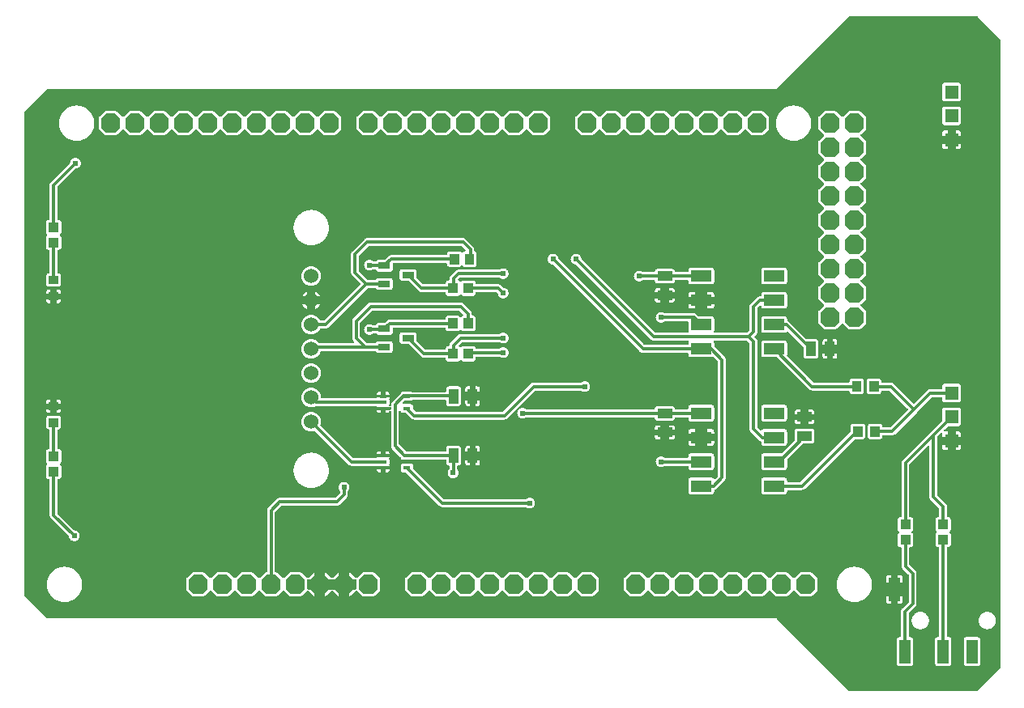
<source format=gtl>
G04 Layer: TopLayer*
G04 EasyEDA v6.4.7, 2020-10-15T23:24:37+03:00*
G04 37922d4682a6484ebcb2293b3ba01163,bea71ea263694c76901d4690734711c5,10*
G04 Gerber Generator version 0.2*
G04 Scale: 100 percent, Rotated: No, Reflected: No *
G04 Dimensions in millimeters *
G04 leading zeros omitted , absolute positions ,3 integer and 3 decimal *
%FSLAX33Y33*%
%MOMM*%
G90*
D02*

%ADD11C,0.305003*%
%ADD12C,0.609600*%
%ADD13R,1.099998X0.999998*%
%ADD14R,0.999998X0.899922*%
%ADD15R,0.999998X1.550010*%
%ADD16R,1.550010X0.999998*%
%ADD17R,0.999998X1.099998*%
%ADD19R,1.250010X0.699999*%
%ADD20R,0.799998X0.399999*%
%ADD21R,1.422400X1.422400*%
%ADD23C,1.524000*%

%LPD*%
G36*
G01X99800Y70863D02*
G01X86508Y70863D01*
G01X86492Y70862D01*
G01X86476Y70858D01*
G01X86462Y70852D01*
G01X86448Y70844D01*
G01X86436Y70833D01*
G01X78921Y63318D01*
G01X78902Y63301D01*
G01X78882Y63286D01*
G01X78860Y63273D01*
G01X78838Y63262D01*
G01X78814Y63254D01*
G01X78790Y63248D01*
G01X78765Y63244D01*
G01X78740Y63243D01*
G01X2688Y63243D01*
G01X2672Y63242D01*
G01X2656Y63238D01*
G01X2642Y63232D01*
G01X2628Y63224D01*
G01X2616Y63213D01*
G01X286Y60883D01*
G01X275Y60871D01*
G01X267Y60857D01*
G01X261Y60843D01*
G01X257Y60827D01*
G01X256Y60811D01*
G01X256Y10308D01*
G01X257Y10292D01*
G01X261Y10276D01*
G01X267Y10262D01*
G01X275Y10248D01*
G01X286Y10236D01*
G01X2616Y7906D01*
G01X2628Y7895D01*
G01X2642Y7887D01*
G01X2656Y7881D01*
G01X2672Y7877D01*
G01X2688Y7876D01*
G01X78740Y7876D01*
G01X78765Y7875D01*
G01X78790Y7871D01*
G01X78814Y7865D01*
G01X78838Y7857D01*
G01X78860Y7846D01*
G01X78882Y7833D01*
G01X78902Y7818D01*
G01X78921Y7801D01*
G01X86436Y286D01*
G01X86448Y275D01*
G01X86462Y267D01*
G01X86476Y261D01*
G01X86492Y257D01*
G01X86508Y256D01*
G01X99800Y256D01*
G01X99816Y257D01*
G01X99832Y261D01*
G01X99846Y267D01*
G01X99860Y275D01*
G01X99872Y286D01*
G01X102202Y2616D01*
G01X102213Y2628D01*
G01X102221Y2642D01*
G01X102227Y2656D01*
G01X102231Y2672D01*
G01X102232Y2688D01*
G01X102232Y68431D01*
G01X102231Y68447D01*
G01X102227Y68463D01*
G01X102221Y68477D01*
G01X102213Y68491D01*
G01X102202Y68503D01*
G01X99872Y70833D01*
G01X99860Y70844D01*
G01X99846Y70852D01*
G01X99832Y70858D01*
G01X99816Y70862D01*
G01X99800Y70863D01*
G37*

%LPC*%
G36*
G01X55533Y46026D02*
G01X55499Y46027D01*
G01X55465Y46026D01*
G01X55431Y46023D01*
G01X55397Y46018D01*
G01X55364Y46011D01*
G01X55331Y46001D01*
G01X55299Y45990D01*
G01X55268Y45977D01*
G01X55238Y45963D01*
G01X55208Y45946D01*
G01X55180Y45927D01*
G01X55152Y45907D01*
G01X55126Y45886D01*
G01X55078Y45838D01*
G01X55057Y45812D01*
G01X55037Y45784D01*
G01X55018Y45756D01*
G01X55001Y45726D01*
G01X54987Y45696D01*
G01X54974Y45665D01*
G01X54963Y45633D01*
G01X54953Y45600D01*
G01X54946Y45567D01*
G01X54941Y45533D01*
G01X54938Y45499D01*
G01X54937Y45466D01*
G01X54938Y45431D01*
G01X54941Y45397D01*
G01X54947Y45362D01*
G01X54954Y45329D01*
G01X54964Y45295D01*
G01X54975Y45263D01*
G01X54988Y45231D01*
G01X55004Y45200D01*
G01X55021Y45170D01*
G01X55040Y45141D01*
G01X55061Y45114D01*
G01X55083Y45088D01*
G01X55107Y45063D01*
G01X55133Y45040D01*
G01X55160Y45018D01*
G01X55188Y44998D01*
G01X55217Y44980D01*
G01X55248Y44963D01*
G01X55279Y44949D01*
G01X55311Y44936D01*
G01X55344Y44926D01*
G01X55378Y44917D01*
G01X55412Y44911D01*
G01X55446Y44907D01*
G01X55463Y44903D01*
G01X55480Y44897D01*
G01X55495Y44889D01*
G01X55508Y44877D01*
G01X64607Y35778D01*
G01X64629Y35758D01*
G01X64651Y35740D01*
G01X64675Y35723D01*
G01X64700Y35708D01*
G01X64727Y35695D01*
G01X64754Y35684D01*
G01X64781Y35675D01*
G01X64810Y35668D01*
G01X64838Y35663D01*
G01X64867Y35659D01*
G01X64897Y35658D01*
G01X69543Y35658D01*
G01X69558Y35657D01*
G01X69572Y35654D01*
G01X69586Y35649D01*
G01X69598Y35642D01*
G01X69610Y35634D01*
G01X69620Y35623D01*
G01X69629Y35612D01*
G01X69636Y35599D01*
G01X69641Y35585D01*
G01X69644Y35571D01*
G01X69645Y35557D01*
G01X69645Y35462D01*
G01X69646Y35438D01*
G01X69649Y35415D01*
G01X69655Y35392D01*
G01X69662Y35369D01*
G01X69672Y35347D01*
G01X69683Y35327D01*
G01X69697Y35307D01*
G01X69712Y35289D01*
G01X69729Y35272D01*
G01X69747Y35257D01*
G01X69767Y35244D01*
G01X69787Y35232D01*
G01X69809Y35222D01*
G01X69831Y35215D01*
G01X69854Y35210D01*
G01X69878Y35206D01*
G01X69902Y35205D01*
G01X72083Y35205D01*
G01X72109Y35206D01*
G01X72134Y35210D01*
G01X72159Y35217D01*
G01X72183Y35225D01*
G01X72202Y35231D01*
G01X72222Y35233D01*
G01X72238Y35232D01*
G01X72254Y35228D01*
G01X72268Y35222D01*
G01X72282Y35214D01*
G01X72294Y35203D01*
G01X72713Y34785D01*
G01X72723Y34773D01*
G01X72731Y34759D01*
G01X72737Y34744D01*
G01X72741Y34729D01*
G01X72742Y34713D01*
G01X72742Y22817D01*
G01X72741Y22801D01*
G01X72737Y22786D01*
G01X72731Y22771D01*
G01X72723Y22757D01*
G01X72713Y22745D01*
G01X72438Y22470D01*
G01X72426Y22460D01*
G01X72412Y22452D01*
G01X72397Y22446D01*
G01X72382Y22442D01*
G01X72366Y22441D01*
G01X72351Y22442D01*
G01X72336Y22445D01*
G01X72321Y22451D01*
G01X72308Y22459D01*
G01X72296Y22468D01*
G01X72271Y22498D01*
G01X72254Y22514D01*
G01X72236Y22529D01*
G01X72217Y22542D01*
G01X72196Y22553D01*
G01X72175Y22562D01*
G01X72153Y22569D01*
G01X72130Y22575D01*
G01X72107Y22578D01*
G01X72083Y22579D01*
G01X69902Y22579D01*
G01X69878Y22578D01*
G01X69854Y22574D01*
G01X69831Y22569D01*
G01X69809Y22562D01*
G01X69787Y22552D01*
G01X69767Y22540D01*
G01X69747Y22527D01*
G01X69729Y22512D01*
G01X69712Y22495D01*
G01X69697Y22477D01*
G01X69683Y22457D01*
G01X69672Y22437D01*
G01X69662Y22415D01*
G01X69655Y22392D01*
G01X69649Y22369D01*
G01X69646Y22346D01*
G01X69645Y22322D01*
G01X69645Y21111D01*
G01X69646Y21087D01*
G01X69649Y21064D01*
G01X69655Y21041D01*
G01X69662Y21018D01*
G01X69672Y20996D01*
G01X69683Y20976D01*
G01X69697Y20956D01*
G01X69712Y20938D01*
G01X69729Y20921D01*
G01X69747Y20906D01*
G01X69767Y20893D01*
G01X69787Y20881D01*
G01X69809Y20871D01*
G01X69831Y20864D01*
G01X69854Y20859D01*
G01X69878Y20855D01*
G01X69902Y20854D01*
G01X72083Y20854D01*
G01X72107Y20855D01*
G01X72131Y20859D01*
G01X72154Y20864D01*
G01X72176Y20871D01*
G01X72198Y20881D01*
G01X72218Y20893D01*
G01X72238Y20906D01*
G01X72256Y20921D01*
G01X72273Y20938D01*
G01X72288Y20956D01*
G01X72302Y20976D01*
G01X72313Y20996D01*
G01X72323Y21018D01*
G01X72330Y21041D01*
G01X72336Y21064D01*
G01X72339Y21087D01*
G01X72340Y21111D01*
G01X72340Y21238D01*
G01X72341Y21254D01*
G01X72345Y21269D01*
G01X72350Y21283D01*
G01X72358Y21296D01*
G01X72368Y21308D01*
G01X72379Y21318D01*
G01X72392Y21327D01*
G01X72406Y21333D01*
G01X72433Y21345D01*
G01X72459Y21358D01*
G01X72484Y21373D01*
G01X72508Y21389D01*
G01X72530Y21407D01*
G01X72552Y21427D01*
G01X73441Y22316D01*
G01X73461Y22338D01*
G01X73479Y22360D01*
G01X73496Y22384D01*
G01X73511Y22409D01*
G01X73524Y22436D01*
G01X73535Y22463D01*
G01X73544Y22490D01*
G01X73551Y22519D01*
G01X73556Y22547D01*
G01X73560Y22576D01*
G01X73561Y22606D01*
G01X73561Y34925D01*
G01X73560Y34954D01*
G01X73556Y34983D01*
G01X73551Y35011D01*
G01X73544Y35040D01*
G01X73535Y35067D01*
G01X73524Y35094D01*
G01X73511Y35121D01*
G01X73496Y35146D01*
G01X73479Y35170D01*
G01X73461Y35192D01*
G01X73441Y35214D01*
G01X72370Y36285D01*
G01X72359Y36297D01*
G01X72351Y36310D01*
G01X72345Y36325D01*
G01X72341Y36341D01*
G01X72340Y36357D01*
G01X72340Y36673D01*
G01X72338Y36702D01*
G01X72334Y36730D01*
G01X72326Y36757D01*
G01X72315Y36783D01*
G01X72310Y36797D01*
G01X72306Y36812D01*
G01X72305Y36827D01*
G01X72306Y36841D01*
G01X72309Y36855D01*
G01X72315Y36869D01*
G01X72322Y36882D01*
G01X72330Y36893D01*
G01X72340Y36904D01*
G01X72352Y36912D01*
G01X72365Y36919D01*
G01X72378Y36924D01*
G01X72393Y36927D01*
G01X72407Y36928D01*
G01X75734Y36928D01*
G01X75750Y36927D01*
G01X75765Y36923D01*
G01X75780Y36917D01*
G01X75794Y36909D01*
G01X75806Y36899D01*
G01X76015Y36690D01*
G01X76025Y36678D01*
G01X76033Y36664D01*
G01X76039Y36649D01*
G01X76043Y36634D01*
G01X76044Y36618D01*
G01X76044Y27686D01*
G01X76045Y27656D01*
G01X76049Y27627D01*
G01X76054Y27599D01*
G01X76061Y27570D01*
G01X76070Y27543D01*
G01X76081Y27516D01*
G01X76094Y27489D01*
G01X76109Y27464D01*
G01X76126Y27440D01*
G01X76144Y27418D01*
G01X76164Y27396D01*
G01X77053Y26507D01*
G01X77075Y26487D01*
G01X77097Y26469D01*
G01X77121Y26453D01*
G01X77146Y26438D01*
G01X77172Y26425D01*
G01X77199Y26413D01*
G01X77213Y26407D01*
G01X77226Y26398D01*
G01X77237Y26388D01*
G01X77247Y26376D01*
G01X77255Y26363D01*
G01X77260Y26349D01*
G01X77264Y26334D01*
G01X77265Y26318D01*
G01X77265Y26191D01*
G01X77266Y26167D01*
G01X77269Y26144D01*
G01X77275Y26121D01*
G01X77282Y26098D01*
G01X77292Y26076D01*
G01X77303Y26056D01*
G01X77317Y26036D01*
G01X77332Y26018D01*
G01X77349Y26001D01*
G01X77367Y25986D01*
G01X77387Y25973D01*
G01X77407Y25961D01*
G01X77429Y25951D01*
G01X77451Y25944D01*
G01X77474Y25939D01*
G01X77498Y25935D01*
G01X77522Y25934D01*
G01X79703Y25934D01*
G01X79727Y25935D01*
G01X79751Y25939D01*
G01X79774Y25944D01*
G01X79796Y25951D01*
G01X79818Y25961D01*
G01X79838Y25973D01*
G01X79858Y25986D01*
G01X79876Y26001D01*
G01X79893Y26018D01*
G01X79908Y26036D01*
G01X79922Y26056D01*
G01X79933Y26076D01*
G01X79943Y26098D01*
G01X79950Y26121D01*
G01X79956Y26144D01*
G01X79959Y26167D01*
G01X79960Y26191D01*
G01X79960Y27402D01*
G01X79959Y27426D01*
G01X79956Y27449D01*
G01X79950Y27472D01*
G01X79943Y27495D01*
G01X79933Y27517D01*
G01X79922Y27537D01*
G01X79908Y27557D01*
G01X79893Y27575D01*
G01X79876Y27592D01*
G01X79858Y27607D01*
G01X79838Y27620D01*
G01X79818Y27632D01*
G01X79796Y27642D01*
G01X79774Y27649D01*
G01X79751Y27654D01*
G01X79727Y27658D01*
G01X79703Y27659D01*
G01X77522Y27659D01*
G01X77498Y27658D01*
G01X77475Y27655D01*
G01X77452Y27649D01*
G01X77430Y27642D01*
G01X77409Y27633D01*
G01X77388Y27622D01*
G01X77369Y27609D01*
G01X77351Y27594D01*
G01X77334Y27578D01*
G01X77309Y27548D01*
G01X77297Y27539D01*
G01X77284Y27531D01*
G01X77269Y27525D01*
G01X77254Y27522D01*
G01X77239Y27521D01*
G01X77223Y27522D01*
G01X77208Y27526D01*
G01X77193Y27532D01*
G01X77179Y27540D01*
G01X77167Y27550D01*
G01X76892Y27825D01*
G01X76882Y27837D01*
G01X76874Y27851D01*
G01X76868Y27866D01*
G01X76864Y27881D01*
G01X76863Y27897D01*
G01X76863Y36830D01*
G01X76862Y36859D01*
G01X76858Y36888D01*
G01X76853Y36916D01*
G01X76846Y36945D01*
G01X76837Y36972D01*
G01X76826Y36999D01*
G01X76813Y37026D01*
G01X76798Y37051D01*
G01X76781Y37075D01*
G01X76763Y37097D01*
G01X76743Y37119D01*
G01X76596Y37266D01*
G01X76585Y37278D01*
G01X76577Y37291D01*
G01X76571Y37306D01*
G01X76567Y37322D01*
G01X76566Y37338D01*
G01X76567Y37353D01*
G01X76571Y37369D01*
G01X76577Y37384D01*
G01X76585Y37397D01*
G01X76596Y37409D01*
G01X76743Y37556D01*
G01X76763Y37578D01*
G01X76781Y37600D01*
G01X76798Y37624D01*
G01X76813Y37649D01*
G01X76826Y37676D01*
G01X76837Y37703D01*
G01X76846Y37730D01*
G01X76853Y37759D01*
G01X76858Y37787D01*
G01X76862Y37816D01*
G01X76863Y37846D01*
G01X76863Y40301D01*
G01X76864Y40317D01*
G01X76868Y40332D01*
G01X76874Y40347D01*
G01X76882Y40361D01*
G01X76892Y40373D01*
G01X77094Y40574D01*
G01X77106Y40585D01*
G01X77119Y40593D01*
G01X77134Y40599D01*
G01X77150Y40603D01*
G01X77166Y40604D01*
G01X77180Y40603D01*
G01X77195Y40600D01*
G01X77209Y40594D01*
G01X77222Y40587D01*
G01X77233Y40578D01*
G01X77244Y40567D01*
G01X77252Y40555D01*
G01X77259Y40542D01*
G01X77264Y40528D01*
G01X77267Y40514D01*
G01X77270Y40490D01*
G01X77276Y40468D01*
G01X77284Y40446D01*
G01X77293Y40424D01*
G01X77305Y40404D01*
G01X77319Y40385D01*
G01X77334Y40367D01*
G01X77350Y40351D01*
G01X77369Y40336D01*
G01X77388Y40323D01*
G01X77408Y40311D01*
G01X77430Y40302D01*
G01X77452Y40295D01*
G01X77475Y40289D01*
G01X77498Y40286D01*
G01X77522Y40285D01*
G01X79703Y40285D01*
G01X79727Y40286D01*
G01X79751Y40290D01*
G01X79774Y40295D01*
G01X79796Y40302D01*
G01X79818Y40312D01*
G01X79838Y40324D01*
G01X79858Y40337D01*
G01X79876Y40352D01*
G01X79893Y40369D01*
G01X79908Y40387D01*
G01X79922Y40407D01*
G01X79933Y40427D01*
G01X79943Y40449D01*
G01X79950Y40472D01*
G01X79956Y40495D01*
G01X79959Y40518D01*
G01X79960Y40542D01*
G01X79960Y41753D01*
G01X79959Y41777D01*
G01X79956Y41800D01*
G01X79950Y41823D01*
G01X79943Y41846D01*
G01X79933Y41868D01*
G01X79922Y41888D01*
G01X79908Y41908D01*
G01X79893Y41926D01*
G01X79876Y41943D01*
G01X79858Y41958D01*
G01X79838Y41971D01*
G01X79818Y41983D01*
G01X79796Y41993D01*
G01X79774Y42000D01*
G01X79751Y42005D01*
G01X79727Y42009D01*
G01X79703Y42010D01*
G01X77522Y42010D01*
G01X77498Y42009D01*
G01X77474Y42005D01*
G01X77451Y42000D01*
G01X77429Y41993D01*
G01X77407Y41983D01*
G01X77387Y41971D01*
G01X77367Y41958D01*
G01X77349Y41943D01*
G01X77332Y41926D01*
G01X77317Y41908D01*
G01X77303Y41888D01*
G01X77292Y41868D01*
G01X77282Y41846D01*
G01X77275Y41823D01*
G01X77269Y41800D01*
G01X77266Y41777D01*
G01X77265Y41753D01*
G01X77265Y41658D01*
G01X77264Y41644D01*
G01X77261Y41630D01*
G01X77256Y41616D01*
G01X77249Y41603D01*
G01X77240Y41592D01*
G01X77230Y41581D01*
G01X77218Y41573D01*
G01X77206Y41566D01*
G01X77192Y41561D01*
G01X77178Y41558D01*
G01X77163Y41557D01*
G01X77089Y41557D01*
G01X77059Y41556D01*
G01X77030Y41552D01*
G01X77002Y41547D01*
G01X76973Y41540D01*
G01X76946Y41531D01*
G01X76919Y41520D01*
G01X76892Y41507D01*
G01X76867Y41492D01*
G01X76843Y41475D01*
G01X76821Y41457D01*
G01X76799Y41437D01*
G01X76164Y40802D01*
G01X76144Y40780D01*
G01X76126Y40758D01*
G01X76109Y40734D01*
G01X76094Y40709D01*
G01X76081Y40682D01*
G01X76070Y40655D01*
G01X76061Y40628D01*
G01X76054Y40599D01*
G01X76049Y40571D01*
G01X76045Y40542D01*
G01X76044Y40513D01*
G01X76044Y38057D01*
G01X76043Y38041D01*
G01X76039Y38026D01*
G01X76033Y38011D01*
G01X76025Y37997D01*
G01X76015Y37985D01*
G01X75806Y37776D01*
G01X75794Y37766D01*
G01X75780Y37758D01*
G01X75765Y37752D01*
G01X75750Y37748D01*
G01X75734Y37747D01*
G01X72407Y37747D01*
G01X72393Y37748D01*
G01X72378Y37751D01*
G01X72365Y37756D01*
G01X72352Y37763D01*
G01X72340Y37771D01*
G01X72330Y37782D01*
G01X72322Y37793D01*
G01X72315Y37806D01*
G01X72309Y37820D01*
G01X72306Y37834D01*
G01X72305Y37848D01*
G01X72306Y37863D01*
G01X72310Y37878D01*
G01X72315Y37892D01*
G01X72326Y37918D01*
G01X72334Y37945D01*
G01X72338Y37973D01*
G01X72340Y38002D01*
G01X72340Y39213D01*
G01X72339Y39237D01*
G01X72336Y39260D01*
G01X72330Y39283D01*
G01X72323Y39306D01*
G01X72313Y39328D01*
G01X72302Y39348D01*
G01X72288Y39368D01*
G01X72273Y39386D01*
G01X72256Y39403D01*
G01X72238Y39418D01*
G01X72218Y39431D01*
G01X72198Y39443D01*
G01X72176Y39453D01*
G01X72154Y39460D01*
G01X72131Y39465D01*
G01X72107Y39469D01*
G01X72083Y39470D01*
G01X70751Y39470D01*
G01X70735Y39471D01*
G01X70719Y39475D01*
G01X70705Y39481D01*
G01X70691Y39489D01*
G01X70679Y39500D01*
G01X70520Y39659D01*
G01X70498Y39679D01*
G01X70476Y39697D01*
G01X70452Y39714D01*
G01X70427Y39729D01*
G01X70400Y39742D01*
G01X70373Y39753D01*
G01X70346Y39762D01*
G01X70317Y39769D01*
G01X70289Y39774D01*
G01X70260Y39778D01*
G01X70231Y39779D01*
G01X67224Y39779D01*
G01X67207Y39780D01*
G01X67190Y39785D01*
G01X67174Y39792D01*
G01X67159Y39802D01*
G01X67132Y39824D01*
G01X67102Y39843D01*
G01X67072Y39861D01*
G01X67041Y39877D01*
G01X67008Y39891D01*
G01X66975Y39903D01*
G01X66941Y39913D01*
G01X66907Y39921D01*
G01X66872Y39926D01*
G01X66837Y39930D01*
G01X66802Y39931D01*
G01X66768Y39930D01*
G01X66734Y39927D01*
G01X66700Y39922D01*
G01X66667Y39915D01*
G01X66634Y39905D01*
G01X66602Y39894D01*
G01X66571Y39881D01*
G01X66541Y39867D01*
G01X66511Y39850D01*
G01X66483Y39831D01*
G01X66455Y39811D01*
G01X66429Y39790D01*
G01X66381Y39742D01*
G01X66360Y39716D01*
G01X66340Y39688D01*
G01X66321Y39660D01*
G01X66304Y39630D01*
G01X66290Y39600D01*
G01X66277Y39569D01*
G01X66266Y39537D01*
G01X66256Y39504D01*
G01X66249Y39471D01*
G01X66244Y39437D01*
G01X66241Y39403D01*
G01X66240Y39370D01*
G01X66241Y39336D01*
G01X66244Y39302D01*
G01X66249Y39268D01*
G01X66256Y39235D01*
G01X66266Y39202D01*
G01X66277Y39170D01*
G01X66290Y39139D01*
G01X66304Y39109D01*
G01X66321Y39079D01*
G01X66340Y39051D01*
G01X66360Y39023D01*
G01X66381Y38997D01*
G01X66429Y38949D01*
G01X66455Y38928D01*
G01X66483Y38908D01*
G01X66511Y38889D01*
G01X66541Y38872D01*
G01X66571Y38858D01*
G01X66602Y38845D01*
G01X66634Y38834D01*
G01X66667Y38824D01*
G01X66700Y38817D01*
G01X66734Y38812D01*
G01X66768Y38809D01*
G01X66802Y38808D01*
G01X66837Y38809D01*
G01X66872Y38813D01*
G01X66907Y38818D01*
G01X66941Y38826D01*
G01X66975Y38836D01*
G01X67008Y38848D01*
G01X67041Y38862D01*
G01X67072Y38878D01*
G01X67102Y38896D01*
G01X67132Y38915D01*
G01X67159Y38937D01*
G01X67174Y38947D01*
G01X67190Y38954D01*
G01X67207Y38959D01*
G01X67224Y38960D01*
G01X69543Y38960D01*
G01X69558Y38959D01*
G01X69572Y38956D01*
G01X69586Y38951D01*
G01X69598Y38944D01*
G01X69610Y38936D01*
G01X69620Y38925D01*
G01X69629Y38914D01*
G01X69636Y38901D01*
G01X69641Y38887D01*
G01X69644Y38873D01*
G01X69645Y38859D01*
G01X69645Y38002D01*
G01X69647Y37973D01*
G01X69651Y37945D01*
G01X69659Y37918D01*
G01X69670Y37892D01*
G01X69675Y37878D01*
G01X69679Y37863D01*
G01X69680Y37848D01*
G01X69679Y37834D01*
G01X69676Y37820D01*
G01X69670Y37806D01*
G01X69663Y37793D01*
G01X69655Y37782D01*
G01X69645Y37771D01*
G01X69633Y37763D01*
G01X69620Y37756D01*
G01X69607Y37751D01*
G01X69592Y37748D01*
G01X69578Y37747D01*
G01X66251Y37747D01*
G01X66235Y37748D01*
G01X66220Y37752D01*
G01X66205Y37758D01*
G01X66191Y37766D01*
G01X66179Y37776D01*
G01X58500Y45456D01*
G01X58488Y45469D01*
G01X58480Y45484D01*
G01X58474Y45501D01*
G01X58470Y45518D01*
G01X58466Y45552D01*
G01X58460Y45586D01*
G01X58451Y45620D01*
G01X58441Y45653D01*
G01X58428Y45685D01*
G01X58414Y45716D01*
G01X58397Y45747D01*
G01X58379Y45776D01*
G01X58359Y45804D01*
G01X58337Y45831D01*
G01X58314Y45857D01*
G01X58289Y45881D01*
G01X58263Y45903D01*
G01X58236Y45924D01*
G01X58207Y45943D01*
G01X58177Y45960D01*
G01X58146Y45976D01*
G01X58114Y45989D01*
G01X58082Y46000D01*
G01X58048Y46010D01*
G01X58015Y46017D01*
G01X57980Y46023D01*
G01X57946Y46026D01*
G01X57912Y46027D01*
G01X57878Y46026D01*
G01X57844Y46023D01*
G01X57810Y46018D01*
G01X57777Y46011D01*
G01X57744Y46001D01*
G01X57712Y45990D01*
G01X57681Y45977D01*
G01X57651Y45963D01*
G01X57621Y45946D01*
G01X57593Y45927D01*
G01X57565Y45907D01*
G01X57539Y45886D01*
G01X57491Y45838D01*
G01X57470Y45812D01*
G01X57450Y45784D01*
G01X57431Y45756D01*
G01X57414Y45726D01*
G01X57400Y45696D01*
G01X57387Y45665D01*
G01X57376Y45633D01*
G01X57366Y45600D01*
G01X57359Y45567D01*
G01X57354Y45533D01*
G01X57351Y45499D01*
G01X57350Y45466D01*
G01X57351Y45431D01*
G01X57354Y45397D01*
G01X57360Y45362D01*
G01X57367Y45329D01*
G01X57377Y45295D01*
G01X57388Y45263D01*
G01X57401Y45231D01*
G01X57417Y45200D01*
G01X57434Y45170D01*
G01X57453Y45141D01*
G01X57474Y45114D01*
G01X57496Y45088D01*
G01X57520Y45063D01*
G01X57546Y45040D01*
G01X57573Y45018D01*
G01X57601Y44998D01*
G01X57630Y44980D01*
G01X57661Y44963D01*
G01X57692Y44949D01*
G01X57724Y44936D01*
G01X57757Y44926D01*
G01X57791Y44917D01*
G01X57825Y44911D01*
G01X57859Y44907D01*
G01X57876Y44903D01*
G01X57893Y44897D01*
G01X57908Y44889D01*
G01X57921Y44877D01*
G01X65750Y37048D01*
G01X65772Y37028D01*
G01X65794Y37010D01*
G01X65818Y36993D01*
G01X65843Y36978D01*
G01X65870Y36965D01*
G01X65897Y36954D01*
G01X65924Y36945D01*
G01X65953Y36938D01*
G01X65981Y36933D01*
G01X66010Y36929D01*
G01X66040Y36928D01*
G01X69578Y36928D01*
G01X69592Y36927D01*
G01X69607Y36924D01*
G01X69620Y36919D01*
G01X69633Y36912D01*
G01X69645Y36904D01*
G01X69655Y36893D01*
G01X69663Y36882D01*
G01X69670Y36869D01*
G01X69676Y36855D01*
G01X69679Y36841D01*
G01X69680Y36827D01*
G01X69679Y36812D01*
G01X69675Y36797D01*
G01X69670Y36783D01*
G01X69659Y36757D01*
G01X69651Y36730D01*
G01X69647Y36702D01*
G01X69645Y36673D01*
G01X69645Y36578D01*
G01X69644Y36564D01*
G01X69641Y36550D01*
G01X69636Y36536D01*
G01X69629Y36523D01*
G01X69620Y36512D01*
G01X69610Y36501D01*
G01X69598Y36493D01*
G01X69586Y36486D01*
G01X69572Y36481D01*
G01X69558Y36478D01*
G01X69543Y36477D01*
G01X65108Y36477D01*
G01X65092Y36478D01*
G01X65077Y36482D01*
G01X65062Y36488D01*
G01X65048Y36496D01*
G01X65036Y36506D01*
G01X56087Y45456D01*
G01X56075Y45469D01*
G01X56067Y45484D01*
G01X56061Y45501D01*
G01X56057Y45518D01*
G01X56053Y45552D01*
G01X56047Y45586D01*
G01X56038Y45620D01*
G01X56028Y45653D01*
G01X56015Y45685D01*
G01X56001Y45716D01*
G01X55984Y45747D01*
G01X55966Y45776D01*
G01X55946Y45804D01*
G01X55924Y45831D01*
G01X55901Y45857D01*
G01X55876Y45881D01*
G01X55850Y45903D01*
G01X55823Y45924D01*
G01X55794Y45943D01*
G01X55764Y45960D01*
G01X55733Y45976D01*
G01X55701Y45989D01*
G01X55669Y46000D01*
G01X55635Y46010D01*
G01X55602Y46017D01*
G01X55567Y46023D01*
G01X55533Y46026D01*
G37*
G36*
G01X58834Y32691D02*
G01X58801Y32692D01*
G01X58765Y32691D01*
G01X58730Y32687D01*
G01X58695Y32682D01*
G01X58661Y32674D01*
G01X58627Y32664D01*
G01X58594Y32652D01*
G01X58561Y32638D01*
G01X58530Y32622D01*
G01X58500Y32604D01*
G01X58470Y32585D01*
G01X58443Y32563D01*
G01X58428Y32553D01*
G01X58412Y32546D01*
G01X58395Y32541D01*
G01X58378Y32540D01*
G01X53467Y32540D01*
G01X53437Y32539D01*
G01X53408Y32535D01*
G01X53380Y32530D01*
G01X53351Y32523D01*
G01X53324Y32514D01*
G01X53297Y32503D01*
G01X53270Y32490D01*
G01X53245Y32475D01*
G01X53221Y32458D01*
G01X53199Y32440D01*
G01X53177Y32420D01*
G01X50279Y29521D01*
G01X50267Y29511D01*
G01X50253Y29503D01*
G01X50238Y29497D01*
G01X50223Y29493D01*
G01X50207Y29492D01*
G01X41196Y29492D01*
G01X41181Y29493D01*
G01X41165Y29497D01*
G01X41150Y29503D01*
G01X41137Y29511D01*
G01X41125Y29521D01*
G01X40925Y29721D01*
G01X40914Y29733D01*
G01X40906Y29747D01*
G01X40900Y29762D01*
G01X40896Y29777D01*
G01X40895Y29793D01*
G01X40895Y30029D01*
G01X40894Y30053D01*
G01X40891Y30077D01*
G01X40885Y30100D01*
G01X40878Y30122D01*
G01X40868Y30144D01*
G01X40857Y30165D01*
G01X40843Y30184D01*
G01X40828Y30202D01*
G01X40811Y30219D01*
G01X40793Y30234D01*
G01X40774Y30248D01*
G01X40753Y30259D01*
G01X40731Y30269D01*
G01X40709Y30276D01*
G01X40686Y30282D01*
G01X40662Y30285D01*
G01X40639Y30286D01*
G01X39873Y30286D01*
G01X39858Y30287D01*
G01X39844Y30290D01*
G01X39831Y30295D01*
G01X39818Y30302D01*
G01X39806Y30311D01*
G01X39796Y30321D01*
G01X39787Y30333D01*
G01X39780Y30345D01*
G01X39775Y30359D01*
G01X39772Y30373D01*
G01X39771Y30388D01*
G01X39772Y30404D01*
G01X39776Y30419D01*
G01X39782Y30434D01*
G01X39791Y30447D01*
G01X39801Y30459D01*
G01X39985Y30643D01*
G01X39997Y30654D01*
G01X40010Y30662D01*
G01X40025Y30668D01*
G01X40041Y30672D01*
G01X40057Y30673D01*
G01X40639Y30673D01*
G01X40665Y30674D01*
G01X40692Y30679D01*
G01X40717Y30685D01*
G01X40742Y30695D01*
G01X40766Y30707D01*
G01X40782Y30714D01*
G01X40799Y30719D01*
G01X40817Y30720D01*
G01X44242Y30720D01*
G01X44256Y30719D01*
G01X44270Y30716D01*
G01X44284Y30711D01*
G01X44297Y30704D01*
G01X44308Y30696D01*
G01X44318Y30685D01*
G01X44327Y30674D01*
G01X44334Y30661D01*
G01X44339Y30647D01*
G01X44342Y30633D01*
G01X44343Y30619D01*
G01X44343Y30339D01*
G01X44344Y30316D01*
G01X44348Y30292D01*
G01X44353Y30269D01*
G01X44361Y30247D01*
G01X44370Y30225D01*
G01X44382Y30204D01*
G01X44395Y30185D01*
G01X44410Y30167D01*
G01X44427Y30150D01*
G01X44445Y30135D01*
G01X44465Y30121D01*
G01X44485Y30110D01*
G01X44507Y30100D01*
G01X44530Y30093D01*
G01X44553Y30087D01*
G01X44576Y30084D01*
G01X44600Y30083D01*
G01X45600Y30083D01*
G01X45623Y30084D01*
G01X45647Y30087D01*
G01X45670Y30093D01*
G01X45692Y30100D01*
G01X45714Y30110D01*
G01X45735Y30121D01*
G01X45754Y30135D01*
G01X45773Y30150D01*
G01X45789Y30167D01*
G01X45804Y30185D01*
G01X45818Y30204D01*
G01X45829Y30225D01*
G01X45839Y30247D01*
G01X45846Y30269D01*
G01X45852Y30292D01*
G01X45855Y30316D01*
G01X45856Y30339D01*
G01X45856Y31890D01*
G01X45855Y31913D01*
G01X45852Y31937D01*
G01X45846Y31960D01*
G01X45839Y31982D01*
G01X45829Y32004D01*
G01X45818Y32025D01*
G01X45804Y32044D01*
G01X45789Y32062D01*
G01X45773Y32079D01*
G01X45754Y32094D01*
G01X45735Y32108D01*
G01X45714Y32119D01*
G01X45692Y32129D01*
G01X45670Y32136D01*
G01X45647Y32142D01*
G01X45623Y32145D01*
G01X45600Y32146D01*
G01X44600Y32146D01*
G01X44576Y32145D01*
G01X44553Y32142D01*
G01X44530Y32136D01*
G01X44507Y32129D01*
G01X44485Y32119D01*
G01X44465Y32108D01*
G01X44445Y32094D01*
G01X44427Y32079D01*
G01X44410Y32062D01*
G01X44395Y32044D01*
G01X44382Y32025D01*
G01X44370Y32004D01*
G01X44361Y31982D01*
G01X44353Y31960D01*
G01X44348Y31937D01*
G01X44344Y31913D01*
G01X44343Y31890D01*
G01X44343Y31640D01*
G01X44342Y31626D01*
G01X44339Y31612D01*
G01X44334Y31598D01*
G01X44327Y31585D01*
G01X44318Y31574D01*
G01X44308Y31563D01*
G01X44297Y31555D01*
G01X44284Y31548D01*
G01X44270Y31543D01*
G01X44256Y31540D01*
G01X44242Y31539D01*
G01X40817Y31539D01*
G01X40799Y31540D01*
G01X40782Y31545D01*
G01X40766Y31552D01*
G01X40742Y31564D01*
G01X40717Y31574D01*
G01X40692Y31581D01*
G01X40665Y31585D01*
G01X40639Y31586D01*
G01X39839Y31586D01*
G01X39815Y31585D01*
G01X39792Y31582D01*
G01X39770Y31577D01*
G01X39748Y31569D01*
G01X39726Y31560D01*
G01X39706Y31549D01*
G01X39687Y31536D01*
G01X39669Y31522D01*
G01X39652Y31506D01*
G01X39637Y31488D01*
G01X39623Y31469D01*
G01X39611Y31449D01*
G01X39602Y31428D01*
G01X39592Y31410D01*
G01X39580Y31395D01*
G01X38699Y30515D01*
G01X38679Y30493D01*
G01X38660Y30469D01*
G01X38643Y30445D01*
G01X38628Y30419D01*
G01X38615Y30392D01*
G01X38604Y30364D01*
G01X38594Y30335D01*
G01X38589Y30321D01*
G01X38582Y30308D01*
G01X38573Y30296D01*
G01X38563Y30286D01*
G01X38551Y30277D01*
G01X38538Y30270D01*
G01X38524Y30265D01*
G01X38509Y30262D01*
G01X38524Y30256D01*
G01X38537Y30247D01*
G01X38550Y30237D01*
G01X38560Y30225D01*
G01X38568Y30211D01*
G01X38574Y30197D01*
G01X38578Y30181D01*
G01X38579Y30165D01*
G01X38579Y30144D01*
G01X38578Y30129D01*
G01X38575Y30115D01*
G01X38570Y30102D01*
G01X38563Y30089D01*
G01X38555Y30077D01*
G01X38544Y30067D01*
G01X38533Y30058D01*
G01X38520Y30051D01*
G01X38506Y30046D01*
G01X38492Y30043D01*
G01X38478Y30042D01*
G01X38462Y30044D01*
G01X38447Y30047D01*
G01X38432Y30053D01*
G01X38419Y30061D01*
G01X38407Y30072D01*
G01X38396Y30084D01*
G01X38388Y30097D01*
G01X38382Y30111D01*
G01X38379Y30119D01*
G01X38374Y30136D01*
G01X38372Y30154D01*
G01X38374Y30173D01*
G01X38379Y30190D01*
G01X38382Y30198D01*
G01X38388Y30213D01*
G01X38397Y30226D01*
G01X38408Y30238D01*
G01X38420Y30249D01*
G01X38434Y30257D01*
G01X38450Y30263D01*
G01X38466Y30266D01*
G01X38451Y30272D01*
G01X38437Y30280D01*
G01X38425Y30291D01*
G01X38415Y30303D01*
G01X38406Y30316D01*
G01X38400Y30331D01*
G01X38396Y30347D01*
G01X38395Y30363D01*
G01X38395Y30679D01*
G01X38394Y30702D01*
G01X38391Y30725D01*
G01X38386Y30747D01*
G01X38379Y30769D01*
G01X38374Y30786D01*
G01X38372Y30804D01*
G01X38374Y30823D01*
G01X38379Y30840D01*
G01X38386Y30862D01*
G01X38391Y30884D01*
G01X38394Y30907D01*
G01X38395Y30930D01*
G01X38395Y30966D01*
G01X37972Y30966D01*
G01X37960Y30956D01*
G01X37947Y30947D01*
G01X37932Y30941D01*
G01X37916Y30937D01*
G01X37900Y30936D01*
G01X37577Y30936D01*
G01X37561Y30937D01*
G01X37545Y30941D01*
G01X37530Y30947D01*
G01X37517Y30956D01*
G01X37505Y30966D01*
G01X37079Y30966D01*
G01X37074Y30952D01*
G01X37068Y30938D01*
G01X37059Y30926D01*
G01X37049Y30915D01*
G01X37037Y30906D01*
G01X37024Y30898D01*
G01X37010Y30893D01*
G01X36995Y30890D01*
G01X36980Y30889D01*
G01X31346Y30889D01*
G01X31331Y30890D01*
G01X31317Y30893D01*
G01X31304Y30898D01*
G01X31291Y30905D01*
G01X31279Y30913D01*
G01X31269Y30924D01*
G01X31260Y30935D01*
G01X31253Y30948D01*
G01X31248Y30961D01*
G01X31245Y30975D01*
G01X31244Y30990D01*
G01X31243Y31036D01*
G01X31240Y31081D01*
G01X31235Y31126D01*
G01X31227Y31171D01*
G01X31218Y31216D01*
G01X31207Y31260D01*
G01X31194Y31304D01*
G01X31178Y31347D01*
G01X31161Y31389D01*
G01X31142Y31431D01*
G01X31122Y31472D01*
G01X31099Y31511D01*
G01X31075Y31550D01*
G01X31049Y31587D01*
G01X31021Y31624D01*
G01X30992Y31659D01*
G01X30961Y31692D01*
G01X30929Y31725D01*
G01X30895Y31755D01*
G01X30860Y31784D01*
G01X30823Y31812D01*
G01X30786Y31838D01*
G01X30747Y31862D01*
G01X30707Y31885D01*
G01X30667Y31905D01*
G01X30625Y31924D01*
G01X30583Y31941D01*
G01X30540Y31956D01*
G01X30496Y31969D01*
G01X30452Y31981D01*
G01X30407Y31990D01*
G01X30362Y31997D01*
G01X30317Y32002D01*
G01X30271Y32005D01*
G01X30226Y32006D01*
G01X30180Y32005D01*
G01X30134Y32002D01*
G01X30089Y31997D01*
G01X30044Y31990D01*
G01X29999Y31981D01*
G01X29955Y31969D01*
G01X29911Y31956D01*
G01X29868Y31941D01*
G01X29825Y31924D01*
G01X29784Y31905D01*
G01X29743Y31884D01*
G01X29703Y31862D01*
G01X29664Y31838D01*
G01X29627Y31812D01*
G01X29590Y31784D01*
G01X29555Y31755D01*
G01X29522Y31724D01*
G01X29489Y31691D01*
G01X29458Y31658D01*
G01X29429Y31623D01*
G01X29401Y31586D01*
G01X29375Y31549D01*
G01X29351Y31510D01*
G01X29329Y31470D01*
G01X29308Y31429D01*
G01X29289Y31388D01*
G01X29272Y31345D01*
G01X29257Y31302D01*
G01X29244Y31258D01*
G01X29232Y31214D01*
G01X29223Y31169D01*
G01X29216Y31124D01*
G01X29211Y31079D01*
G01X29208Y31033D01*
G01X29207Y30988D01*
G01X29208Y30942D01*
G01X29211Y30896D01*
G01X29216Y30851D01*
G01X29223Y30806D01*
G01X29232Y30761D01*
G01X29244Y30717D01*
G01X29257Y30673D01*
G01X29272Y30630D01*
G01X29289Y30587D01*
G01X29308Y30546D01*
G01X29329Y30505D01*
G01X29351Y30465D01*
G01X29375Y30426D01*
G01X29401Y30389D01*
G01X29429Y30352D01*
G01X29458Y30317D01*
G01X29489Y30284D01*
G01X29522Y30251D01*
G01X29555Y30220D01*
G01X29590Y30191D01*
G01X29627Y30163D01*
G01X29664Y30137D01*
G01X29703Y30113D01*
G01X29743Y30091D01*
G01X29784Y30070D01*
G01X29825Y30051D01*
G01X29868Y30034D01*
G01X29911Y30019D01*
G01X29955Y30006D01*
G01X29999Y29994D01*
G01X30044Y29985D01*
G01X30089Y29978D01*
G01X30134Y29973D01*
G01X30180Y29970D01*
G01X30226Y29969D01*
G01X30274Y29970D01*
G01X30323Y29974D01*
G01X30372Y29980D01*
G01X30420Y29988D01*
G01X30468Y29998D01*
G01X30515Y30011D01*
G01X30561Y30026D01*
G01X30607Y30043D01*
G01X30652Y30063D01*
G01X30666Y30068D01*
G01X30680Y30071D01*
G01X30695Y30072D01*
G01X30702Y30072D01*
G01X30734Y30070D01*
G01X36980Y30070D01*
G01X36995Y30069D01*
G01X37010Y30066D01*
G01X37024Y30061D01*
G01X37037Y30053D01*
G01X37049Y30044D01*
G01X37059Y30033D01*
G01X37068Y30021D01*
G01X37074Y30007D01*
G01X37079Y29993D01*
G01X37505Y29993D01*
G01X37517Y30003D01*
G01X37530Y30012D01*
G01X37545Y30018D01*
G01X37561Y30022D01*
G01X37577Y30023D01*
G01X37900Y30023D01*
G01X37916Y30022D01*
G01X37932Y30018D01*
G01X37947Y30012D01*
G01X37960Y30003D01*
G01X37972Y29993D01*
G01X38478Y29993D01*
G01X38492Y29992D01*
G01X38506Y29989D01*
G01X38520Y29984D01*
G01X38533Y29977D01*
G01X38544Y29968D01*
G01X38555Y29958D01*
G01X38563Y29946D01*
G01X38570Y29934D01*
G01X38575Y29920D01*
G01X38578Y29906D01*
G01X38579Y29891D01*
G01X38579Y29768D01*
G01X38578Y29753D01*
G01X38575Y29739D01*
G01X38570Y29725D01*
G01X38563Y29713D01*
G01X38555Y29701D01*
G01X38544Y29691D01*
G01X38533Y29682D01*
G01X38520Y29675D01*
G01X38506Y29670D01*
G01X38492Y29667D01*
G01X38478Y29666D01*
G01X38002Y29666D01*
G01X38002Y29373D01*
G01X38138Y29373D01*
G01X38161Y29374D01*
G01X38184Y29377D01*
G01X38206Y29382D01*
G01X38228Y29389D01*
G01X38249Y29398D01*
G01X38269Y29409D01*
G01X38288Y29421D01*
G01X38306Y29435D01*
G01X38323Y29451D01*
G01X38338Y29468D01*
G01X38351Y29486D01*
G01X38363Y29506D01*
G01X38373Y29526D01*
G01X38382Y29548D01*
G01X38388Y29562D01*
G01X38396Y29575D01*
G01X38407Y29587D01*
G01X38419Y29598D01*
G01X38432Y29606D01*
G01X38447Y29612D01*
G01X38462Y29615D01*
G01X38478Y29617D01*
G01X38492Y29616D01*
G01X38506Y29613D01*
G01X38520Y29607D01*
G01X38533Y29601D01*
G01X38544Y29592D01*
G01X38555Y29582D01*
G01X38563Y29570D01*
G01X38570Y29557D01*
G01X38575Y29544D01*
G01X38578Y29530D01*
G01X38579Y29515D01*
G01X38579Y25908D01*
G01X38580Y25878D01*
G01X38584Y25849D01*
G01X38589Y25821D01*
G01X38596Y25792D01*
G01X38605Y25765D01*
G01X38616Y25738D01*
G01X38629Y25711D01*
G01X38644Y25686D01*
G01X38661Y25662D01*
G01X38679Y25640D01*
G01X38699Y25618D01*
G01X39552Y24765D01*
G01X39562Y24754D01*
G01X39570Y24741D01*
G01X39577Y24727D01*
G01X39580Y24712D01*
G01X39582Y24697D01*
G01X39584Y24674D01*
G01X39588Y24651D01*
G01X39594Y24629D01*
G01X39602Y24607D01*
G01X39612Y24586D01*
G01X39624Y24566D01*
G01X39637Y24547D01*
G01X39652Y24530D01*
G01X39669Y24514D01*
G01X39687Y24499D01*
G01X39706Y24487D01*
G01X39727Y24476D01*
G01X39748Y24467D01*
G01X39770Y24459D01*
G01X39792Y24454D01*
G01X39815Y24451D01*
G01X39839Y24450D01*
G01X40639Y24450D01*
G01X40665Y24451D01*
G01X40692Y24456D01*
G01X40717Y24462D01*
G01X40742Y24472D01*
G01X40766Y24484D01*
G01X40782Y24491D01*
G01X40799Y24496D01*
G01X40817Y24497D01*
G01X44242Y24497D01*
G01X44256Y24496D01*
G01X44270Y24493D01*
G01X44284Y24488D01*
G01X44297Y24481D01*
G01X44308Y24473D01*
G01X44318Y24462D01*
G01X44327Y24451D01*
G01X44334Y24438D01*
G01X44339Y24424D01*
G01X44342Y24410D01*
G01X44343Y24396D01*
G01X44343Y24116D01*
G01X44344Y24092D01*
G01X44348Y24069D01*
G01X44353Y24045D01*
G01X44361Y24023D01*
G01X44371Y24001D01*
G01X44383Y23980D01*
G01X44396Y23960D01*
G01X44412Y23942D01*
G01X44429Y23925D01*
G01X44448Y23910D01*
G01X44468Y23897D01*
G01X44489Y23885D01*
G01X44511Y23876D01*
G01X44534Y23869D01*
G01X44557Y23863D01*
G01X44581Y23861D01*
G01X44596Y23858D01*
G01X44611Y23854D01*
G01X44625Y23847D01*
G01X44637Y23839D01*
G01X44648Y23828D01*
G01X44658Y23817D01*
G01X44665Y23803D01*
G01X44671Y23789D01*
G01X44674Y23774D01*
G01X44675Y23759D01*
G01X44675Y23540D01*
G01X44674Y23525D01*
G01X44671Y23510D01*
G01X44665Y23496D01*
G01X44658Y23482D01*
G01X44648Y23470D01*
G01X44625Y23444D01*
G01X44603Y23416D01*
G01X44584Y23387D01*
G01X44566Y23357D01*
G01X44550Y23326D01*
G01X44536Y23293D01*
G01X44524Y23260D01*
G01X44514Y23226D01*
G01X44507Y23192D01*
G01X44501Y23157D01*
G01X44498Y23122D01*
G01X44497Y23087D01*
G01X44498Y23053D01*
G01X44501Y23020D01*
G01X44506Y22986D01*
G01X44513Y22953D01*
G01X44522Y22920D01*
G01X44533Y22888D01*
G01X44546Y22857D01*
G01X44561Y22826D01*
G01X44578Y22797D01*
G01X44596Y22768D01*
G01X44616Y22741D01*
G01X44638Y22715D01*
G01X44661Y22690D01*
G01X44686Y22667D01*
G01X44712Y22645D01*
G01X44739Y22625D01*
G01X44768Y22607D01*
G01X44797Y22590D01*
G01X44828Y22575D01*
G01X44859Y22562D01*
G01X44891Y22551D01*
G01X44924Y22542D01*
G01X44957Y22535D01*
G01X44991Y22530D01*
G01X45024Y22527D01*
G01X45058Y22526D01*
G01X45092Y22527D01*
G01X45126Y22530D01*
G01X45160Y22535D01*
G01X45193Y22542D01*
G01X45225Y22551D01*
G01X45257Y22562D01*
G01X45289Y22575D01*
G01X45319Y22590D01*
G01X45349Y22607D01*
G01X45377Y22625D01*
G01X45405Y22645D01*
G01X45431Y22667D01*
G01X45455Y22690D01*
G01X45479Y22715D01*
G01X45500Y22741D01*
G01X45520Y22768D01*
G01X45539Y22797D01*
G01X45555Y22826D01*
G01X45570Y22857D01*
G01X45583Y22888D01*
G01X45594Y22920D01*
G01X45603Y22953D01*
G01X45610Y22986D01*
G01X45616Y23020D01*
G01X45619Y23053D01*
G01X45620Y23087D01*
G01X45619Y23123D01*
G01X45615Y23158D01*
G01X45610Y23192D01*
G01X45602Y23227D01*
G01X45592Y23260D01*
G01X45580Y23294D01*
G01X45566Y23326D01*
G01X45551Y23357D01*
G01X45533Y23388D01*
G01X45513Y23417D01*
G01X45505Y23430D01*
G01X45498Y23445D01*
G01X45495Y23460D01*
G01X45494Y23476D01*
G01X45494Y23758D01*
G01X45495Y23773D01*
G01X45498Y23787D01*
G01X45503Y23801D01*
G01X45510Y23813D01*
G01X45518Y23825D01*
G01X45529Y23835D01*
G01X45540Y23844D01*
G01X45553Y23851D01*
G01X45567Y23856D01*
G01X45581Y23859D01*
G01X45595Y23860D01*
G01X45600Y23860D01*
G01X45623Y23861D01*
G01X45647Y23864D01*
G01X45670Y23870D01*
G01X45692Y23877D01*
G01X45714Y23887D01*
G01X45735Y23898D01*
G01X45754Y23912D01*
G01X45773Y23927D01*
G01X45789Y23944D01*
G01X45804Y23962D01*
G01X45818Y23981D01*
G01X45829Y24002D01*
G01X45839Y24024D01*
G01X45846Y24046D01*
G01X45852Y24069D01*
G01X45855Y24093D01*
G01X45856Y24116D01*
G01X45856Y25667D01*
G01X45855Y25690D01*
G01X45852Y25714D01*
G01X45846Y25737D01*
G01X45839Y25759D01*
G01X45829Y25781D01*
G01X45818Y25802D01*
G01X45804Y25821D01*
G01X45789Y25839D01*
G01X45773Y25856D01*
G01X45754Y25871D01*
G01X45735Y25885D01*
G01X45714Y25896D01*
G01X45692Y25906D01*
G01X45670Y25913D01*
G01X45647Y25919D01*
G01X45623Y25922D01*
G01X45600Y25923D01*
G01X44600Y25923D01*
G01X44576Y25922D01*
G01X44553Y25919D01*
G01X44530Y25913D01*
G01X44507Y25906D01*
G01X44485Y25896D01*
G01X44465Y25885D01*
G01X44445Y25871D01*
G01X44427Y25856D01*
G01X44410Y25839D01*
G01X44395Y25821D01*
G01X44382Y25802D01*
G01X44370Y25781D01*
G01X44361Y25759D01*
G01X44353Y25737D01*
G01X44348Y25714D01*
G01X44344Y25690D01*
G01X44343Y25667D01*
G01X44343Y25417D01*
G01X44342Y25403D01*
G01X44339Y25389D01*
G01X44334Y25375D01*
G01X44327Y25362D01*
G01X44318Y25351D01*
G01X44308Y25340D01*
G01X44297Y25332D01*
G01X44284Y25325D01*
G01X44270Y25320D01*
G01X44256Y25317D01*
G01X44242Y25316D01*
G01X40817Y25316D01*
G01X40799Y25317D01*
G01X40782Y25322D01*
G01X40766Y25329D01*
G01X40742Y25341D01*
G01X40717Y25351D01*
G01X40692Y25358D01*
G01X40665Y25362D01*
G01X40639Y25363D01*
G01X40153Y25363D01*
G01X40138Y25364D01*
G01X40122Y25368D01*
G01X40107Y25374D01*
G01X40094Y25382D01*
G01X40082Y25393D01*
G01X39427Y26047D01*
G01X39417Y26059D01*
G01X39409Y26073D01*
G01X39403Y26088D01*
G01X39399Y26103D01*
G01X39398Y26119D01*
G01X39398Y29515D01*
G01X39399Y29530D01*
G01X39402Y29544D01*
G01X39407Y29557D01*
G01X39414Y29570D01*
G01X39422Y29582D01*
G01X39433Y29592D01*
G01X39444Y29601D01*
G01X39457Y29607D01*
G01X39471Y29613D01*
G01X39485Y29616D01*
G01X39499Y29617D01*
G01X39515Y29615D01*
G01X39530Y29612D01*
G01X39545Y29606D01*
G01X39558Y29598D01*
G01X39570Y29587D01*
G01X39581Y29575D01*
G01X39589Y29562D01*
G01X39595Y29548D01*
G01X39604Y29526D01*
G01X39614Y29506D01*
G01X39626Y29486D01*
G01X39639Y29468D01*
G01X39654Y29451D01*
G01X39671Y29435D01*
G01X39689Y29421D01*
G01X39708Y29409D01*
G01X39728Y29398D01*
G01X39749Y29389D01*
G01X39771Y29382D01*
G01X39793Y29377D01*
G01X39816Y29374D01*
G01X39839Y29373D01*
G01X40074Y29373D01*
G01X40090Y29372D01*
G01X40105Y29368D01*
G01X40120Y29362D01*
G01X40134Y29354D01*
G01X40146Y29343D01*
G01X40696Y28793D01*
G01X40717Y28773D01*
G01X40740Y28755D01*
G01X40764Y28738D01*
G01X40789Y28723D01*
G01X40815Y28710D01*
G01X40842Y28699D01*
G01X40870Y28690D01*
G01X40898Y28683D01*
G01X40927Y28678D01*
G01X40956Y28674D01*
G01X40985Y28673D01*
G01X50419Y28673D01*
G01X50448Y28674D01*
G01X50477Y28678D01*
G01X50505Y28683D01*
G01X50534Y28690D01*
G01X50561Y28699D01*
G01X50588Y28710D01*
G01X50615Y28723D01*
G01X50640Y28738D01*
G01X50664Y28755D01*
G01X50686Y28773D01*
G01X50708Y28793D01*
G01X51724Y29809D01*
G01X51736Y29819D01*
G01X51749Y29828D01*
G01X51764Y29834D01*
G01X51779Y29838D01*
G01X51795Y29839D01*
G01X51811Y29838D01*
G01X51826Y29834D01*
G01X51822Y29849D01*
G01X51821Y29865D01*
G01X51822Y29881D01*
G01X51826Y29896D01*
G01X51832Y29911D01*
G01X51841Y29924D01*
G01X51851Y29936D01*
G01X53606Y31692D01*
G01X53618Y31702D01*
G01X53632Y31710D01*
G01X53647Y31716D01*
G01X53662Y31720D01*
G01X53678Y31721D01*
G01X58378Y31721D01*
G01X58395Y31720D01*
G01X58412Y31715D01*
G01X58428Y31708D01*
G01X58443Y31698D01*
G01X58470Y31676D01*
G01X58500Y31657D01*
G01X58530Y31639D01*
G01X58561Y31623D01*
G01X58594Y31609D01*
G01X58627Y31597D01*
G01X58661Y31587D01*
G01X58695Y31579D01*
G01X58730Y31574D01*
G01X58765Y31570D01*
G01X58801Y31569D01*
G01X58834Y31570D01*
G01X58868Y31573D01*
G01X58902Y31578D01*
G01X58935Y31585D01*
G01X58968Y31595D01*
G01X59000Y31606D01*
G01X59031Y31619D01*
G01X59061Y31633D01*
G01X59091Y31650D01*
G01X59119Y31669D01*
G01X59147Y31689D01*
G01X59173Y31710D01*
G01X59221Y31758D01*
G01X59242Y31784D01*
G01X59262Y31812D01*
G01X59281Y31840D01*
G01X59298Y31870D01*
G01X59312Y31900D01*
G01X59325Y31931D01*
G01X59336Y31963D01*
G01X59346Y31996D01*
G01X59353Y32029D01*
G01X59358Y32063D01*
G01X59361Y32097D01*
G01X59362Y32131D01*
G01X59361Y32164D01*
G01X59358Y32198D01*
G01X59353Y32232D01*
G01X59346Y32265D01*
G01X59336Y32298D01*
G01X59325Y32330D01*
G01X59312Y32361D01*
G01X59298Y32391D01*
G01X59281Y32421D01*
G01X59262Y32449D01*
G01X59242Y32477D01*
G01X59221Y32503D01*
G01X59173Y32551D01*
G01X59147Y32572D01*
G01X59119Y32592D01*
G01X59091Y32611D01*
G01X59061Y32628D01*
G01X59031Y32642D01*
G01X59000Y32655D01*
G01X58968Y32666D01*
G01X58935Y32676D01*
G01X58902Y32683D01*
G01X58868Y32688D01*
G01X58834Y32691D01*
G37*
G36*
G01X33688Y22150D02*
G01X33655Y22151D01*
G01X33621Y22150D01*
G01X33587Y22147D01*
G01X33553Y22142D01*
G01X33520Y22135D01*
G01X33487Y22125D01*
G01X33455Y22114D01*
G01X33424Y22101D01*
G01X33394Y22087D01*
G01X33364Y22070D01*
G01X33336Y22051D01*
G01X33308Y22031D01*
G01X33282Y22010D01*
G01X33234Y21962D01*
G01X33213Y21936D01*
G01X33193Y21908D01*
G01X33174Y21880D01*
G01X33157Y21850D01*
G01X33143Y21820D01*
G01X33130Y21789D01*
G01X33119Y21757D01*
G01X33109Y21724D01*
G01X33102Y21691D01*
G01X33097Y21657D01*
G01X33094Y21623D01*
G01X33093Y21590D01*
G01X33094Y21554D01*
G01X33098Y21519D01*
G01X33103Y21484D01*
G01X33111Y21450D01*
G01X33121Y21416D01*
G01X33133Y21383D01*
G01X33147Y21350D01*
G01X33163Y21319D01*
G01X33181Y21289D01*
G01X33200Y21259D01*
G01X33222Y21232D01*
G01X33232Y21217D01*
G01X33239Y21201D01*
G01X33244Y21184D01*
G01X33245Y21167D01*
G01X33245Y21039D01*
G01X33244Y21023D01*
G01X33240Y21008D01*
G01X33234Y20993D01*
G01X33226Y20979D01*
G01X33216Y20967D01*
G01X32753Y20504D01*
G01X32741Y20494D01*
G01X32727Y20486D01*
G01X32712Y20480D01*
G01X32697Y20476D01*
G01X32681Y20475D01*
G01X26924Y20475D01*
G01X26894Y20474D01*
G01X26865Y20470D01*
G01X26837Y20465D01*
G01X26808Y20458D01*
G01X26781Y20449D01*
G01X26754Y20438D01*
G01X26727Y20425D01*
G01X26702Y20410D01*
G01X26678Y20393D01*
G01X26656Y20375D01*
G01X26634Y20355D01*
G01X25745Y19466D01*
G01X25725Y19444D01*
G01X25707Y19422D01*
G01X25690Y19398D01*
G01X25675Y19373D01*
G01X25662Y19346D01*
G01X25651Y19319D01*
G01X25642Y19292D01*
G01X25635Y19263D01*
G01X25630Y19235D01*
G01X25626Y19206D01*
G01X25625Y19177D01*
G01X25625Y12787D01*
G01X25624Y12772D01*
G01X25621Y12757D01*
G01X25615Y12742D01*
G01X25607Y12729D01*
G01X25597Y12717D01*
G01X25585Y12706D01*
G01X25572Y12698D01*
G01X25558Y12692D01*
G01X25542Y12688D01*
G01X25527Y12686D01*
G01X25503Y12684D01*
G01X25479Y12680D01*
G01X25455Y12674D01*
G01X25433Y12665D01*
G01X25411Y12654D01*
G01X25390Y12642D01*
G01X25371Y12627D01*
G01X25353Y12611D01*
G01X24853Y12111D01*
G01X24841Y12098D01*
G01X24831Y12088D01*
G01X24819Y12079D01*
G01X24807Y12072D01*
G01X24793Y12067D01*
G01X24779Y12064D01*
G01X24765Y12063D01*
G01X24750Y12064D01*
G01X24736Y12067D01*
G01X24722Y12072D01*
G01X24710Y12079D01*
G01X24698Y12088D01*
G01X24688Y12098D01*
G01X24676Y12111D01*
G01X24176Y12611D01*
G01X24157Y12628D01*
G01X24137Y12643D01*
G01X24115Y12656D01*
G01X24093Y12667D01*
G01X24069Y12675D01*
G01X24045Y12681D01*
G01X24020Y12685D01*
G01X23994Y12686D01*
G01X22995Y12686D01*
G01X22969Y12685D01*
G01X22944Y12681D01*
G01X22920Y12675D01*
G01X22896Y12667D01*
G01X22874Y12656D01*
G01X22852Y12643D01*
G01X22832Y12628D01*
G01X22813Y12611D01*
G01X22313Y12111D01*
G01X22301Y12098D01*
G01X22291Y12088D01*
G01X22279Y12079D01*
G01X22267Y12072D01*
G01X22253Y12067D01*
G01X22239Y12064D01*
G01X22225Y12063D01*
G01X22210Y12064D01*
G01X22196Y12067D01*
G01X22182Y12072D01*
G01X22170Y12079D01*
G01X22158Y12088D01*
G01X22148Y12098D01*
G01X22136Y12111D01*
G01X21636Y12611D01*
G01X21617Y12628D01*
G01X21597Y12643D01*
G01X21575Y12656D01*
G01X21553Y12667D01*
G01X21529Y12675D01*
G01X21505Y12681D01*
G01X21480Y12685D01*
G01X21454Y12686D01*
G01X20455Y12686D01*
G01X20429Y12685D01*
G01X20404Y12681D01*
G01X20380Y12675D01*
G01X20356Y12667D01*
G01X20334Y12656D01*
G01X20312Y12643D01*
G01X20292Y12628D01*
G01X20273Y12611D01*
G01X19773Y12111D01*
G01X19761Y12098D01*
G01X19751Y12088D01*
G01X19739Y12079D01*
G01X19727Y12072D01*
G01X19713Y12067D01*
G01X19699Y12064D01*
G01X19685Y12063D01*
G01X19670Y12064D01*
G01X19656Y12067D01*
G01X19642Y12072D01*
G01X19630Y12079D01*
G01X19618Y12088D01*
G01X19608Y12098D01*
G01X19596Y12111D01*
G01X19096Y12611D01*
G01X19077Y12628D01*
G01X19057Y12643D01*
G01X19035Y12656D01*
G01X19013Y12667D01*
G01X18989Y12675D01*
G01X18965Y12681D01*
G01X18940Y12685D01*
G01X18914Y12686D01*
G01X17915Y12686D01*
G01X17889Y12685D01*
G01X17864Y12681D01*
G01X17840Y12675D01*
G01X17816Y12667D01*
G01X17794Y12656D01*
G01X17772Y12643D01*
G01X17752Y12628D01*
G01X17733Y12611D01*
G01X17233Y12111D01*
G01X17216Y12092D01*
G01X17201Y12072D01*
G01X17188Y12050D01*
G01X17177Y12028D01*
G01X17169Y12004D01*
G01X17163Y11980D01*
G01X17159Y11955D01*
G01X17158Y11929D01*
G01X17158Y10930D01*
G01X17159Y10904D01*
G01X17163Y10879D01*
G01X17169Y10855D01*
G01X17177Y10831D01*
G01X17188Y10809D01*
G01X17201Y10787D01*
G01X17216Y10767D01*
G01X17233Y10748D01*
G01X17733Y10248D01*
G01X17752Y10231D01*
G01X17772Y10216D01*
G01X17794Y10203D01*
G01X17816Y10192D01*
G01X17840Y10184D01*
G01X17864Y10178D01*
G01X17889Y10174D01*
G01X17915Y10173D01*
G01X18914Y10173D01*
G01X18940Y10174D01*
G01X18965Y10178D01*
G01X18989Y10184D01*
G01X19013Y10192D01*
G01X19035Y10203D01*
G01X19057Y10216D01*
G01X19077Y10231D01*
G01X19096Y10248D01*
G01X19596Y10748D01*
G01X19608Y10761D01*
G01X19618Y10771D01*
G01X19630Y10780D01*
G01X19642Y10787D01*
G01X19656Y10792D01*
G01X19670Y10795D01*
G01X19685Y10796D01*
G01X19699Y10795D01*
G01X19713Y10792D01*
G01X19727Y10787D01*
G01X19739Y10780D01*
G01X19751Y10771D01*
G01X19761Y10761D01*
G01X19773Y10748D01*
G01X20273Y10248D01*
G01X20292Y10231D01*
G01X20312Y10216D01*
G01X20334Y10203D01*
G01X20356Y10192D01*
G01X20380Y10184D01*
G01X20404Y10178D01*
G01X20429Y10174D01*
G01X20455Y10173D01*
G01X21454Y10173D01*
G01X21480Y10174D01*
G01X21505Y10178D01*
G01X21529Y10184D01*
G01X21553Y10192D01*
G01X21575Y10203D01*
G01X21597Y10216D01*
G01X21617Y10231D01*
G01X21636Y10248D01*
G01X22136Y10748D01*
G01X22148Y10761D01*
G01X22158Y10771D01*
G01X22170Y10780D01*
G01X22182Y10787D01*
G01X22196Y10792D01*
G01X22210Y10795D01*
G01X22225Y10796D01*
G01X22239Y10795D01*
G01X22253Y10792D01*
G01X22267Y10787D01*
G01X22279Y10780D01*
G01X22291Y10771D01*
G01X22301Y10761D01*
G01X22313Y10748D01*
G01X22813Y10248D01*
G01X22832Y10231D01*
G01X22852Y10216D01*
G01X22874Y10203D01*
G01X22896Y10192D01*
G01X22920Y10184D01*
G01X22944Y10178D01*
G01X22969Y10174D01*
G01X22995Y10173D01*
G01X23994Y10173D01*
G01X24020Y10174D01*
G01X24045Y10178D01*
G01X24069Y10184D01*
G01X24093Y10192D01*
G01X24115Y10203D01*
G01X24137Y10216D01*
G01X24157Y10231D01*
G01X24176Y10248D01*
G01X24676Y10748D01*
G01X24688Y10761D01*
G01X24698Y10771D01*
G01X24710Y10780D01*
G01X24722Y10787D01*
G01X24736Y10792D01*
G01X24750Y10795D01*
G01X24765Y10796D01*
G01X24779Y10795D01*
G01X24793Y10792D01*
G01X24807Y10787D01*
G01X24819Y10780D01*
G01X24831Y10771D01*
G01X24841Y10761D01*
G01X24853Y10748D01*
G01X25353Y10248D01*
G01X25372Y10231D01*
G01X25392Y10216D01*
G01X25414Y10203D01*
G01X25436Y10192D01*
G01X25460Y10184D01*
G01X25484Y10178D01*
G01X25509Y10174D01*
G01X25535Y10173D01*
G01X26534Y10173D01*
G01X26560Y10174D01*
G01X26585Y10178D01*
G01X26609Y10184D01*
G01X26633Y10192D01*
G01X26655Y10203D01*
G01X26677Y10216D01*
G01X26697Y10231D01*
G01X26716Y10248D01*
G01X27216Y10748D01*
G01X27228Y10761D01*
G01X27238Y10771D01*
G01X27250Y10780D01*
G01X27262Y10787D01*
G01X27276Y10792D01*
G01X27290Y10795D01*
G01X27305Y10796D01*
G01X27319Y10795D01*
G01X27333Y10792D01*
G01X27347Y10787D01*
G01X27359Y10780D01*
G01X27371Y10771D01*
G01X27381Y10761D01*
G01X27393Y10748D01*
G01X27893Y10248D01*
G01X27912Y10231D01*
G01X27932Y10216D01*
G01X27954Y10203D01*
G01X27976Y10192D01*
G01X28000Y10184D01*
G01X28024Y10178D01*
G01X28049Y10174D01*
G01X28075Y10173D01*
G01X29074Y10173D01*
G01X29100Y10174D01*
G01X29125Y10178D01*
G01X29149Y10184D01*
G01X29173Y10192D01*
G01X29195Y10203D01*
G01X29217Y10216D01*
G01X29237Y10231D01*
G01X29256Y10248D01*
G01X29756Y10748D01*
G01X29768Y10761D01*
G01X29778Y10771D01*
G01X29790Y10780D01*
G01X29802Y10787D01*
G01X29816Y10792D01*
G01X29830Y10795D01*
G01X29845Y10796D01*
G01X29859Y10795D01*
G01X29873Y10792D01*
G01X29887Y10787D01*
G01X29899Y10780D01*
G01X29911Y10771D01*
G01X29921Y10761D01*
G01X29933Y10748D01*
G01X30433Y10248D01*
G01X30450Y10233D01*
G01X30468Y10219D01*
G01X30488Y10207D01*
G01X30508Y10196D01*
G01X30529Y10188D01*
G01X30551Y10181D01*
G01X30551Y10866D01*
G01X29933Y10866D01*
G01X29918Y10867D01*
G01X29904Y10870D01*
G01X29890Y10875D01*
G01X29878Y10882D01*
G01X29866Y10891D01*
G01X29856Y10901D01*
G01X29847Y10913D01*
G01X29840Y10925D01*
G01X29835Y10939D01*
G01X29832Y10953D01*
G01X29831Y10968D01*
G01X29831Y11891D01*
G01X29832Y11906D01*
G01X29835Y11920D01*
G01X29840Y11934D01*
G01X29847Y11946D01*
G01X29856Y11958D01*
G01X29866Y11968D01*
G01X29878Y11977D01*
G01X29890Y11984D01*
G01X29904Y11989D01*
G01X29918Y11992D01*
G01X29933Y11993D01*
G01X30551Y11993D01*
G01X30551Y12678D01*
G01X30529Y12671D01*
G01X30508Y12663D01*
G01X30488Y12652D01*
G01X30468Y12640D01*
G01X30450Y12626D01*
G01X30433Y12611D01*
G01X29933Y12111D01*
G01X29921Y12098D01*
G01X29911Y12088D01*
G01X29899Y12079D01*
G01X29887Y12072D01*
G01X29873Y12067D01*
G01X29859Y12064D01*
G01X29845Y12063D01*
G01X29830Y12064D01*
G01X29816Y12067D01*
G01X29802Y12072D01*
G01X29790Y12079D01*
G01X29778Y12088D01*
G01X29768Y12098D01*
G01X29756Y12111D01*
G01X29256Y12611D01*
G01X29237Y12628D01*
G01X29217Y12643D01*
G01X29195Y12656D01*
G01X29173Y12667D01*
G01X29149Y12675D01*
G01X29125Y12681D01*
G01X29100Y12685D01*
G01X29074Y12686D01*
G01X28075Y12686D01*
G01X28049Y12685D01*
G01X28024Y12681D01*
G01X28000Y12675D01*
G01X27976Y12667D01*
G01X27954Y12656D01*
G01X27932Y12643D01*
G01X27912Y12628D01*
G01X27893Y12611D01*
G01X27393Y12111D01*
G01X27381Y12098D01*
G01X27371Y12088D01*
G01X27359Y12079D01*
G01X27347Y12072D01*
G01X27333Y12067D01*
G01X27319Y12064D01*
G01X27305Y12063D01*
G01X27290Y12064D01*
G01X27276Y12067D01*
G01X27262Y12072D01*
G01X27250Y12079D01*
G01X27238Y12088D01*
G01X27228Y12098D01*
G01X27216Y12111D01*
G01X26716Y12611D01*
G01X26698Y12627D01*
G01X26679Y12642D01*
G01X26658Y12654D01*
G01X26636Y12665D01*
G01X26614Y12674D01*
G01X26590Y12680D01*
G01X26566Y12684D01*
G01X26542Y12686D01*
G01X26527Y12688D01*
G01X26511Y12692D01*
G01X26497Y12698D01*
G01X26484Y12706D01*
G01X26472Y12717D01*
G01X26462Y12729D01*
G01X26454Y12742D01*
G01X26448Y12757D01*
G01X26445Y12772D01*
G01X26444Y12787D01*
G01X26444Y18965D01*
G01X26445Y18981D01*
G01X26449Y18996D01*
G01X26455Y19011D01*
G01X26463Y19025D01*
G01X26473Y19037D01*
G01X27063Y19627D01*
G01X27075Y19637D01*
G01X27089Y19645D01*
G01X27104Y19651D01*
G01X27119Y19655D01*
G01X27135Y19656D01*
G01X32893Y19656D01*
G01X32922Y19657D01*
G01X32951Y19661D01*
G01X32979Y19666D01*
G01X33008Y19673D01*
G01X33035Y19682D01*
G01X33062Y19693D01*
G01X33089Y19706D01*
G01X33114Y19721D01*
G01X33138Y19738D01*
G01X33160Y19756D01*
G01X33182Y19776D01*
G01X33944Y20538D01*
G01X33964Y20560D01*
G01X33982Y20582D01*
G01X33999Y20606D01*
G01X34014Y20631D01*
G01X34027Y20658D01*
G01X34038Y20685D01*
G01X34047Y20712D01*
G01X34054Y20741D01*
G01X34059Y20769D01*
G01X34063Y20798D01*
G01X34064Y20828D01*
G01X34064Y21167D01*
G01X34065Y21184D01*
G01X34070Y21201D01*
G01X34077Y21217D01*
G01X34087Y21232D01*
G01X34109Y21259D01*
G01X34128Y21289D01*
G01X34146Y21319D01*
G01X34162Y21350D01*
G01X34176Y21383D01*
G01X34188Y21416D01*
G01X34198Y21450D01*
G01X34206Y21484D01*
G01X34211Y21519D01*
G01X34215Y21554D01*
G01X34216Y21590D01*
G01X34215Y21623D01*
G01X34212Y21657D01*
G01X34207Y21691D01*
G01X34200Y21724D01*
G01X34190Y21757D01*
G01X34179Y21789D01*
G01X34166Y21820D01*
G01X34152Y21850D01*
G01X34135Y21880D01*
G01X34116Y21908D01*
G01X34096Y21936D01*
G01X34075Y21962D01*
G01X34027Y22010D01*
G01X34001Y22031D01*
G01X33973Y22051D01*
G01X33945Y22070D01*
G01X33915Y22087D01*
G01X33885Y22101D01*
G01X33854Y22114D01*
G01X33822Y22125D01*
G01X33789Y22135D01*
G01X33756Y22142D01*
G01X33722Y22147D01*
G01X33688Y22150D01*
G37*
G36*
G01X46101Y47653D02*
G01X36068Y47653D01*
G01X36038Y47652D01*
G01X36009Y47648D01*
G01X35981Y47643D01*
G01X35952Y47636D01*
G01X35925Y47627D01*
G01X35898Y47616D01*
G01X35871Y47603D01*
G01X35846Y47588D01*
G01X35822Y47571D01*
G01X35800Y47553D01*
G01X35778Y47533D01*
G01X34508Y46263D01*
G01X34488Y46241D01*
G01X34470Y46219D01*
G01X34453Y46195D01*
G01X34438Y46170D01*
G01X34425Y46143D01*
G01X34414Y46116D01*
G01X34405Y46089D01*
G01X34398Y46060D01*
G01X34393Y46032D01*
G01X34389Y46003D01*
G01X34388Y45974D01*
G01X34388Y44069D01*
G01X34389Y44039D01*
G01X34393Y44010D01*
G01X34398Y43982D01*
G01X34405Y43953D01*
G01X34414Y43926D01*
G01X34425Y43899D01*
G01X34438Y43872D01*
G01X34453Y43847D01*
G01X34470Y43823D01*
G01X34488Y43801D01*
G01X34508Y43779D01*
G01X35354Y42934D01*
G01X35364Y42922D01*
G01X35372Y42908D01*
G01X35378Y42893D01*
G01X35382Y42878D01*
G01X35383Y42862D01*
G01X35382Y42846D01*
G01X35378Y42831D01*
G01X35372Y42816D01*
G01X35364Y42802D01*
G01X35354Y42790D01*
G01X31610Y39046D01*
G01X31598Y39036D01*
G01X31584Y39028D01*
G01X31569Y39022D01*
G01X31554Y39018D01*
G01X31538Y39017D01*
G01X31222Y39017D01*
G01X31207Y39018D01*
G01X31191Y39021D01*
G01X31176Y39028D01*
G01X31163Y39036D01*
G01X31151Y39046D01*
G01X31140Y39058D01*
G01X31132Y39072D01*
G01X31110Y39113D01*
G01X31086Y39153D01*
G01X31060Y39191D01*
G01X31032Y39229D01*
G01X31003Y39265D01*
G01X30972Y39300D01*
G01X30940Y39333D01*
G01X30906Y39365D01*
G01X30871Y39396D01*
G01X30834Y39424D01*
G01X30796Y39451D01*
G01X30757Y39477D01*
G01X30716Y39500D01*
G01X30675Y39521D01*
G01X30633Y39541D01*
G01X30590Y39559D01*
G01X30546Y39574D01*
G01X30501Y39588D01*
G01X30456Y39600D01*
G01X30411Y39609D01*
G01X30365Y39616D01*
G01X30319Y39622D01*
G01X30272Y39625D01*
G01X30226Y39626D01*
G01X30180Y39625D01*
G01X30134Y39622D01*
G01X30089Y39617D01*
G01X30044Y39610D01*
G01X29999Y39601D01*
G01X29955Y39589D01*
G01X29911Y39576D01*
G01X29868Y39561D01*
G01X29825Y39544D01*
G01X29784Y39525D01*
G01X29743Y39504D01*
G01X29703Y39482D01*
G01X29664Y39458D01*
G01X29627Y39432D01*
G01X29590Y39404D01*
G01X29555Y39375D01*
G01X29522Y39344D01*
G01X29489Y39311D01*
G01X29458Y39278D01*
G01X29429Y39243D01*
G01X29401Y39206D01*
G01X29375Y39169D01*
G01X29351Y39130D01*
G01X29329Y39090D01*
G01X29308Y39049D01*
G01X29289Y39008D01*
G01X29272Y38965D01*
G01X29257Y38922D01*
G01X29244Y38878D01*
G01X29232Y38834D01*
G01X29223Y38789D01*
G01X29216Y38744D01*
G01X29211Y38699D01*
G01X29208Y38653D01*
G01X29207Y38608D01*
G01X29208Y38562D01*
G01X29211Y38516D01*
G01X29216Y38471D01*
G01X29223Y38426D01*
G01X29232Y38381D01*
G01X29244Y38337D01*
G01X29257Y38293D01*
G01X29272Y38250D01*
G01X29289Y38207D01*
G01X29308Y38166D01*
G01X29329Y38125D01*
G01X29351Y38085D01*
G01X29375Y38046D01*
G01X29401Y38009D01*
G01X29429Y37972D01*
G01X29458Y37937D01*
G01X29489Y37904D01*
G01X29522Y37871D01*
G01X29555Y37840D01*
G01X29590Y37811D01*
G01X29627Y37783D01*
G01X29664Y37757D01*
G01X29703Y37733D01*
G01X29743Y37711D01*
G01X29784Y37690D01*
G01X29825Y37671D01*
G01X29868Y37654D01*
G01X29911Y37639D01*
G01X29955Y37626D01*
G01X29999Y37614D01*
G01X30044Y37605D01*
G01X30089Y37598D01*
G01X30134Y37593D01*
G01X30180Y37590D01*
G01X30226Y37589D01*
G01X30272Y37590D01*
G01X30319Y37593D01*
G01X30365Y37599D01*
G01X30411Y37606D01*
G01X30456Y37615D01*
G01X30501Y37627D01*
G01X30546Y37641D01*
G01X30590Y37656D01*
G01X30633Y37674D01*
G01X30675Y37694D01*
G01X30716Y37715D01*
G01X30757Y37738D01*
G01X30796Y37764D01*
G01X30834Y37791D01*
G01X30871Y37819D01*
G01X30906Y37850D01*
G01X30940Y37882D01*
G01X30972Y37915D01*
G01X31003Y37950D01*
G01X31032Y37986D01*
G01X31060Y38024D01*
G01X31086Y38062D01*
G01X31110Y38102D01*
G01X31132Y38143D01*
G01X31140Y38157D01*
G01X31151Y38169D01*
G01X31163Y38179D01*
G01X31176Y38187D01*
G01X31191Y38194D01*
G01X31207Y38197D01*
G01X31222Y38198D01*
G01X31750Y38198D01*
G01X31779Y38199D01*
G01X31808Y38203D01*
G01X31836Y38208D01*
G01X31865Y38215D01*
G01X31892Y38224D01*
G01X31919Y38235D01*
G01X31946Y38248D01*
G01X31971Y38263D01*
G01X31995Y38280D01*
G01X32017Y38298D01*
G01X32039Y38318D01*
G01X36146Y42426D01*
G01X36158Y42436D01*
G01X36172Y42444D01*
G01X36187Y42451D01*
G01X36202Y42454D01*
G01X36218Y42455D01*
G01X36921Y42455D01*
G01X36937Y42454D01*
G01X36952Y42450D01*
G01X36967Y42444D01*
G01X36981Y42436D01*
G01X36993Y42425D01*
G01X37003Y42413D01*
G01X37012Y42399D01*
G01X37023Y42379D01*
G01X37037Y42359D01*
G01X37052Y42341D01*
G01X37068Y42325D01*
G01X37087Y42310D01*
G01X37106Y42296D01*
G01X37127Y42285D01*
G01X37148Y42275D01*
G01X37171Y42268D01*
G01X37194Y42262D01*
G01X37217Y42259D01*
G01X37241Y42258D01*
G01X38491Y42258D01*
G01X38514Y42259D01*
G01X38538Y42262D01*
G01X38561Y42268D01*
G01X38583Y42275D01*
G01X38605Y42285D01*
G01X38626Y42296D01*
G01X38645Y42310D01*
G01X38664Y42325D01*
G01X38680Y42342D01*
G01X38696Y42360D01*
G01X38709Y42379D01*
G01X38720Y42400D01*
G01X38730Y42422D01*
G01X38738Y42444D01*
G01X38743Y42467D01*
G01X38746Y42491D01*
G01X38747Y42515D01*
G01X38747Y43215D01*
G01X38746Y43238D01*
G01X38743Y43262D01*
G01X38738Y43285D01*
G01X38730Y43307D01*
G01X38720Y43329D01*
G01X38709Y43350D01*
G01X38696Y43369D01*
G01X38680Y43387D01*
G01X38664Y43404D01*
G01X38645Y43419D01*
G01X38626Y43433D01*
G01X38605Y43444D01*
G01X38583Y43454D01*
G01X38561Y43461D01*
G01X38538Y43467D01*
G01X38514Y43470D01*
G01X38491Y43471D01*
G01X37241Y43471D01*
G01X37217Y43470D01*
G01X37194Y43467D01*
G01X37171Y43461D01*
G01X37148Y43454D01*
G01X37127Y43444D01*
G01X37106Y43433D01*
G01X37087Y43420D01*
G01X37068Y43404D01*
G01X37052Y43388D01*
G01X37037Y43370D01*
G01X37023Y43350D01*
G01X37012Y43330D01*
G01X37003Y43316D01*
G01X36993Y43304D01*
G01X36981Y43293D01*
G01X36967Y43285D01*
G01X36952Y43279D01*
G01X36937Y43275D01*
G01X36921Y43274D01*
G01X36213Y43274D01*
G01X36197Y43275D01*
G01X36182Y43279D01*
G01X36167Y43285D01*
G01X36153Y43293D01*
G01X36141Y43303D01*
G01X35236Y44208D01*
G01X35226Y44220D01*
G01X35218Y44234D01*
G01X35212Y44249D01*
G01X35208Y44264D01*
G01X35207Y44280D01*
G01X35207Y45762D01*
G01X35208Y45778D01*
G01X35212Y45793D01*
G01X35218Y45808D01*
G01X35226Y45822D01*
G01X35236Y45834D01*
G01X36207Y46805D01*
G01X36219Y46815D01*
G01X36233Y46823D01*
G01X36248Y46829D01*
G01X36263Y46833D01*
G01X36279Y46834D01*
G01X45889Y46834D01*
G01X45905Y46833D01*
G01X45920Y46829D01*
G01X45935Y46823D01*
G01X45949Y46815D01*
G01X45961Y46805D01*
G01X46321Y46445D01*
G01X46331Y46433D01*
G01X46340Y46419D01*
G01X46346Y46404D01*
G01X46349Y46389D01*
G01X46351Y46373D01*
G01X46349Y46358D01*
G01X46346Y46343D01*
G01X46340Y46329D01*
G01X46333Y46315D01*
G01X46323Y46303D01*
G01X46312Y46293D01*
G01X46299Y46285D01*
G01X46286Y46278D01*
G01X46271Y46274D01*
G01X46256Y46271D01*
G01X46232Y46269D01*
G01X46209Y46264D01*
G01X46187Y46257D01*
G01X46165Y46248D01*
G01X46144Y46237D01*
G01X46124Y46224D01*
G01X46105Y46209D01*
G01X46088Y46193D01*
G01X46072Y46175D01*
G01X46059Y46156D01*
G01X46050Y46144D01*
G01X46040Y46134D01*
G01X46028Y46126D01*
G01X46015Y46119D01*
G01X46002Y46114D01*
G01X45988Y46111D01*
G01X45973Y46110D01*
G01X45959Y46111D01*
G01X45945Y46114D01*
G01X45932Y46119D01*
G01X45919Y46126D01*
G01X45907Y46134D01*
G01X45897Y46144D01*
G01X45888Y46156D01*
G01X45875Y46175D01*
G01X45860Y46192D01*
G01X45843Y46208D01*
G01X45825Y46223D01*
G01X45806Y46235D01*
G01X45785Y46246D01*
G01X45764Y46256D01*
G01X45742Y46263D01*
G01X45720Y46268D01*
G01X45697Y46271D01*
G01X45674Y46272D01*
G01X44674Y46272D01*
G01X44650Y46271D01*
G01X44626Y46268D01*
G01X44603Y46262D01*
G01X44581Y46255D01*
G01X44559Y46245D01*
G01X44539Y46234D01*
G01X44519Y46220D01*
G01X44501Y46205D01*
G01X44484Y46188D01*
G01X44469Y46170D01*
G01X44455Y46151D01*
G01X44444Y46130D01*
G01X44434Y46108D01*
G01X44427Y46086D01*
G01X44421Y46063D01*
G01X44418Y46039D01*
G01X44417Y46016D01*
G01X44417Y45976D01*
G01X44416Y45962D01*
G01X44413Y45948D01*
G01X44408Y45934D01*
G01X44401Y45921D01*
G01X44392Y45910D01*
G01X44382Y45899D01*
G01X44370Y45891D01*
G01X44358Y45884D01*
G01X44344Y45879D01*
G01X44330Y45876D01*
G01X44315Y45875D01*
G01X38567Y45875D01*
G01X38538Y45874D01*
G01X38509Y45870D01*
G01X38480Y45865D01*
G01X38452Y45858D01*
G01X38424Y45849D01*
G01X38397Y45838D01*
G01X38371Y45825D01*
G01X38346Y45810D01*
G01X38322Y45793D01*
G01X38299Y45775D01*
G01X38278Y45755D01*
G01X37924Y45401D01*
G01X37912Y45390D01*
G01X37898Y45382D01*
G01X37883Y45376D01*
G01X37868Y45372D01*
G01X37852Y45371D01*
G01X37241Y45371D01*
G01X37216Y45370D01*
G01X37191Y45366D01*
G01X37166Y45360D01*
G01X37142Y45351D01*
G01X37120Y45341D01*
G01X37098Y45328D01*
G01X37078Y45313D01*
G01X37059Y45296D01*
G01X37042Y45277D01*
G01X37032Y45266D01*
G01X37020Y45257D01*
G01X37007Y45249D01*
G01X36993Y45244D01*
G01X36978Y45241D01*
G01X36964Y45240D01*
G01X36744Y45240D01*
G01X36727Y45241D01*
G01X36710Y45246D01*
G01X36694Y45253D01*
G01X36679Y45263D01*
G01X36652Y45285D01*
G01X36622Y45304D01*
G01X36592Y45322D01*
G01X36561Y45338D01*
G01X36528Y45352D01*
G01X36495Y45364D01*
G01X36461Y45374D01*
G01X36427Y45382D01*
G01X36392Y45387D01*
G01X36357Y45391D01*
G01X36322Y45392D01*
G01X36288Y45391D01*
G01X36254Y45388D01*
G01X36220Y45383D01*
G01X36187Y45376D01*
G01X36154Y45366D01*
G01X36122Y45355D01*
G01X36091Y45342D01*
G01X36061Y45328D01*
G01X36031Y45311D01*
G01X36003Y45292D01*
G01X35975Y45272D01*
G01X35949Y45251D01*
G01X35901Y45203D01*
G01X35880Y45177D01*
G01X35860Y45149D01*
G01X35841Y45121D01*
G01X35824Y45091D01*
G01X35810Y45061D01*
G01X35797Y45030D01*
G01X35786Y44998D01*
G01X35776Y44965D01*
G01X35769Y44932D01*
G01X35764Y44898D01*
G01X35761Y44864D01*
G01X35760Y44831D01*
G01X35761Y44797D01*
G01X35764Y44763D01*
G01X35769Y44729D01*
G01X35776Y44696D01*
G01X35786Y44663D01*
G01X35797Y44631D01*
G01X35810Y44600D01*
G01X35824Y44570D01*
G01X35841Y44540D01*
G01X35860Y44512D01*
G01X35880Y44484D01*
G01X35901Y44458D01*
G01X35949Y44410D01*
G01X35975Y44389D01*
G01X36003Y44369D01*
G01X36031Y44350D01*
G01X36061Y44333D01*
G01X36091Y44319D01*
G01X36122Y44306D01*
G01X36154Y44295D01*
G01X36187Y44285D01*
G01X36220Y44278D01*
G01X36254Y44273D01*
G01X36288Y44270D01*
G01X36322Y44269D01*
G01X36357Y44270D01*
G01X36392Y44274D01*
G01X36427Y44279D01*
G01X36461Y44287D01*
G01X36495Y44297D01*
G01X36528Y44309D01*
G01X36561Y44323D01*
G01X36592Y44339D01*
G01X36622Y44357D01*
G01X36652Y44376D01*
G01X36679Y44398D01*
G01X36694Y44408D01*
G01X36710Y44415D01*
G01X36727Y44420D01*
G01X36744Y44421D01*
G01X36895Y44421D01*
G01X36910Y44420D01*
G01X36924Y44417D01*
G01X36938Y44412D01*
G01X36951Y44405D01*
G01X36963Y44396D01*
G01X36973Y44385D01*
G01X36982Y44374D01*
G01X36989Y44361D01*
G01X36993Y44347D01*
G01X37001Y44324D01*
G01X37010Y44302D01*
G01X37022Y44281D01*
G01X37035Y44261D01*
G01X37050Y44243D01*
G01X37067Y44226D01*
G01X37085Y44210D01*
G01X37105Y44197D01*
G01X37126Y44185D01*
G01X37147Y44175D01*
G01X37170Y44168D01*
G01X37193Y44162D01*
G01X37217Y44159D01*
G01X37241Y44158D01*
G01X38491Y44158D01*
G01X38514Y44159D01*
G01X38538Y44162D01*
G01X38561Y44168D01*
G01X38583Y44175D01*
G01X38605Y44185D01*
G01X38626Y44196D01*
G01X38645Y44210D01*
G01X38664Y44225D01*
G01X38680Y44242D01*
G01X38696Y44260D01*
G01X38709Y44279D01*
G01X38720Y44300D01*
G01X38730Y44322D01*
G01X38738Y44344D01*
G01X38743Y44367D01*
G01X38746Y44391D01*
G01X38747Y44414D01*
G01X38747Y44955D01*
G01X38748Y44969D01*
G01X38751Y44983D01*
G01X38757Y44997D01*
G01X38763Y45010D01*
G01X38772Y45021D01*
G01X38782Y45032D01*
G01X38794Y45040D01*
G01X38807Y45047D01*
G01X38820Y45052D01*
G01X38834Y45055D01*
G01X38849Y45056D01*
G01X44315Y45056D01*
G01X44330Y45055D01*
G01X44344Y45052D01*
G01X44358Y45047D01*
G01X44370Y45040D01*
G01X44382Y45032D01*
G01X44392Y45021D01*
G01X44401Y45010D01*
G01X44408Y44997D01*
G01X44413Y44983D01*
G01X44416Y44969D01*
G01X44417Y44955D01*
G01X44417Y44915D01*
G01X44418Y44892D01*
G01X44421Y44868D01*
G01X44427Y44845D01*
G01X44434Y44823D01*
G01X44444Y44801D01*
G01X44455Y44780D01*
G01X44469Y44761D01*
G01X44484Y44743D01*
G01X44501Y44726D01*
G01X44519Y44711D01*
G01X44539Y44697D01*
G01X44559Y44686D01*
G01X44581Y44676D01*
G01X44603Y44669D01*
G01X44626Y44663D01*
G01X44650Y44660D01*
G01X44674Y44659D01*
G01X45674Y44659D01*
G01X45697Y44660D01*
G01X45720Y44663D01*
G01X45742Y44668D01*
G01X45764Y44675D01*
G01X45785Y44685D01*
G01X45806Y44696D01*
G01X45825Y44708D01*
G01X45843Y44723D01*
G01X45860Y44739D01*
G01X45875Y44756D01*
G01X45888Y44775D01*
G01X45897Y44787D01*
G01X45907Y44797D01*
G01X45919Y44805D01*
G01X45932Y44812D01*
G01X45945Y44817D01*
G01X45959Y44820D01*
G01X45973Y44821D01*
G01X45988Y44820D01*
G01X46002Y44817D01*
G01X46015Y44812D01*
G01X46028Y44805D01*
G01X46040Y44797D01*
G01X46050Y44787D01*
G01X46059Y44775D01*
G01X46072Y44756D01*
G01X46087Y44739D01*
G01X46104Y44723D01*
G01X46122Y44708D01*
G01X46141Y44696D01*
G01X46162Y44685D01*
G01X46183Y44675D01*
G01X46205Y44668D01*
G01X46227Y44663D01*
G01X46250Y44660D01*
G01X46273Y44659D01*
G01X47273Y44659D01*
G01X47297Y44660D01*
G01X47321Y44663D01*
G01X47344Y44669D01*
G01X47366Y44676D01*
G01X47388Y44686D01*
G01X47408Y44697D01*
G01X47428Y44711D01*
G01X47446Y44726D01*
G01X47463Y44743D01*
G01X47478Y44761D01*
G01X47491Y44780D01*
G01X47503Y44801D01*
G01X47513Y44823D01*
G01X47520Y44845D01*
G01X47526Y44868D01*
G01X47529Y44892D01*
G01X47530Y44915D01*
G01X47530Y46016D01*
G01X47529Y46039D01*
G01X47526Y46062D01*
G01X47520Y46085D01*
G01X47513Y46108D01*
G01X47503Y46129D01*
G01X47492Y46150D01*
G01X47479Y46170D01*
G01X47463Y46188D01*
G01X47447Y46205D01*
G01X47429Y46220D01*
G01X47409Y46233D01*
G01X47389Y46245D01*
G01X47367Y46254D01*
G01X47345Y46262D01*
G01X47331Y46267D01*
G01X47318Y46274D01*
G01X47307Y46283D01*
G01X47296Y46293D01*
G01X47288Y46304D01*
G01X47281Y46317D01*
G01X47276Y46331D01*
G01X47273Y46345D01*
G01X47272Y46359D01*
G01X47272Y46482D01*
G01X47271Y46511D01*
G01X47267Y46540D01*
G01X47262Y46568D01*
G01X47255Y46597D01*
G01X47246Y46624D01*
G01X47235Y46651D01*
G01X47222Y46678D01*
G01X47207Y46703D01*
G01X47190Y46727D01*
G01X47172Y46749D01*
G01X47152Y46771D01*
G01X46390Y47533D01*
G01X46368Y47553D01*
G01X46346Y47571D01*
G01X46322Y47588D01*
G01X46297Y47603D01*
G01X46270Y47616D01*
G01X46243Y47627D01*
G01X46216Y47636D01*
G01X46187Y47643D01*
G01X46159Y47648D01*
G01X46130Y47652D01*
G01X46101Y47653D01*
G37*
G36*
G01X97866Y29923D02*
G01X96443Y29923D01*
G01X96420Y29922D01*
G01X96396Y29919D01*
G01X96373Y29913D01*
G01X96351Y29906D01*
G01X96329Y29896D01*
G01X96308Y29885D01*
G01X96289Y29871D01*
G01X96270Y29856D01*
G01X96254Y29840D01*
G01X96239Y29821D01*
G01X96225Y29802D01*
G01X96214Y29781D01*
G01X96204Y29759D01*
G01X96197Y29737D01*
G01X96191Y29714D01*
G01X96188Y29690D01*
G01X96187Y29667D01*
G01X96187Y28608D01*
G01X96186Y28592D01*
G01X96182Y28577D01*
G01X96176Y28562D01*
G01X96167Y28549D01*
G01X96157Y28536D01*
G01X94960Y27340D01*
G01X92039Y24419D01*
G01X92019Y24397D01*
G01X92001Y24375D01*
G01X91984Y24351D01*
G01X91969Y24326D01*
G01X91956Y24299D01*
G01X91945Y24272D01*
G01X91936Y24245D01*
G01X91929Y24216D01*
G01X91924Y24188D01*
G01X91920Y24159D01*
G01X91919Y24130D01*
G01X91919Y18549D01*
G01X91918Y18534D01*
G01X91915Y18520D01*
G01X91910Y18506D01*
G01X91903Y18494D01*
G01X91895Y18482D01*
G01X91884Y18472D01*
G01X91873Y18463D01*
G01X91860Y18456D01*
G01X91846Y18451D01*
G01X91832Y18448D01*
G01X91818Y18447D01*
G01X91778Y18447D01*
G01X91755Y18446D01*
G01X91731Y18443D01*
G01X91708Y18437D01*
G01X91686Y18430D01*
G01X91664Y18420D01*
G01X91643Y18409D01*
G01X91624Y18395D01*
G01X91606Y18380D01*
G01X91589Y18363D01*
G01X91574Y18345D01*
G01X91560Y18325D01*
G01X91549Y18305D01*
G01X91539Y18283D01*
G01X91532Y18261D01*
G01X91526Y18238D01*
G01X91523Y18214D01*
G01X91522Y18190D01*
G01X91522Y17190D01*
G01X91523Y17167D01*
G01X91526Y17144D01*
G01X91531Y17122D01*
G01X91538Y17100D01*
G01X91548Y17079D01*
G01X91559Y17058D01*
G01X91571Y17039D01*
G01X91586Y17021D01*
G01X91602Y17004D01*
G01X91619Y16989D01*
G01X91638Y16976D01*
G01X91650Y16967D01*
G01X91660Y16957D01*
G01X91668Y16945D01*
G01X91675Y16932D01*
G01X91680Y16919D01*
G01X91683Y16905D01*
G01X91684Y16891D01*
G01X91683Y16876D01*
G01X91680Y16862D01*
G01X91675Y16849D01*
G01X91668Y16836D01*
G01X91660Y16824D01*
G01X91650Y16814D01*
G01X91638Y16805D01*
G01X91619Y16792D01*
G01X91602Y16777D01*
G01X91586Y16760D01*
G01X91571Y16742D01*
G01X91559Y16723D01*
G01X91548Y16702D01*
G01X91538Y16681D01*
G01X91531Y16659D01*
G01X91526Y16637D01*
G01X91523Y16614D01*
G01X91522Y16591D01*
G01X91522Y15591D01*
G01X91523Y15567D01*
G01X91526Y15543D01*
G01X91532Y15520D01*
G01X91539Y15498D01*
G01X91549Y15476D01*
G01X91560Y15455D01*
G01X91574Y15436D01*
G01X91589Y15418D01*
G01X91606Y15401D01*
G01X91624Y15386D01*
G01X91643Y15372D01*
G01X91664Y15361D01*
G01X91686Y15351D01*
G01X91708Y15344D01*
G01X91731Y15338D01*
G01X91755Y15335D01*
G01X91778Y15334D01*
G01X91818Y15334D01*
G01X91832Y15333D01*
G01X91846Y15330D01*
G01X91860Y15325D01*
G01X91873Y15318D01*
G01X91884Y15309D01*
G01X91895Y15299D01*
G01X91903Y15287D01*
G01X91910Y15275D01*
G01X91915Y15261D01*
G01X91918Y15247D01*
G01X91919Y15232D01*
G01X91919Y13335D01*
G01X91920Y13305D01*
G01X91924Y13276D01*
G01X91929Y13248D01*
G01X91936Y13219D01*
G01X91945Y13192D01*
G01X91956Y13165D01*
G01X91969Y13138D01*
G01X91984Y13113D01*
G01X92001Y13089D01*
G01X92019Y13067D01*
G01X92039Y13045D01*
G01X92652Y12433D01*
G01X92662Y12421D01*
G01X92670Y12407D01*
G01X92676Y12392D01*
G01X92680Y12377D01*
G01X92681Y12361D01*
G01X92681Y9609D01*
G01X92680Y9593D01*
G01X92676Y9578D01*
G01X92670Y9563D01*
G01X92662Y9549D01*
G01X92652Y9537D01*
G01X91999Y8884D01*
G01X91979Y8863D01*
G01X91960Y8840D01*
G01X91944Y8816D01*
G01X91929Y8791D01*
G01X91916Y8765D01*
G01X91905Y8738D01*
G01X91895Y8710D01*
G01X91888Y8682D01*
G01X91883Y8653D01*
G01X91880Y8624D01*
G01X91879Y8595D01*
G01X91879Y6002D01*
G01X91878Y5987D01*
G01X91875Y5973D01*
G01X91870Y5959D01*
G01X91863Y5947D01*
G01X91854Y5935D01*
G01X91844Y5925D01*
G01X91832Y5916D01*
G01X91819Y5909D01*
G01X91806Y5904D01*
G01X91792Y5901D01*
G01X91777Y5900D01*
G01X91688Y5900D01*
G01X91665Y5899D01*
G01X91641Y5896D01*
G01X91618Y5890D01*
G01X91596Y5883D01*
G01X91574Y5873D01*
G01X91553Y5862D01*
G01X91534Y5848D01*
G01X91516Y5833D01*
G01X91499Y5816D01*
G01X91484Y5798D01*
G01X91470Y5779D01*
G01X91459Y5758D01*
G01X91449Y5736D01*
G01X91442Y5714D01*
G01X91436Y5691D01*
G01X91433Y5667D01*
G01X91432Y5644D01*
G01X91432Y3143D01*
G01X91433Y3120D01*
G01X91436Y3096D01*
G01X91442Y3073D01*
G01X91449Y3051D01*
G01X91459Y3029D01*
G01X91470Y3008D01*
G01X91484Y2989D01*
G01X91499Y2971D01*
G01X91516Y2954D01*
G01X91534Y2939D01*
G01X91553Y2925D01*
G01X91574Y2914D01*
G01X91596Y2904D01*
G01X91618Y2897D01*
G01X91641Y2891D01*
G01X91665Y2888D01*
G01X91688Y2887D01*
G01X92888Y2887D01*
G01X92912Y2888D01*
G01X92936Y2891D01*
G01X92959Y2897D01*
G01X92981Y2904D01*
G01X93003Y2914D01*
G01X93023Y2925D01*
G01X93043Y2939D01*
G01X93061Y2954D01*
G01X93078Y2971D01*
G01X93093Y2989D01*
G01X93107Y3008D01*
G01X93118Y3029D01*
G01X93128Y3051D01*
G01X93135Y3073D01*
G01X93141Y3096D01*
G01X93144Y3120D01*
G01X93145Y3143D01*
G01X93145Y5644D01*
G01X93144Y5667D01*
G01X93141Y5691D01*
G01X93135Y5714D01*
G01X93128Y5736D01*
G01X93118Y5758D01*
G01X93107Y5779D01*
G01X93093Y5798D01*
G01X93078Y5816D01*
G01X93061Y5833D01*
G01X93043Y5848D01*
G01X93023Y5862D01*
G01X93003Y5873D01*
G01X92981Y5883D01*
G01X92959Y5890D01*
G01X92936Y5896D01*
G01X92912Y5899D01*
G01X92888Y5900D01*
G01X92799Y5900D01*
G01X92784Y5901D01*
G01X92770Y5904D01*
G01X92756Y5909D01*
G01X92744Y5916D01*
G01X92732Y5925D01*
G01X92722Y5935D01*
G01X92713Y5947D01*
G01X92706Y5959D01*
G01X92701Y5973D01*
G01X92698Y5987D01*
G01X92697Y6002D01*
G01X92697Y8383D01*
G01X92698Y8399D01*
G01X92702Y8415D01*
G01X92708Y8429D01*
G01X92716Y8443D01*
G01X92727Y8455D01*
G01X93380Y9108D01*
G01X93400Y9130D01*
G01X93418Y9152D01*
G01X93435Y9176D01*
G01X93450Y9201D01*
G01X93463Y9228D01*
G01X93474Y9255D01*
G01X93483Y9282D01*
G01X93490Y9311D01*
G01X93495Y9339D01*
G01X93499Y9368D01*
G01X93500Y9398D01*
G01X93500Y12573D01*
G01X93499Y12602D01*
G01X93495Y12631D01*
G01X93490Y12659D01*
G01X93483Y12688D01*
G01X93474Y12715D01*
G01X93463Y12742D01*
G01X93450Y12769D01*
G01X93435Y12794D01*
G01X93418Y12818D01*
G01X93400Y12840D01*
G01X93380Y12862D01*
G01X92767Y13474D01*
G01X92757Y13486D01*
G01X92749Y13500D01*
G01X92743Y13515D01*
G01X92739Y13530D01*
G01X92738Y13546D01*
G01X92738Y15232D01*
G01X92739Y15247D01*
G01X92742Y15261D01*
G01X92747Y15275D01*
G01X92754Y15287D01*
G01X92762Y15299D01*
G01X92773Y15309D01*
G01X92784Y15318D01*
G01X92797Y15325D01*
G01X92811Y15330D01*
G01X92825Y15333D01*
G01X92839Y15334D01*
G01X92878Y15334D01*
G01X92902Y15335D01*
G01X92926Y15338D01*
G01X92949Y15344D01*
G01X92971Y15351D01*
G01X92993Y15361D01*
G01X93013Y15372D01*
G01X93033Y15386D01*
G01X93051Y15401D01*
G01X93068Y15418D01*
G01X93083Y15436D01*
G01X93097Y15455D01*
G01X93108Y15476D01*
G01X93118Y15498D01*
G01X93125Y15520D01*
G01X93131Y15543D01*
G01X93134Y15567D01*
G01X93135Y15591D01*
G01X93135Y16591D01*
G01X93134Y16614D01*
G01X93131Y16637D01*
G01X93126Y16659D01*
G01X93118Y16681D01*
G01X93109Y16702D01*
G01X93098Y16723D01*
G01X93085Y16742D01*
G01X93071Y16760D01*
G01X93055Y16777D01*
G01X93037Y16792D01*
G01X93019Y16805D01*
G01X93007Y16814D01*
G01X92997Y16824D01*
G01X92988Y16836D01*
G01X92982Y16849D01*
G01X92977Y16862D01*
G01X92974Y16876D01*
G01X92973Y16890D01*
G01X92974Y16905D01*
G01X92977Y16919D01*
G01X92982Y16932D01*
G01X92988Y16945D01*
G01X92997Y16957D01*
G01X93007Y16967D01*
G01X93019Y16976D01*
G01X93037Y16989D01*
G01X93055Y17004D01*
G01X93071Y17021D01*
G01X93086Y17039D01*
G01X93098Y17058D01*
G01X93109Y17079D01*
G01X93119Y17100D01*
G01X93126Y17122D01*
G01X93131Y17144D01*
G01X93134Y17167D01*
G01X93135Y17190D01*
G01X93135Y18190D01*
G01X93134Y18214D01*
G01X93131Y18238D01*
G01X93125Y18261D01*
G01X93118Y18283D01*
G01X93108Y18305D01*
G01X93097Y18325D01*
G01X93083Y18345D01*
G01X93068Y18363D01*
G01X93051Y18380D01*
G01X93033Y18395D01*
G01X93014Y18409D01*
G01X92993Y18420D01*
G01X92971Y18430D01*
G01X92949Y18437D01*
G01X92926Y18443D01*
G01X92902Y18446D01*
G01X92879Y18447D01*
G01X92839Y18447D01*
G01X92825Y18448D01*
G01X92811Y18451D01*
G01X92797Y18456D01*
G01X92784Y18463D01*
G01X92773Y18472D01*
G01X92762Y18482D01*
G01X92754Y18494D01*
G01X92747Y18506D01*
G01X92742Y18520D01*
G01X92739Y18534D01*
G01X92738Y18549D01*
G01X92738Y23918D01*
G01X92739Y23934D01*
G01X92743Y23949D01*
G01X92749Y23964D01*
G01X92757Y23978D01*
G01X92767Y23990D01*
G01X94667Y25890D01*
G01X94679Y25900D01*
G01X94693Y25908D01*
G01X94707Y25914D01*
G01X94723Y25918D01*
G01X94739Y25919D01*
G01X94753Y25918D01*
G01X94767Y25915D01*
G01X94781Y25910D01*
G01X94794Y25903D01*
G01X94805Y25894D01*
G01X94816Y25884D01*
G01X94824Y25873D01*
G01X94831Y25860D01*
G01X94836Y25846D01*
G01X94839Y25832D01*
G01X94840Y25818D01*
G01X94840Y20574D01*
G01X94841Y20544D01*
G01X94845Y20515D01*
G01X94850Y20487D01*
G01X94857Y20458D01*
G01X94866Y20431D01*
G01X94877Y20404D01*
G01X94890Y20377D01*
G01X94905Y20352D01*
G01X94922Y20328D01*
G01X94940Y20306D01*
G01X94960Y20284D01*
G01X95827Y19418D01*
G01X95837Y19406D01*
G01X95845Y19392D01*
G01X95851Y19377D01*
G01X95855Y19362D01*
G01X95856Y19346D01*
G01X95856Y18549D01*
G01X95855Y18534D01*
G01X95852Y18520D01*
G01X95847Y18506D01*
G01X95840Y18494D01*
G01X95832Y18482D01*
G01X95821Y18472D01*
G01X95810Y18463D01*
G01X95797Y18456D01*
G01X95783Y18451D01*
G01X95769Y18448D01*
G01X95755Y18447D01*
G01X95715Y18447D01*
G01X95692Y18446D01*
G01X95668Y18443D01*
G01X95645Y18437D01*
G01X95623Y18430D01*
G01X95601Y18420D01*
G01X95580Y18409D01*
G01X95561Y18395D01*
G01X95543Y18380D01*
G01X95526Y18363D01*
G01X95511Y18345D01*
G01X95497Y18325D01*
G01X95486Y18305D01*
G01X95476Y18283D01*
G01X95469Y18261D01*
G01X95463Y18238D01*
G01X95460Y18214D01*
G01X95459Y18190D01*
G01X95459Y17190D01*
G01X95460Y17167D01*
G01X95463Y17144D01*
G01X95468Y17122D01*
G01X95475Y17100D01*
G01X95485Y17079D01*
G01X95496Y17058D01*
G01X95508Y17039D01*
G01X95523Y17021D01*
G01X95539Y17004D01*
G01X95556Y16989D01*
G01X95575Y16976D01*
G01X95587Y16967D01*
G01X95597Y16957D01*
G01X95605Y16945D01*
G01X95612Y16932D01*
G01X95617Y16919D01*
G01X95620Y16905D01*
G01X95621Y16891D01*
G01X95620Y16876D01*
G01X95617Y16862D01*
G01X95612Y16849D01*
G01X95605Y16836D01*
G01X95597Y16824D01*
G01X95587Y16814D01*
G01X95575Y16805D01*
G01X95556Y16792D01*
G01X95539Y16777D01*
G01X95523Y16760D01*
G01X95508Y16742D01*
G01X95496Y16723D01*
G01X95485Y16702D01*
G01X95475Y16681D01*
G01X95468Y16659D01*
G01X95463Y16637D01*
G01X95460Y16614D01*
G01X95459Y16591D01*
G01X95459Y15591D01*
G01X95460Y15567D01*
G01X95463Y15543D01*
G01X95469Y15520D01*
G01X95476Y15498D01*
G01X95486Y15476D01*
G01X95497Y15455D01*
G01X95511Y15436D01*
G01X95526Y15418D01*
G01X95543Y15401D01*
G01X95561Y15386D01*
G01X95580Y15372D01*
G01X95601Y15361D01*
G01X95623Y15351D01*
G01X95645Y15344D01*
G01X95668Y15338D01*
G01X95692Y15335D01*
G01X95715Y15334D01*
G01X95757Y15334D01*
G01X95771Y15333D01*
G01X95785Y15330D01*
G01X95799Y15325D01*
G01X95811Y15318D01*
G01X95823Y15309D01*
G01X95833Y15299D01*
G01X95842Y15287D01*
G01X95849Y15275D01*
G01X95854Y15261D01*
G01X95857Y15247D01*
G01X95858Y15233D01*
G01X95876Y6002D01*
G01X95875Y5987D01*
G01X95872Y5973D01*
G01X95867Y5959D01*
G01X95860Y5947D01*
G01X95851Y5935D01*
G01X95841Y5925D01*
G01X95830Y5916D01*
G01X95817Y5909D01*
G01X95803Y5904D01*
G01X95789Y5901D01*
G01X95775Y5900D01*
G01X95688Y5900D01*
G01X95665Y5899D01*
G01X95641Y5896D01*
G01X95618Y5890D01*
G01X95596Y5883D01*
G01X95574Y5873D01*
G01X95553Y5862D01*
G01X95534Y5848D01*
G01X95516Y5833D01*
G01X95499Y5816D01*
G01X95484Y5798D01*
G01X95470Y5779D01*
G01X95459Y5758D01*
G01X95449Y5736D01*
G01X95442Y5714D01*
G01X95436Y5691D01*
G01X95433Y5667D01*
G01X95432Y5644D01*
G01X95432Y3143D01*
G01X95433Y3120D01*
G01X95436Y3096D01*
G01X95442Y3073D01*
G01X95449Y3051D01*
G01X95459Y3029D01*
G01X95470Y3008D01*
G01X95484Y2989D01*
G01X95499Y2971D01*
G01X95516Y2954D01*
G01X95534Y2939D01*
G01X95553Y2925D01*
G01X95574Y2914D01*
G01X95596Y2904D01*
G01X95618Y2897D01*
G01X95641Y2891D01*
G01X95665Y2888D01*
G01X95688Y2887D01*
G01X96888Y2887D01*
G01X96912Y2888D01*
G01X96936Y2891D01*
G01X96959Y2897D01*
G01X96981Y2904D01*
G01X97003Y2914D01*
G01X97023Y2925D01*
G01X97043Y2939D01*
G01X97061Y2954D01*
G01X97078Y2971D01*
G01X97093Y2989D01*
G01X97107Y3008D01*
G01X97118Y3029D01*
G01X97128Y3051D01*
G01X97135Y3073D01*
G01X97141Y3096D01*
G01X97144Y3120D01*
G01X97145Y3143D01*
G01X97145Y5644D01*
G01X97144Y5667D01*
G01X97141Y5691D01*
G01X97135Y5714D01*
G01X97128Y5736D01*
G01X97118Y5758D01*
G01X97107Y5779D01*
G01X97093Y5798D01*
G01X97078Y5816D01*
G01X97061Y5833D01*
G01X97043Y5848D01*
G01X97023Y5862D01*
G01X97003Y5873D01*
G01X96981Y5883D01*
G01X96959Y5890D01*
G01X96936Y5896D01*
G01X96912Y5899D01*
G01X96888Y5900D01*
G01X96796Y5900D01*
G01X96781Y5901D01*
G01X96767Y5904D01*
G01X96754Y5909D01*
G01X96741Y5916D01*
G01X96729Y5925D01*
G01X96719Y5935D01*
G01X96710Y5947D01*
G01X96703Y5959D01*
G01X96698Y5973D01*
G01X96695Y5987D01*
G01X96694Y6001D01*
G01X96676Y15232D01*
G01X96677Y15247D01*
G01X96680Y15261D01*
G01X96685Y15275D01*
G01X96692Y15287D01*
G01X96701Y15299D01*
G01X96711Y15309D01*
G01X96723Y15318D01*
G01X96736Y15325D01*
G01X96749Y15330D01*
G01X96763Y15333D01*
G01X96778Y15334D01*
G01X96815Y15334D01*
G01X96839Y15335D01*
G01X96863Y15338D01*
G01X96886Y15344D01*
G01X96908Y15351D01*
G01X96930Y15361D01*
G01X96950Y15372D01*
G01X96970Y15386D01*
G01X96988Y15401D01*
G01X97005Y15418D01*
G01X97020Y15436D01*
G01X97034Y15455D01*
G01X97045Y15476D01*
G01X97055Y15498D01*
G01X97062Y15520D01*
G01X97068Y15543D01*
G01X97071Y15567D01*
G01X97072Y15591D01*
G01X97072Y16591D01*
G01X97071Y16614D01*
G01X97068Y16637D01*
G01X97063Y16659D01*
G01X97055Y16681D01*
G01X97046Y16702D01*
G01X97035Y16723D01*
G01X97022Y16742D01*
G01X97008Y16760D01*
G01X96992Y16777D01*
G01X96974Y16792D01*
G01X96956Y16805D01*
G01X96944Y16814D01*
G01X96934Y16824D01*
G01X96925Y16836D01*
G01X96919Y16849D01*
G01X96914Y16862D01*
G01X96911Y16876D01*
G01X96910Y16890D01*
G01X96911Y16905D01*
G01X96914Y16919D01*
G01X96919Y16932D01*
G01X96925Y16945D01*
G01X96934Y16957D01*
G01X96944Y16967D01*
G01X96956Y16976D01*
G01X96974Y16989D01*
G01X96992Y17004D01*
G01X97008Y17021D01*
G01X97023Y17039D01*
G01X97035Y17058D01*
G01X97046Y17079D01*
G01X97056Y17100D01*
G01X97063Y17122D01*
G01X97068Y17144D01*
G01X97071Y17167D01*
G01X97072Y17190D01*
G01X97072Y18190D01*
G01X97071Y18214D01*
G01X97068Y18238D01*
G01X97062Y18261D01*
G01X97055Y18283D01*
G01X97045Y18305D01*
G01X97034Y18325D01*
G01X97020Y18345D01*
G01X97005Y18363D01*
G01X96988Y18380D01*
G01X96970Y18395D01*
G01X96951Y18409D01*
G01X96930Y18420D01*
G01X96908Y18430D01*
G01X96886Y18437D01*
G01X96863Y18443D01*
G01X96839Y18446D01*
G01X96816Y18447D01*
G01X96776Y18447D01*
G01X96762Y18448D01*
G01X96748Y18451D01*
G01X96734Y18456D01*
G01X96721Y18463D01*
G01X96710Y18472D01*
G01X96699Y18482D01*
G01X96691Y18494D01*
G01X96684Y18506D01*
G01X96679Y18520D01*
G01X96676Y18534D01*
G01X96675Y18549D01*
G01X96675Y19558D01*
G01X96674Y19587D01*
G01X96670Y19616D01*
G01X96665Y19644D01*
G01X96658Y19673D01*
G01X96649Y19700D01*
G01X96638Y19727D01*
G01X96625Y19754D01*
G01X96610Y19779D01*
G01X96593Y19803D01*
G01X96575Y19825D01*
G01X96555Y19847D01*
G01X95688Y20713D01*
G01X95678Y20725D01*
G01X95670Y20739D01*
G01X95664Y20754D01*
G01X95660Y20769D01*
G01X95659Y20785D01*
G01X95659Y26839D01*
G01X95660Y26855D01*
G01X95664Y26870D01*
G01X95670Y26885D01*
G01X95678Y26899D01*
G01X95688Y26911D01*
G01X96013Y27236D01*
G01X96025Y27246D01*
G01X96039Y27255D01*
G01X96054Y27261D01*
G01X96069Y27264D01*
G01X96085Y27266D01*
G01X96100Y27265D01*
G01X96114Y27261D01*
G01X96127Y27256D01*
G01X96140Y27249D01*
G01X96152Y27241D01*
G01X96162Y27231D01*
G01X96171Y27219D01*
G01X96178Y27206D01*
G01X96183Y27193D01*
G01X96186Y27178D01*
G01X96187Y27164D01*
G01X96187Y26885D01*
G01X96735Y26885D01*
G01X96735Y27434D01*
G01X96457Y27434D01*
G01X96442Y27435D01*
G01X96428Y27438D01*
G01X96415Y27443D01*
G01X96402Y27450D01*
G01X96390Y27459D01*
G01X96380Y27469D01*
G01X96371Y27481D01*
G01X96364Y27493D01*
G01X96359Y27507D01*
G01X96356Y27521D01*
G01X96355Y27536D01*
G01X96356Y27552D01*
G01X96360Y27567D01*
G01X96366Y27582D01*
G01X96375Y27595D01*
G01X96385Y27607D01*
G01X96735Y27958D01*
G01X96748Y27968D01*
G01X96761Y27977D01*
G01X96776Y27983D01*
G01X96791Y27987D01*
G01X96807Y27988D01*
G01X97866Y27988D01*
G01X97889Y27989D01*
G01X97913Y27992D01*
G01X97936Y27998D01*
G01X97958Y28005D01*
G01X97980Y28015D01*
G01X98001Y28026D01*
G01X98020Y28040D01*
G01X98039Y28055D01*
G01X98055Y28071D01*
G01X98070Y28090D01*
G01X98084Y28109D01*
G01X98095Y28130D01*
G01X98105Y28152D01*
G01X98112Y28174D01*
G01X98118Y28197D01*
G01X98121Y28221D01*
G01X98122Y28244D01*
G01X98122Y29667D01*
G01X98121Y29690D01*
G01X98118Y29714D01*
G01X98112Y29737D01*
G01X98105Y29759D01*
G01X98095Y29781D01*
G01X98084Y29802D01*
G01X98070Y29821D01*
G01X98055Y29840D01*
G01X98039Y29856D01*
G01X98020Y29871D01*
G01X98001Y29885D01*
G01X97980Y29896D01*
G01X97958Y29906D01*
G01X97936Y29913D01*
G01X97913Y29919D01*
G01X97889Y29922D01*
G01X97866Y29923D01*
G37*
G36*
G01X84954Y60946D02*
G01X83955Y60946D01*
G01X83929Y60945D01*
G01X83904Y60941D01*
G01X83880Y60935D01*
G01X83856Y60927D01*
G01X83834Y60916D01*
G01X83812Y60903D01*
G01X83792Y60888D01*
G01X83773Y60871D01*
G01X83273Y60371D01*
G01X83256Y60352D01*
G01X83241Y60332D01*
G01X83228Y60310D01*
G01X83217Y60288D01*
G01X83209Y60264D01*
G01X83203Y60240D01*
G01X83199Y60215D01*
G01X83198Y60189D01*
G01X83198Y59190D01*
G01X83199Y59164D01*
G01X83203Y59139D01*
G01X83209Y59115D01*
G01X83217Y59091D01*
G01X83228Y59069D01*
G01X83241Y59047D01*
G01X83256Y59027D01*
G01X83273Y59008D01*
G01X83773Y58508D01*
G01X83786Y58496D01*
G01X83796Y58486D01*
G01X83805Y58474D01*
G01X83812Y58462D01*
G01X83817Y58448D01*
G01X83820Y58434D01*
G01X83821Y58420D01*
G01X83820Y58405D01*
G01X83817Y58391D01*
G01X83812Y58377D01*
G01X83805Y58365D01*
G01X83796Y58353D01*
G01X83786Y58343D01*
G01X83773Y58331D01*
G01X83273Y57831D01*
G01X83256Y57812D01*
G01X83241Y57792D01*
G01X83228Y57770D01*
G01X83217Y57748D01*
G01X83209Y57724D01*
G01X83203Y57700D01*
G01X83199Y57675D01*
G01X83198Y57649D01*
G01X83198Y56650D01*
G01X83199Y56624D01*
G01X83203Y56599D01*
G01X83209Y56575D01*
G01X83217Y56551D01*
G01X83228Y56529D01*
G01X83241Y56507D01*
G01X83256Y56487D01*
G01X83273Y56468D01*
G01X83773Y55968D01*
G01X83786Y55956D01*
G01X83796Y55946D01*
G01X83805Y55934D01*
G01X83812Y55922D01*
G01X83817Y55908D01*
G01X83820Y55894D01*
G01X83821Y55880D01*
G01X83820Y55865D01*
G01X83817Y55851D01*
G01X83812Y55837D01*
G01X83805Y55825D01*
G01X83796Y55813D01*
G01X83786Y55803D01*
G01X83773Y55791D01*
G01X83273Y55291D01*
G01X83256Y55272D01*
G01X83241Y55252D01*
G01X83228Y55230D01*
G01X83217Y55208D01*
G01X83209Y55184D01*
G01X83203Y55160D01*
G01X83199Y55135D01*
G01X83198Y55109D01*
G01X83198Y54110D01*
G01X83199Y54084D01*
G01X83203Y54059D01*
G01X83209Y54035D01*
G01X83217Y54011D01*
G01X83228Y53989D01*
G01X83241Y53967D01*
G01X83256Y53947D01*
G01X83273Y53928D01*
G01X83773Y53428D01*
G01X83786Y53416D01*
G01X83796Y53406D01*
G01X83805Y53394D01*
G01X83812Y53382D01*
G01X83817Y53368D01*
G01X83820Y53354D01*
G01X83821Y53340D01*
G01X83820Y53325D01*
G01X83817Y53311D01*
G01X83812Y53297D01*
G01X83805Y53285D01*
G01X83796Y53273D01*
G01X83786Y53263D01*
G01X83773Y53251D01*
G01X83273Y52751D01*
G01X83256Y52732D01*
G01X83241Y52712D01*
G01X83228Y52690D01*
G01X83217Y52668D01*
G01X83209Y52644D01*
G01X83203Y52620D01*
G01X83199Y52595D01*
G01X83198Y52569D01*
G01X83198Y51570D01*
G01X83199Y51544D01*
G01X83203Y51519D01*
G01X83209Y51495D01*
G01X83217Y51471D01*
G01X83228Y51449D01*
G01X83241Y51427D01*
G01X83256Y51407D01*
G01X83273Y51388D01*
G01X83773Y50888D01*
G01X83786Y50876D01*
G01X83796Y50866D01*
G01X83805Y50854D01*
G01X83812Y50842D01*
G01X83817Y50828D01*
G01X83820Y50814D01*
G01X83821Y50800D01*
G01X83820Y50785D01*
G01X83817Y50771D01*
G01X83812Y50757D01*
G01X83805Y50745D01*
G01X83796Y50733D01*
G01X83786Y50723D01*
G01X83773Y50711D01*
G01X83273Y50211D01*
G01X83256Y50192D01*
G01X83241Y50172D01*
G01X83228Y50150D01*
G01X83217Y50128D01*
G01X83209Y50104D01*
G01X83203Y50080D01*
G01X83199Y50055D01*
G01X83198Y50029D01*
G01X83198Y49030D01*
G01X83199Y49004D01*
G01X83203Y48979D01*
G01X83209Y48955D01*
G01X83217Y48931D01*
G01X83228Y48909D01*
G01X83241Y48887D01*
G01X83256Y48867D01*
G01X83273Y48848D01*
G01X83773Y48348D01*
G01X83786Y48336D01*
G01X83796Y48326D01*
G01X83805Y48314D01*
G01X83812Y48302D01*
G01X83817Y48288D01*
G01X83820Y48274D01*
G01X83821Y48260D01*
G01X83820Y48245D01*
G01X83817Y48231D01*
G01X83812Y48217D01*
G01X83805Y48205D01*
G01X83796Y48193D01*
G01X83786Y48183D01*
G01X83773Y48171D01*
G01X83273Y47671D01*
G01X83256Y47652D01*
G01X83241Y47632D01*
G01X83228Y47610D01*
G01X83217Y47588D01*
G01X83209Y47564D01*
G01X83203Y47540D01*
G01X83199Y47515D01*
G01X83198Y47489D01*
G01X83198Y46490D01*
G01X83199Y46464D01*
G01X83203Y46439D01*
G01X83209Y46415D01*
G01X83217Y46391D01*
G01X83228Y46369D01*
G01X83241Y46347D01*
G01X83256Y46327D01*
G01X83273Y46308D01*
G01X83773Y45808D01*
G01X83786Y45796D01*
G01X83796Y45786D01*
G01X83805Y45774D01*
G01X83812Y45762D01*
G01X83817Y45748D01*
G01X83820Y45734D01*
G01X83821Y45720D01*
G01X83820Y45705D01*
G01X83817Y45691D01*
G01X83812Y45677D01*
G01X83805Y45665D01*
G01X83796Y45653D01*
G01X83786Y45643D01*
G01X83773Y45631D01*
G01X83273Y45131D01*
G01X83256Y45112D01*
G01X83241Y45092D01*
G01X83228Y45070D01*
G01X83217Y45048D01*
G01X83209Y45024D01*
G01X83203Y45000D01*
G01X83199Y44975D01*
G01X83198Y44949D01*
G01X83198Y43950D01*
G01X83199Y43924D01*
G01X83203Y43899D01*
G01X83209Y43875D01*
G01X83217Y43851D01*
G01X83228Y43829D01*
G01X83241Y43807D01*
G01X83256Y43787D01*
G01X83273Y43768D01*
G01X83773Y43268D01*
G01X83786Y43256D01*
G01X83796Y43246D01*
G01X83805Y43234D01*
G01X83812Y43222D01*
G01X83817Y43208D01*
G01X83820Y43194D01*
G01X83821Y43180D01*
G01X83820Y43165D01*
G01X83817Y43151D01*
G01X83812Y43137D01*
G01X83805Y43125D01*
G01X83796Y43113D01*
G01X83786Y43103D01*
G01X83773Y43091D01*
G01X83273Y42591D01*
G01X83256Y42572D01*
G01X83241Y42552D01*
G01X83228Y42530D01*
G01X83217Y42508D01*
G01X83209Y42484D01*
G01X83203Y42460D01*
G01X83199Y42435D01*
G01X83198Y42409D01*
G01X83198Y41410D01*
G01X83199Y41384D01*
G01X83203Y41359D01*
G01X83209Y41335D01*
G01X83217Y41311D01*
G01X83228Y41289D01*
G01X83241Y41267D01*
G01X83256Y41247D01*
G01X83273Y41228D01*
G01X83773Y40728D01*
G01X83786Y40716D01*
G01X83796Y40706D01*
G01X83805Y40694D01*
G01X83812Y40682D01*
G01X83817Y40668D01*
G01X83820Y40654D01*
G01X83821Y40640D01*
G01X83820Y40625D01*
G01X83817Y40611D01*
G01X83812Y40597D01*
G01X83805Y40585D01*
G01X83796Y40573D01*
G01X83786Y40563D01*
G01X83773Y40551D01*
G01X83273Y40051D01*
G01X83256Y40032D01*
G01X83241Y40012D01*
G01X83228Y39990D01*
G01X83217Y39968D01*
G01X83209Y39944D01*
G01X83203Y39920D01*
G01X83199Y39895D01*
G01X83198Y39869D01*
G01X83198Y38870D01*
G01X83199Y38844D01*
G01X83203Y38819D01*
G01X83209Y38795D01*
G01X83217Y38771D01*
G01X83228Y38749D01*
G01X83241Y38727D01*
G01X83256Y38707D01*
G01X83273Y38688D01*
G01X83773Y38188D01*
G01X83792Y38171D01*
G01X83812Y38156D01*
G01X83834Y38143D01*
G01X83856Y38132D01*
G01X83880Y38124D01*
G01X83904Y38118D01*
G01X83929Y38114D01*
G01X83955Y38113D01*
G01X84954Y38113D01*
G01X84980Y38114D01*
G01X85005Y38118D01*
G01X85029Y38124D01*
G01X85053Y38132D01*
G01X85075Y38143D01*
G01X85097Y38156D01*
G01X85117Y38171D01*
G01X85136Y38188D01*
G01X85636Y38688D01*
G01X85648Y38701D01*
G01X85658Y38711D01*
G01X85670Y38720D01*
G01X85682Y38727D01*
G01X85696Y38732D01*
G01X85710Y38735D01*
G01X85725Y38736D01*
G01X85739Y38735D01*
G01X85753Y38732D01*
G01X85767Y38727D01*
G01X85779Y38720D01*
G01X85791Y38711D01*
G01X85801Y38701D01*
G01X85813Y38688D01*
G01X86313Y38188D01*
G01X86332Y38171D01*
G01X86352Y38156D01*
G01X86374Y38143D01*
G01X86396Y38132D01*
G01X86420Y38124D01*
G01X86444Y38118D01*
G01X86469Y38114D01*
G01X86495Y38113D01*
G01X87494Y38113D01*
G01X87520Y38114D01*
G01X87545Y38118D01*
G01X87569Y38124D01*
G01X87593Y38132D01*
G01X87615Y38143D01*
G01X87637Y38156D01*
G01X87657Y38171D01*
G01X87676Y38188D01*
G01X88176Y38688D01*
G01X88193Y38707D01*
G01X88208Y38727D01*
G01X88221Y38749D01*
G01X88232Y38771D01*
G01X88240Y38795D01*
G01X88246Y38819D01*
G01X88250Y38844D01*
G01X88251Y38870D01*
G01X88251Y39869D01*
G01X88250Y39895D01*
G01X88246Y39920D01*
G01X88240Y39944D01*
G01X88232Y39968D01*
G01X88221Y39990D01*
G01X88208Y40012D01*
G01X88193Y40032D01*
G01X88176Y40051D01*
G01X87676Y40551D01*
G01X87663Y40563D01*
G01X87653Y40573D01*
G01X87644Y40585D01*
G01X87637Y40597D01*
G01X87632Y40611D01*
G01X87629Y40625D01*
G01X87628Y40640D01*
G01X87629Y40654D01*
G01X87632Y40668D01*
G01X87637Y40682D01*
G01X87644Y40694D01*
G01X87653Y40706D01*
G01X87663Y40716D01*
G01X87676Y40728D01*
G01X88176Y41228D01*
G01X88193Y41247D01*
G01X88208Y41267D01*
G01X88221Y41289D01*
G01X88232Y41311D01*
G01X88240Y41335D01*
G01X88246Y41359D01*
G01X88250Y41384D01*
G01X88251Y41410D01*
G01X88251Y42409D01*
G01X88250Y42435D01*
G01X88246Y42460D01*
G01X88240Y42484D01*
G01X88232Y42508D01*
G01X88221Y42530D01*
G01X88208Y42552D01*
G01X88193Y42572D01*
G01X88176Y42591D01*
G01X87676Y43091D01*
G01X87663Y43103D01*
G01X87653Y43113D01*
G01X87644Y43125D01*
G01X87637Y43137D01*
G01X87632Y43151D01*
G01X87629Y43165D01*
G01X87628Y43180D01*
G01X87629Y43194D01*
G01X87632Y43208D01*
G01X87637Y43222D01*
G01X87644Y43234D01*
G01X87653Y43246D01*
G01X87663Y43256D01*
G01X87676Y43268D01*
G01X88176Y43768D01*
G01X88193Y43787D01*
G01X88208Y43807D01*
G01X88221Y43829D01*
G01X88232Y43851D01*
G01X88240Y43875D01*
G01X88246Y43899D01*
G01X88250Y43924D01*
G01X88251Y43950D01*
G01X88251Y44949D01*
G01X88250Y44975D01*
G01X88246Y45000D01*
G01X88240Y45024D01*
G01X88232Y45048D01*
G01X88221Y45070D01*
G01X88208Y45092D01*
G01X88193Y45112D01*
G01X88176Y45131D01*
G01X87676Y45631D01*
G01X87663Y45643D01*
G01X87653Y45653D01*
G01X87644Y45665D01*
G01X87637Y45677D01*
G01X87632Y45691D01*
G01X87629Y45705D01*
G01X87628Y45720D01*
G01X87629Y45734D01*
G01X87632Y45748D01*
G01X87637Y45762D01*
G01X87644Y45774D01*
G01X87653Y45786D01*
G01X87663Y45796D01*
G01X87676Y45808D01*
G01X88176Y46308D01*
G01X88193Y46327D01*
G01X88208Y46347D01*
G01X88221Y46369D01*
G01X88232Y46391D01*
G01X88240Y46415D01*
G01X88246Y46439D01*
G01X88250Y46464D01*
G01X88251Y46490D01*
G01X88251Y47489D01*
G01X88250Y47515D01*
G01X88246Y47540D01*
G01X88240Y47564D01*
G01X88232Y47588D01*
G01X88221Y47610D01*
G01X88208Y47632D01*
G01X88193Y47652D01*
G01X88176Y47671D01*
G01X87676Y48171D01*
G01X87663Y48183D01*
G01X87653Y48193D01*
G01X87644Y48205D01*
G01X87637Y48217D01*
G01X87632Y48231D01*
G01X87629Y48245D01*
G01X87628Y48260D01*
G01X87629Y48274D01*
G01X87632Y48288D01*
G01X87637Y48302D01*
G01X87644Y48314D01*
G01X87653Y48326D01*
G01X87663Y48336D01*
G01X87676Y48348D01*
G01X88176Y48848D01*
G01X88193Y48867D01*
G01X88208Y48887D01*
G01X88221Y48909D01*
G01X88232Y48931D01*
G01X88240Y48955D01*
G01X88246Y48979D01*
G01X88250Y49004D01*
G01X88251Y49030D01*
G01X88251Y50029D01*
G01X88250Y50055D01*
G01X88246Y50080D01*
G01X88240Y50104D01*
G01X88232Y50128D01*
G01X88221Y50150D01*
G01X88208Y50172D01*
G01X88193Y50192D01*
G01X88176Y50211D01*
G01X87676Y50711D01*
G01X87663Y50723D01*
G01X87653Y50733D01*
G01X87644Y50745D01*
G01X87637Y50757D01*
G01X87632Y50771D01*
G01X87629Y50785D01*
G01X87628Y50800D01*
G01X87629Y50814D01*
G01X87632Y50828D01*
G01X87637Y50842D01*
G01X87644Y50854D01*
G01X87653Y50866D01*
G01X87663Y50876D01*
G01X87676Y50888D01*
G01X88176Y51388D01*
G01X88193Y51407D01*
G01X88208Y51427D01*
G01X88221Y51449D01*
G01X88232Y51471D01*
G01X88240Y51495D01*
G01X88246Y51519D01*
G01X88250Y51544D01*
G01X88251Y51570D01*
G01X88251Y52569D01*
G01X88250Y52595D01*
G01X88246Y52620D01*
G01X88240Y52644D01*
G01X88232Y52668D01*
G01X88221Y52690D01*
G01X88208Y52712D01*
G01X88193Y52732D01*
G01X88176Y52751D01*
G01X87676Y53251D01*
G01X87663Y53263D01*
G01X87653Y53273D01*
G01X87644Y53285D01*
G01X87637Y53297D01*
G01X87632Y53311D01*
G01X87629Y53325D01*
G01X87628Y53340D01*
G01X87629Y53354D01*
G01X87632Y53368D01*
G01X87637Y53382D01*
G01X87644Y53394D01*
G01X87653Y53406D01*
G01X87663Y53416D01*
G01X87676Y53428D01*
G01X88176Y53928D01*
G01X88193Y53947D01*
G01X88208Y53967D01*
G01X88221Y53989D01*
G01X88232Y54011D01*
G01X88240Y54035D01*
G01X88246Y54059D01*
G01X88250Y54084D01*
G01X88251Y54110D01*
G01X88251Y55109D01*
G01X88250Y55135D01*
G01X88246Y55160D01*
G01X88240Y55184D01*
G01X88232Y55208D01*
G01X88221Y55230D01*
G01X88208Y55252D01*
G01X88193Y55272D01*
G01X88176Y55291D01*
G01X87676Y55791D01*
G01X87663Y55803D01*
G01X87653Y55813D01*
G01X87644Y55825D01*
G01X87637Y55837D01*
G01X87632Y55851D01*
G01X87629Y55865D01*
G01X87628Y55880D01*
G01X87629Y55894D01*
G01X87632Y55908D01*
G01X87637Y55922D01*
G01X87644Y55934D01*
G01X87653Y55946D01*
G01X87663Y55956D01*
G01X87676Y55968D01*
G01X88176Y56468D01*
G01X88193Y56487D01*
G01X88208Y56507D01*
G01X88221Y56529D01*
G01X88232Y56551D01*
G01X88240Y56575D01*
G01X88246Y56599D01*
G01X88250Y56624D01*
G01X88251Y56650D01*
G01X88251Y57649D01*
G01X88250Y57675D01*
G01X88246Y57700D01*
G01X88240Y57724D01*
G01X88232Y57748D01*
G01X88221Y57770D01*
G01X88208Y57792D01*
G01X88193Y57812D01*
G01X88176Y57831D01*
G01X87676Y58331D01*
G01X87663Y58343D01*
G01X87653Y58353D01*
G01X87644Y58365D01*
G01X87637Y58377D01*
G01X87632Y58391D01*
G01X87629Y58405D01*
G01X87628Y58420D01*
G01X87629Y58434D01*
G01X87632Y58448D01*
G01X87637Y58462D01*
G01X87644Y58474D01*
G01X87653Y58486D01*
G01X87663Y58496D01*
G01X87676Y58508D01*
G01X88176Y59008D01*
G01X88193Y59027D01*
G01X88208Y59047D01*
G01X88221Y59069D01*
G01X88232Y59091D01*
G01X88240Y59115D01*
G01X88246Y59139D01*
G01X88250Y59164D01*
G01X88251Y59190D01*
G01X88251Y60189D01*
G01X88250Y60215D01*
G01X88246Y60240D01*
G01X88240Y60264D01*
G01X88232Y60288D01*
G01X88221Y60310D01*
G01X88208Y60332D01*
G01X88193Y60352D01*
G01X88176Y60371D01*
G01X87676Y60871D01*
G01X87657Y60888D01*
G01X87637Y60903D01*
G01X87615Y60916D01*
G01X87593Y60927D01*
G01X87569Y60935D01*
G01X87545Y60941D01*
G01X87520Y60945D01*
G01X87494Y60946D01*
G01X86495Y60946D01*
G01X86469Y60945D01*
G01X86444Y60941D01*
G01X86420Y60935D01*
G01X86396Y60927D01*
G01X86374Y60916D01*
G01X86352Y60903D01*
G01X86332Y60888D01*
G01X86313Y60871D01*
G01X85813Y60371D01*
G01X85801Y60358D01*
G01X85791Y60348D01*
G01X85779Y60339D01*
G01X85767Y60332D01*
G01X85753Y60327D01*
G01X85739Y60324D01*
G01X85725Y60323D01*
G01X85710Y60324D01*
G01X85696Y60327D01*
G01X85682Y60332D01*
G01X85670Y60339D01*
G01X85658Y60348D01*
G01X85648Y60358D01*
G01X85636Y60371D01*
G01X85136Y60871D01*
G01X85117Y60888D01*
G01X85097Y60903D01*
G01X85075Y60916D01*
G01X85053Y60927D01*
G01X85029Y60935D01*
G01X85005Y60941D01*
G01X84980Y60945D01*
G01X84954Y60946D01*
G37*
G36*
G01X45847Y40922D02*
G01X36449Y40922D01*
G01X36419Y40921D01*
G01X36390Y40917D01*
G01X36362Y40912D01*
G01X36333Y40905D01*
G01X36306Y40896D01*
G01X36279Y40885D01*
G01X36252Y40872D01*
G01X36227Y40857D01*
G01X36203Y40840D01*
G01X36181Y40822D01*
G01X36159Y40802D01*
G01X34635Y39278D01*
G01X34615Y39256D01*
G01X34597Y39234D01*
G01X34580Y39210D01*
G01X34565Y39185D01*
G01X34552Y39158D01*
G01X34541Y39131D01*
G01X34532Y39104D01*
G01X34525Y39075D01*
G01X34520Y39047D01*
G01X34516Y39018D01*
G01X34515Y38989D01*
G01X34515Y37211D01*
G01X34516Y37181D01*
G01X34520Y37152D01*
G01X34525Y37124D01*
G01X34532Y37095D01*
G01X34541Y37068D01*
G01X34552Y37041D01*
G01X34565Y37014D01*
G01X34580Y36989D01*
G01X34597Y36965D01*
G01X34615Y36943D01*
G01X34635Y36921D01*
G01X34714Y36843D01*
G01X34724Y36831D01*
G01X34732Y36817D01*
G01X34738Y36803D01*
G01X34742Y36787D01*
G01X34743Y36771D01*
G01X34742Y36757D01*
G01X34739Y36743D01*
G01X34734Y36729D01*
G01X34727Y36716D01*
G01X34718Y36705D01*
G01X34708Y36694D01*
G01X34697Y36686D01*
G01X34684Y36679D01*
G01X34670Y36674D01*
G01X34656Y36671D01*
G01X34642Y36670D01*
G01X31097Y36670D01*
G01X31082Y36671D01*
G01X31067Y36674D01*
G01X31053Y36680D01*
G01X31040Y36687D01*
G01X31028Y36696D01*
G01X31018Y36707D01*
G01X30987Y36744D01*
G01X30955Y36779D01*
G01X30920Y36812D01*
G01X30885Y36844D01*
G01X30848Y36874D01*
G01X30809Y36902D01*
G01X30769Y36929D01*
G01X30728Y36953D01*
G01X30686Y36976D01*
G01X30643Y36997D01*
G01X30599Y37015D01*
G01X30554Y37032D01*
G01X30508Y37046D01*
G01X30462Y37058D01*
G01X30416Y37068D01*
G01X30368Y37076D01*
G01X30321Y37082D01*
G01X30273Y37085D01*
G01X30226Y37086D01*
G01X30180Y37085D01*
G01X30134Y37082D01*
G01X30089Y37077D01*
G01X30044Y37070D01*
G01X29999Y37061D01*
G01X29955Y37049D01*
G01X29911Y37036D01*
G01X29868Y37021D01*
G01X29825Y37004D01*
G01X29784Y36985D01*
G01X29743Y36964D01*
G01X29703Y36942D01*
G01X29664Y36918D01*
G01X29627Y36892D01*
G01X29590Y36864D01*
G01X29555Y36835D01*
G01X29522Y36804D01*
G01X29489Y36771D01*
G01X29458Y36738D01*
G01X29429Y36703D01*
G01X29401Y36666D01*
G01X29375Y36629D01*
G01X29351Y36590D01*
G01X29329Y36550D01*
G01X29308Y36509D01*
G01X29289Y36468D01*
G01X29272Y36425D01*
G01X29257Y36382D01*
G01X29244Y36338D01*
G01X29232Y36294D01*
G01X29223Y36249D01*
G01X29216Y36204D01*
G01X29211Y36159D01*
G01X29208Y36113D01*
G01X29207Y36068D01*
G01X29208Y36022D01*
G01X29211Y35976D01*
G01X29216Y35931D01*
G01X29223Y35886D01*
G01X29232Y35841D01*
G01X29244Y35797D01*
G01X29257Y35753D01*
G01X29272Y35710D01*
G01X29289Y35667D01*
G01X29308Y35626D01*
G01X29329Y35585D01*
G01X29351Y35545D01*
G01X29375Y35506D01*
G01X29401Y35469D01*
G01X29429Y35432D01*
G01X29458Y35397D01*
G01X29489Y35364D01*
G01X29522Y35331D01*
G01X29555Y35300D01*
G01X29590Y35271D01*
G01X29627Y35243D01*
G01X29664Y35217D01*
G01X29703Y35193D01*
G01X29743Y35171D01*
G01X29784Y35150D01*
G01X29825Y35131D01*
G01X29868Y35114D01*
G01X29911Y35099D01*
G01X29955Y35086D01*
G01X29999Y35074D01*
G01X30044Y35065D01*
G01X30089Y35058D01*
G01X30134Y35053D01*
G01X30180Y35050D01*
G01X30226Y35049D01*
G01X30272Y35050D01*
G01X30319Y35053D01*
G01X30365Y35059D01*
G01X30411Y35066D01*
G01X30457Y35076D01*
G01X30502Y35087D01*
G01X30547Y35101D01*
G01X30591Y35117D01*
G01X30634Y35134D01*
G01X30676Y35154D01*
G01X30718Y35176D01*
G01X30758Y35199D01*
G01X30797Y35224D01*
G01X30835Y35252D01*
G01X30872Y35280D01*
G01X30907Y35311D01*
G01X30941Y35343D01*
G01X30974Y35376D01*
G01X31005Y35411D01*
G01X31034Y35448D01*
G01X31061Y35485D01*
G01X31087Y35524D01*
G01X31111Y35564D01*
G01X31133Y35605D01*
G01X31153Y35648D01*
G01X31172Y35691D01*
G01X31188Y35734D01*
G01X31202Y35779D01*
G01X31207Y35792D01*
G01X31214Y35805D01*
G01X31223Y35817D01*
G01X31233Y35827D01*
G01X31245Y35835D01*
G01X31258Y35842D01*
G01X31271Y35847D01*
G01X31285Y35850D01*
G01X31300Y35851D01*
G01X36921Y35851D01*
G01X36937Y35850D01*
G01X36952Y35846D01*
G01X36967Y35840D01*
G01X36981Y35832D01*
G01X36993Y35821D01*
G01X37003Y35809D01*
G01X37012Y35795D01*
G01X37023Y35775D01*
G01X37037Y35755D01*
G01X37052Y35737D01*
G01X37068Y35721D01*
G01X37087Y35706D01*
G01X37106Y35692D01*
G01X37127Y35681D01*
G01X37148Y35671D01*
G01X37171Y35664D01*
G01X37194Y35658D01*
G01X37217Y35655D01*
G01X37241Y35654D01*
G01X38491Y35654D01*
G01X38514Y35655D01*
G01X38538Y35658D01*
G01X38561Y35664D01*
G01X38583Y35671D01*
G01X38605Y35681D01*
G01X38626Y35692D01*
G01X38645Y35706D01*
G01X38664Y35721D01*
G01X38680Y35738D01*
G01X38696Y35756D01*
G01X38709Y35775D01*
G01X38720Y35796D01*
G01X38730Y35818D01*
G01X38738Y35840D01*
G01X38743Y35863D01*
G01X38746Y35887D01*
G01X38747Y35911D01*
G01X38747Y36611D01*
G01X38746Y36634D01*
G01X38743Y36658D01*
G01X38738Y36681D01*
G01X38730Y36703D01*
G01X38720Y36725D01*
G01X38709Y36746D01*
G01X38696Y36765D01*
G01X38680Y36783D01*
G01X38664Y36800D01*
G01X38645Y36815D01*
G01X38626Y36829D01*
G01X38605Y36840D01*
G01X38583Y36850D01*
G01X38561Y36857D01*
G01X38538Y36863D01*
G01X38514Y36866D01*
G01X38491Y36867D01*
G01X37241Y36867D01*
G01X37217Y36866D01*
G01X37194Y36863D01*
G01X37171Y36857D01*
G01X37148Y36850D01*
G01X37127Y36840D01*
G01X37106Y36829D01*
G01X37087Y36816D01*
G01X37068Y36800D01*
G01X37052Y36784D01*
G01X37037Y36766D01*
G01X37023Y36746D01*
G01X37012Y36726D01*
G01X37003Y36712D01*
G01X36993Y36700D01*
G01X36981Y36689D01*
G01X36967Y36681D01*
G01X36952Y36675D01*
G01X36937Y36671D01*
G01X36921Y36670D01*
G01X36086Y36670D01*
G01X36070Y36671D01*
G01X36055Y36675D01*
G01X36040Y36681D01*
G01X36026Y36689D01*
G01X36014Y36699D01*
G01X35363Y37350D01*
G01X35353Y37362D01*
G01X35345Y37376D01*
G01X35339Y37391D01*
G01X35335Y37406D01*
G01X35334Y37422D01*
G01X35334Y38777D01*
G01X35335Y38793D01*
G01X35339Y38808D01*
G01X35345Y38823D01*
G01X35353Y38837D01*
G01X35363Y38849D01*
G01X36588Y40074D01*
G01X36600Y40084D01*
G01X36614Y40092D01*
G01X36629Y40098D01*
G01X36644Y40102D01*
G01X36660Y40103D01*
G01X45635Y40103D01*
G01X45651Y40102D01*
G01X45666Y40098D01*
G01X45681Y40092D01*
G01X45695Y40084D01*
G01X45707Y40074D01*
G01X46090Y39691D01*
G01X46100Y39679D01*
G01X46109Y39665D01*
G01X46115Y39650D01*
G01X46118Y39635D01*
G01X46120Y39619D01*
G01X46118Y39604D01*
G01X46115Y39589D01*
G01X46109Y39575D01*
G01X46102Y39561D01*
G01X46092Y39549D01*
G01X46081Y39539D01*
G01X46068Y39531D01*
G01X46054Y39524D01*
G01X46033Y39515D01*
G01X46013Y39504D01*
G01X45994Y39491D01*
G01X45976Y39477D01*
G01X45960Y39461D01*
G01X45945Y39443D01*
G01X45932Y39425D01*
G01X45923Y39413D01*
G01X45913Y39403D01*
G01X45901Y39395D01*
G01X45888Y39388D01*
G01X45875Y39383D01*
G01X45861Y39380D01*
G01X45846Y39379D01*
G01X45832Y39380D01*
G01X45818Y39383D01*
G01X45805Y39388D01*
G01X45792Y39395D01*
G01X45780Y39403D01*
G01X45770Y39413D01*
G01X45761Y39425D01*
G01X45748Y39444D01*
G01X45733Y39461D01*
G01X45716Y39477D01*
G01X45698Y39492D01*
G01X45679Y39504D01*
G01X45658Y39515D01*
G01X45637Y39525D01*
G01X45615Y39532D01*
G01X45593Y39537D01*
G01X45570Y39540D01*
G01X45547Y39541D01*
G01X44547Y39541D01*
G01X44523Y39540D01*
G01X44499Y39537D01*
G01X44476Y39531D01*
G01X44454Y39524D01*
G01X44432Y39514D01*
G01X44412Y39503D01*
G01X44392Y39489D01*
G01X44374Y39474D01*
G01X44357Y39457D01*
G01X44342Y39439D01*
G01X44328Y39420D01*
G01X44317Y39399D01*
G01X44307Y39377D01*
G01X44300Y39355D01*
G01X44294Y39332D01*
G01X44291Y39308D01*
G01X44290Y39285D01*
G01X44290Y39245D01*
G01X44289Y39231D01*
G01X44286Y39217D01*
G01X44281Y39203D01*
G01X44274Y39190D01*
G01X44265Y39179D01*
G01X44255Y39168D01*
G01X44243Y39160D01*
G01X44231Y39153D01*
G01X44217Y39148D01*
G01X44203Y39145D01*
G01X44188Y39144D01*
G01X38440Y39144D01*
G01X38411Y39143D01*
G01X38382Y39139D01*
G01X38353Y39134D01*
G01X38325Y39127D01*
G01X38297Y39118D01*
G01X38270Y39107D01*
G01X38244Y39094D01*
G01X38219Y39079D01*
G01X38195Y39062D01*
G01X38172Y39044D01*
G01X38151Y39024D01*
G01X37924Y38797D01*
G01X37912Y38786D01*
G01X37898Y38778D01*
G01X37883Y38772D01*
G01X37868Y38768D01*
G01X37852Y38767D01*
G01X37241Y38767D01*
G01X37217Y38766D01*
G01X37194Y38763D01*
G01X37171Y38757D01*
G01X37148Y38750D01*
G01X37127Y38740D01*
G01X37106Y38729D01*
G01X37087Y38716D01*
G01X37069Y38701D01*
G01X37052Y38684D01*
G01X37037Y38666D01*
G01X37023Y38646D01*
G01X37012Y38626D01*
G01X37002Y38604D01*
G01X36994Y38582D01*
G01X36989Y38568D01*
G01X36982Y38555D01*
G01X36974Y38544D01*
G01X36964Y38533D01*
G01X36952Y38525D01*
G01X36939Y38518D01*
G01X36926Y38513D01*
G01X36911Y38510D01*
G01X36897Y38509D01*
G01X36744Y38509D01*
G01X36727Y38510D01*
G01X36710Y38515D01*
G01X36694Y38522D01*
G01X36679Y38532D01*
G01X36652Y38554D01*
G01X36622Y38573D01*
G01X36592Y38591D01*
G01X36561Y38607D01*
G01X36528Y38621D01*
G01X36495Y38633D01*
G01X36461Y38643D01*
G01X36427Y38651D01*
G01X36392Y38656D01*
G01X36357Y38660D01*
G01X36322Y38661D01*
G01X36288Y38660D01*
G01X36254Y38657D01*
G01X36220Y38652D01*
G01X36187Y38645D01*
G01X36154Y38635D01*
G01X36122Y38624D01*
G01X36091Y38611D01*
G01X36061Y38597D01*
G01X36031Y38580D01*
G01X36003Y38561D01*
G01X35975Y38541D01*
G01X35949Y38520D01*
G01X35901Y38472D01*
G01X35880Y38446D01*
G01X35860Y38418D01*
G01X35841Y38390D01*
G01X35824Y38360D01*
G01X35810Y38330D01*
G01X35797Y38299D01*
G01X35786Y38267D01*
G01X35776Y38234D01*
G01X35769Y38201D01*
G01X35764Y38167D01*
G01X35761Y38133D01*
G01X35760Y38100D01*
G01X35761Y38066D01*
G01X35764Y38032D01*
G01X35769Y37998D01*
G01X35776Y37965D01*
G01X35786Y37932D01*
G01X35797Y37900D01*
G01X35810Y37869D01*
G01X35824Y37839D01*
G01X35841Y37809D01*
G01X35860Y37781D01*
G01X35880Y37753D01*
G01X35901Y37727D01*
G01X35949Y37679D01*
G01X35975Y37658D01*
G01X36003Y37638D01*
G01X36031Y37619D01*
G01X36061Y37602D01*
G01X36091Y37588D01*
G01X36122Y37575D01*
G01X36154Y37564D01*
G01X36187Y37554D01*
G01X36220Y37547D01*
G01X36254Y37542D01*
G01X36288Y37539D01*
G01X36322Y37538D01*
G01X36357Y37539D01*
G01X36392Y37543D01*
G01X36427Y37548D01*
G01X36461Y37556D01*
G01X36495Y37566D01*
G01X36528Y37578D01*
G01X36561Y37592D01*
G01X36592Y37608D01*
G01X36622Y37626D01*
G01X36652Y37645D01*
G01X36679Y37667D01*
G01X36694Y37677D01*
G01X36710Y37684D01*
G01X36727Y37689D01*
G01X36744Y37690D01*
G01X36959Y37690D01*
G01X36975Y37689D01*
G01X36990Y37686D01*
G01X37004Y37680D01*
G01X37017Y37673D01*
G01X37029Y37663D01*
G01X37039Y37652D01*
G01X37054Y37634D01*
G01X37071Y37618D01*
G01X37089Y37604D01*
G01X37108Y37591D01*
G01X37129Y37580D01*
G01X37150Y37570D01*
G01X37172Y37563D01*
G01X37195Y37558D01*
G01X37218Y37555D01*
G01X37241Y37554D01*
G01X38491Y37554D01*
G01X38514Y37555D01*
G01X38538Y37558D01*
G01X38561Y37564D01*
G01X38583Y37571D01*
G01X38605Y37581D01*
G01X38626Y37592D01*
G01X38645Y37606D01*
G01X38664Y37621D01*
G01X38680Y37638D01*
G01X38696Y37656D01*
G01X38709Y37675D01*
G01X38720Y37696D01*
G01X38730Y37718D01*
G01X38738Y37740D01*
G01X38743Y37763D01*
G01X38746Y37787D01*
G01X38747Y37810D01*
G01X38747Y38224D01*
G01X38748Y38238D01*
G01X38751Y38252D01*
G01X38757Y38266D01*
G01X38763Y38279D01*
G01X38772Y38290D01*
G01X38782Y38301D01*
G01X38794Y38309D01*
G01X38807Y38316D01*
G01X38820Y38321D01*
G01X38834Y38324D01*
G01X38849Y38325D01*
G01X44188Y38325D01*
G01X44203Y38324D01*
G01X44217Y38321D01*
G01X44231Y38316D01*
G01X44243Y38309D01*
G01X44255Y38301D01*
G01X44265Y38290D01*
G01X44274Y38279D01*
G01X44281Y38266D01*
G01X44286Y38252D01*
G01X44289Y38238D01*
G01X44290Y38224D01*
G01X44290Y38184D01*
G01X44291Y38161D01*
G01X44294Y38137D01*
G01X44300Y38114D01*
G01X44307Y38092D01*
G01X44317Y38070D01*
G01X44328Y38049D01*
G01X44342Y38030D01*
G01X44357Y38012D01*
G01X44374Y37995D01*
G01X44392Y37980D01*
G01X44412Y37966D01*
G01X44432Y37955D01*
G01X44454Y37945D01*
G01X44476Y37938D01*
G01X44499Y37932D01*
G01X44523Y37929D01*
G01X44547Y37928D01*
G01X45547Y37928D01*
G01X45570Y37929D01*
G01X45593Y37932D01*
G01X45615Y37937D01*
G01X45637Y37944D01*
G01X45658Y37954D01*
G01X45679Y37965D01*
G01X45698Y37977D01*
G01X45716Y37992D01*
G01X45733Y38008D01*
G01X45748Y38025D01*
G01X45761Y38044D01*
G01X45770Y38056D01*
G01X45780Y38066D01*
G01X45792Y38074D01*
G01X45805Y38081D01*
G01X45818Y38086D01*
G01X45832Y38089D01*
G01X45846Y38090D01*
G01X45861Y38089D01*
G01X45875Y38086D01*
G01X45888Y38081D01*
G01X45901Y38074D01*
G01X45913Y38066D01*
G01X45923Y38056D01*
G01X45932Y38044D01*
G01X45945Y38025D01*
G01X45960Y38008D01*
G01X45977Y37992D01*
G01X45995Y37977D01*
G01X46014Y37965D01*
G01X46035Y37954D01*
G01X46056Y37944D01*
G01X46078Y37937D01*
G01X46100Y37932D01*
G01X46123Y37929D01*
G01X46146Y37928D01*
G01X47146Y37928D01*
G01X47170Y37929D01*
G01X47194Y37932D01*
G01X47217Y37938D01*
G01X47239Y37945D01*
G01X47261Y37955D01*
G01X47281Y37966D01*
G01X47301Y37980D01*
G01X47319Y37995D01*
G01X47336Y38012D01*
G01X47351Y38030D01*
G01X47364Y38049D01*
G01X47376Y38070D01*
G01X47386Y38092D01*
G01X47393Y38114D01*
G01X47399Y38137D01*
G01X47402Y38161D01*
G01X47403Y38184D01*
G01X47403Y39285D01*
G01X47402Y39308D01*
G01X47399Y39332D01*
G01X47393Y39355D01*
G01X47386Y39377D01*
G01X47376Y39399D01*
G01X47364Y39420D01*
G01X47351Y39439D01*
G01X47336Y39457D01*
G01X47319Y39474D01*
G01X47301Y39489D01*
G01X47281Y39503D01*
G01X47261Y39514D01*
G01X47239Y39524D01*
G01X47217Y39531D01*
G01X47194Y39537D01*
G01X47170Y39540D01*
G01X47146Y39541D01*
G01X47119Y39541D01*
G01X47105Y39542D01*
G01X47091Y39545D01*
G01X47077Y39550D01*
G01X47064Y39557D01*
G01X47053Y39566D01*
G01X47042Y39576D01*
G01X47034Y39588D01*
G01X47027Y39600D01*
G01X47022Y39614D01*
G01X47019Y39628D01*
G01X47018Y39643D01*
G01X47018Y39751D01*
G01X47017Y39780D01*
G01X47013Y39809D01*
G01X47008Y39837D01*
G01X47001Y39866D01*
G01X46992Y39893D01*
G01X46981Y39920D01*
G01X46968Y39947D01*
G01X46953Y39972D01*
G01X46936Y39996D01*
G01X46918Y40018D01*
G01X46898Y40040D01*
G01X46136Y40802D01*
G01X46114Y40822D01*
G01X46092Y40840D01*
G01X46068Y40857D01*
G01X46043Y40872D01*
G01X46016Y40885D01*
G01X45989Y40896D01*
G01X45962Y40905D01*
G01X45933Y40912D01*
G01X45905Y40917D01*
G01X45876Y40921D01*
G01X45847Y40922D01*
G37*
G36*
G01X87865Y28238D02*
G01X86865Y28238D01*
G01X86842Y28237D01*
G01X86818Y28234D01*
G01X86795Y28228D01*
G01X86773Y28221D01*
G01X86751Y28211D01*
G01X86730Y28200D01*
G01X86711Y28186D01*
G01X86693Y28171D01*
G01X86676Y28154D01*
G01X86661Y28136D01*
G01X86647Y28117D01*
G01X86636Y28096D01*
G01X86626Y28074D01*
G01X86619Y28052D01*
G01X86613Y28029D01*
G01X86610Y28005D01*
G01X86609Y27982D01*
G01X86609Y27412D01*
G01X86608Y27397D01*
G01X86604Y27381D01*
G01X86598Y27366D01*
G01X86589Y27353D01*
G01X86579Y27341D01*
G01X81394Y22155D01*
G01X81382Y22145D01*
G01X81368Y22137D01*
G01X81353Y22131D01*
G01X81338Y22127D01*
G01X81322Y22126D01*
G01X80062Y22126D01*
G01X80047Y22127D01*
G01X80033Y22130D01*
G01X80019Y22135D01*
G01X80007Y22142D01*
G01X79995Y22150D01*
G01X79985Y22161D01*
G01X79976Y22172D01*
G01X79969Y22185D01*
G01X79964Y22199D01*
G01X79961Y22213D01*
G01X79960Y22227D01*
G01X79960Y22322D01*
G01X79959Y22346D01*
G01X79956Y22369D01*
G01X79950Y22392D01*
G01X79943Y22415D01*
G01X79933Y22437D01*
G01X79922Y22457D01*
G01X79908Y22477D01*
G01X79893Y22495D01*
G01X79876Y22512D01*
G01X79858Y22527D01*
G01X79838Y22540D01*
G01X79818Y22552D01*
G01X79796Y22562D01*
G01X79774Y22569D01*
G01X79751Y22574D01*
G01X79727Y22578D01*
G01X79703Y22579D01*
G01X77522Y22579D01*
G01X77498Y22578D01*
G01X77474Y22574D01*
G01X77451Y22569D01*
G01X77429Y22562D01*
G01X77407Y22552D01*
G01X77387Y22540D01*
G01X77367Y22527D01*
G01X77349Y22512D01*
G01X77332Y22495D01*
G01X77317Y22477D01*
G01X77303Y22457D01*
G01X77292Y22437D01*
G01X77282Y22415D01*
G01X77275Y22392D01*
G01X77269Y22369D01*
G01X77266Y22346D01*
G01X77265Y22322D01*
G01X77265Y21111D01*
G01X77266Y21087D01*
G01X77269Y21064D01*
G01X77275Y21041D01*
G01X77282Y21018D01*
G01X77292Y20996D01*
G01X77303Y20976D01*
G01X77317Y20956D01*
G01X77332Y20938D01*
G01X77349Y20921D01*
G01X77367Y20906D01*
G01X77387Y20893D01*
G01X77407Y20881D01*
G01X77429Y20871D01*
G01X77451Y20864D01*
G01X77474Y20859D01*
G01X77498Y20855D01*
G01X77522Y20854D01*
G01X79703Y20854D01*
G01X79727Y20855D01*
G01X79751Y20859D01*
G01X79774Y20864D01*
G01X79796Y20871D01*
G01X79818Y20881D01*
G01X79838Y20893D01*
G01X79858Y20906D01*
G01X79876Y20921D01*
G01X79893Y20938D01*
G01X79908Y20956D01*
G01X79922Y20976D01*
G01X79933Y20996D01*
G01X79943Y21018D01*
G01X79950Y21041D01*
G01X79956Y21064D01*
G01X79959Y21087D01*
G01X79960Y21111D01*
G01X79960Y21206D01*
G01X79961Y21220D01*
G01X79964Y21234D01*
G01X79969Y21248D01*
G01X79976Y21261D01*
G01X79985Y21272D01*
G01X79995Y21283D01*
G01X80007Y21291D01*
G01X80019Y21298D01*
G01X80033Y21303D01*
G01X80047Y21306D01*
G01X80062Y21307D01*
G01X81534Y21307D01*
G01X81563Y21308D01*
G01X81592Y21312D01*
G01X81620Y21317D01*
G01X81649Y21324D01*
G01X81676Y21333D01*
G01X81703Y21344D01*
G01X81730Y21357D01*
G01X81755Y21372D01*
G01X81779Y21389D01*
G01X81801Y21407D01*
G01X81823Y21427D01*
G01X86991Y26595D01*
G01X87003Y26606D01*
G01X87016Y26614D01*
G01X87031Y26620D01*
G01X87047Y26624D01*
G01X87062Y26625D01*
G01X87865Y26625D01*
G01X87889Y26626D01*
G01X87913Y26629D01*
G01X87936Y26635D01*
G01X87958Y26642D01*
G01X87980Y26652D01*
G01X88000Y26663D01*
G01X88020Y26677D01*
G01X88038Y26692D01*
G01X88055Y26709D01*
G01X88070Y26727D01*
G01X88084Y26746D01*
G01X88095Y26767D01*
G01X88105Y26789D01*
G01X88112Y26811D01*
G01X88118Y26834D01*
G01X88121Y26858D01*
G01X88122Y26881D01*
G01X88122Y27982D01*
G01X88121Y28005D01*
G01X88118Y28029D01*
G01X88112Y28052D01*
G01X88105Y28074D01*
G01X88095Y28096D01*
G01X88084Y28117D01*
G01X88070Y28136D01*
G01X88055Y28154D01*
G01X88038Y28171D01*
G01X88020Y28186D01*
G01X88000Y28200D01*
G01X87980Y28211D01*
G01X87958Y28221D01*
G01X87936Y28228D01*
G01X87913Y28234D01*
G01X87889Y28237D01*
G01X87865Y28238D01*
G37*
G36*
G01X40639Y24063D02*
G01X39839Y24063D01*
G01X39815Y24062D01*
G01X39791Y24059D01*
G01X39768Y24053D01*
G01X39746Y24046D01*
G01X39724Y24036D01*
G01X39703Y24025D01*
G01X39684Y24011D01*
G01X39666Y23996D01*
G01X39649Y23979D01*
G01X39634Y23961D01*
G01X39620Y23942D01*
G01X39609Y23921D01*
G01X39599Y23899D01*
G01X39592Y23877D01*
G01X39586Y23854D01*
G01X39583Y23830D01*
G01X39582Y23806D01*
G01X39582Y23406D01*
G01X39583Y23383D01*
G01X39586Y23359D01*
G01X39592Y23336D01*
G01X39599Y23314D01*
G01X39609Y23292D01*
G01X39620Y23271D01*
G01X39634Y23252D01*
G01X39649Y23234D01*
G01X39666Y23217D01*
G01X39684Y23202D01*
G01X39703Y23188D01*
G01X39724Y23177D01*
G01X39746Y23167D01*
G01X39768Y23160D01*
G01X39791Y23154D01*
G01X39815Y23151D01*
G01X39839Y23150D01*
G01X40074Y23150D01*
G01X40090Y23149D01*
G01X40105Y23145D01*
G01X40120Y23139D01*
G01X40134Y23131D01*
G01X40146Y23120D01*
G01X43617Y19649D01*
G01X43638Y19629D01*
G01X43661Y19611D01*
G01X43685Y19594D01*
G01X43710Y19579D01*
G01X43736Y19566D01*
G01X43763Y19555D01*
G01X43791Y19546D01*
G01X43819Y19539D01*
G01X43848Y19534D01*
G01X43877Y19530D01*
G01X43906Y19529D01*
G01X52627Y19529D01*
G01X52644Y19528D01*
G01X52661Y19523D01*
G01X52677Y19516D01*
G01X52691Y19506D01*
G01X52719Y19484D01*
G01X52748Y19465D01*
G01X52779Y19447D01*
G01X52810Y19431D01*
G01X52843Y19417D01*
G01X52876Y19405D01*
G01X52910Y19395D01*
G01X52944Y19387D01*
G01X52979Y19382D01*
G01X53014Y19378D01*
G01X53049Y19377D01*
G01X53083Y19378D01*
G01X53117Y19381D01*
G01X53151Y19386D01*
G01X53184Y19393D01*
G01X53216Y19403D01*
G01X53248Y19414D01*
G01X53280Y19427D01*
G01X53310Y19441D01*
G01X53340Y19458D01*
G01X53368Y19477D01*
G01X53396Y19497D01*
G01X53422Y19518D01*
G01X53470Y19566D01*
G01X53491Y19592D01*
G01X53511Y19620D01*
G01X53530Y19648D01*
G01X53546Y19678D01*
G01X53561Y19708D01*
G01X53574Y19739D01*
G01X53585Y19771D01*
G01X53594Y19804D01*
G01X53602Y19837D01*
G01X53607Y19871D01*
G01X53610Y19905D01*
G01X53611Y19939D01*
G01X53610Y19972D01*
G01X53607Y20006D01*
G01X53602Y20040D01*
G01X53594Y20073D01*
G01X53585Y20106D01*
G01X53574Y20138D01*
G01X53561Y20169D01*
G01X53546Y20199D01*
G01X53530Y20229D01*
G01X53511Y20257D01*
G01X53491Y20285D01*
G01X53470Y20311D01*
G01X53422Y20359D01*
G01X53396Y20380D01*
G01X53368Y20400D01*
G01X53340Y20419D01*
G01X53310Y20436D01*
G01X53280Y20450D01*
G01X53248Y20463D01*
G01X53216Y20474D01*
G01X53184Y20484D01*
G01X53151Y20491D01*
G01X53117Y20496D01*
G01X53083Y20499D01*
G01X53049Y20500D01*
G01X53014Y20499D01*
G01X52979Y20495D01*
G01X52944Y20490D01*
G01X52910Y20482D01*
G01X52876Y20472D01*
G01X52843Y20460D01*
G01X52810Y20446D01*
G01X52779Y20430D01*
G01X52748Y20412D01*
G01X52719Y20393D01*
G01X52691Y20371D01*
G01X52677Y20361D01*
G01X52661Y20354D01*
G01X52644Y20349D01*
G01X52627Y20348D01*
G01X44117Y20348D01*
G01X44102Y20349D01*
G01X44086Y20353D01*
G01X44071Y20359D01*
G01X44058Y20367D01*
G01X44046Y20377D01*
G01X40925Y23498D01*
G01X40914Y23510D01*
G01X40906Y23524D01*
G01X40900Y23539D01*
G01X40896Y23554D01*
G01X40895Y23570D01*
G01X40895Y23806D01*
G01X40894Y23830D01*
G01X40891Y23854D01*
G01X40885Y23877D01*
G01X40878Y23899D01*
G01X40868Y23921D01*
G01X40857Y23942D01*
G01X40843Y23961D01*
G01X40828Y23979D01*
G01X40811Y23996D01*
G01X40793Y24011D01*
G01X40774Y24025D01*
G01X40753Y24036D01*
G01X40731Y24046D01*
G01X40709Y24053D01*
G01X40686Y24059D01*
G01X40662Y24062D01*
G01X40639Y24063D01*
G37*
G36*
G01X9770Y60946D02*
G01X8771Y60946D01*
G01X8745Y60945D01*
G01X8720Y60941D01*
G01X8696Y60935D01*
G01X8672Y60927D01*
G01X8650Y60916D01*
G01X8628Y60903D01*
G01X8608Y60888D01*
G01X8589Y60871D01*
G01X8089Y60371D01*
G01X8072Y60352D01*
G01X8057Y60332D01*
G01X8044Y60310D01*
G01X8033Y60288D01*
G01X8025Y60264D01*
G01X8019Y60240D01*
G01X8015Y60215D01*
G01X8014Y60189D01*
G01X8014Y59190D01*
G01X8015Y59164D01*
G01X8019Y59139D01*
G01X8025Y59115D01*
G01X8033Y59091D01*
G01X8044Y59069D01*
G01X8057Y59047D01*
G01X8072Y59027D01*
G01X8089Y59008D01*
G01X8589Y58508D01*
G01X8608Y58491D01*
G01X8628Y58476D01*
G01X8650Y58463D01*
G01X8672Y58452D01*
G01X8696Y58444D01*
G01X8720Y58438D01*
G01X8745Y58434D01*
G01X8771Y58433D01*
G01X9770Y58433D01*
G01X9796Y58434D01*
G01X9821Y58438D01*
G01X9845Y58444D01*
G01X9869Y58452D01*
G01X9891Y58463D01*
G01X9913Y58476D01*
G01X9933Y58491D01*
G01X9952Y58508D01*
G01X10452Y59008D01*
G01X10464Y59021D01*
G01X10474Y59031D01*
G01X10486Y59040D01*
G01X10498Y59047D01*
G01X10512Y59052D01*
G01X10526Y59055D01*
G01X10541Y59056D01*
G01X10555Y59055D01*
G01X10569Y59052D01*
G01X10583Y59047D01*
G01X10595Y59040D01*
G01X10607Y59031D01*
G01X10617Y59021D01*
G01X10629Y59008D01*
G01X11129Y58508D01*
G01X11148Y58491D01*
G01X11168Y58476D01*
G01X11190Y58463D01*
G01X11212Y58452D01*
G01X11236Y58444D01*
G01X11260Y58438D01*
G01X11285Y58434D01*
G01X11311Y58433D01*
G01X12310Y58433D01*
G01X12336Y58434D01*
G01X12361Y58438D01*
G01X12385Y58444D01*
G01X12409Y58452D01*
G01X12431Y58463D01*
G01X12453Y58476D01*
G01X12473Y58491D01*
G01X12492Y58508D01*
G01X12992Y59008D01*
G01X13004Y59021D01*
G01X13014Y59031D01*
G01X13026Y59040D01*
G01X13038Y59047D01*
G01X13052Y59052D01*
G01X13066Y59055D01*
G01X13081Y59056D01*
G01X13095Y59055D01*
G01X13109Y59052D01*
G01X13123Y59047D01*
G01X13135Y59040D01*
G01X13147Y59031D01*
G01X13157Y59021D01*
G01X13169Y59008D01*
G01X13669Y58508D01*
G01X13688Y58491D01*
G01X13708Y58476D01*
G01X13730Y58463D01*
G01X13752Y58452D01*
G01X13776Y58444D01*
G01X13800Y58438D01*
G01X13825Y58434D01*
G01X13851Y58433D01*
G01X14850Y58433D01*
G01X14876Y58434D01*
G01X14901Y58438D01*
G01X14925Y58444D01*
G01X14949Y58452D01*
G01X14971Y58463D01*
G01X14993Y58476D01*
G01X15013Y58491D01*
G01X15032Y58508D01*
G01X15532Y59008D01*
G01X15544Y59021D01*
G01X15554Y59031D01*
G01X15566Y59040D01*
G01X15578Y59047D01*
G01X15592Y59052D01*
G01X15606Y59055D01*
G01X15621Y59056D01*
G01X15635Y59055D01*
G01X15649Y59052D01*
G01X15663Y59047D01*
G01X15675Y59040D01*
G01X15687Y59031D01*
G01X15697Y59021D01*
G01X15709Y59008D01*
G01X16209Y58508D01*
G01X16228Y58491D01*
G01X16248Y58476D01*
G01X16270Y58463D01*
G01X16292Y58452D01*
G01X16316Y58444D01*
G01X16340Y58438D01*
G01X16365Y58434D01*
G01X16391Y58433D01*
G01X17390Y58433D01*
G01X17416Y58434D01*
G01X17441Y58438D01*
G01X17465Y58444D01*
G01X17489Y58452D01*
G01X17511Y58463D01*
G01X17533Y58476D01*
G01X17553Y58491D01*
G01X17572Y58508D01*
G01X18072Y59008D01*
G01X18084Y59021D01*
G01X18094Y59031D01*
G01X18106Y59040D01*
G01X18118Y59047D01*
G01X18132Y59052D01*
G01X18146Y59055D01*
G01X18161Y59056D01*
G01X18175Y59055D01*
G01X18189Y59052D01*
G01X18203Y59047D01*
G01X18215Y59040D01*
G01X18227Y59031D01*
G01X18237Y59021D01*
G01X18249Y59008D01*
G01X18749Y58508D01*
G01X18768Y58491D01*
G01X18788Y58476D01*
G01X18810Y58463D01*
G01X18832Y58452D01*
G01X18856Y58444D01*
G01X18880Y58438D01*
G01X18905Y58434D01*
G01X18931Y58433D01*
G01X19930Y58433D01*
G01X19956Y58434D01*
G01X19981Y58438D01*
G01X20005Y58444D01*
G01X20029Y58452D01*
G01X20051Y58463D01*
G01X20073Y58476D01*
G01X20093Y58491D01*
G01X20112Y58508D01*
G01X20612Y59008D01*
G01X20624Y59021D01*
G01X20634Y59031D01*
G01X20646Y59040D01*
G01X20658Y59047D01*
G01X20672Y59052D01*
G01X20686Y59055D01*
G01X20701Y59056D01*
G01X20715Y59055D01*
G01X20729Y59052D01*
G01X20743Y59047D01*
G01X20755Y59040D01*
G01X20767Y59031D01*
G01X20777Y59021D01*
G01X20789Y59008D01*
G01X21289Y58508D01*
G01X21308Y58491D01*
G01X21328Y58476D01*
G01X21350Y58463D01*
G01X21372Y58452D01*
G01X21396Y58444D01*
G01X21420Y58438D01*
G01X21445Y58434D01*
G01X21471Y58433D01*
G01X22470Y58433D01*
G01X22496Y58434D01*
G01X22521Y58438D01*
G01X22545Y58444D01*
G01X22569Y58452D01*
G01X22591Y58463D01*
G01X22613Y58476D01*
G01X22633Y58491D01*
G01X22652Y58508D01*
G01X23152Y59008D01*
G01X23164Y59021D01*
G01X23174Y59031D01*
G01X23186Y59040D01*
G01X23198Y59047D01*
G01X23212Y59052D01*
G01X23226Y59055D01*
G01X23241Y59056D01*
G01X23255Y59055D01*
G01X23269Y59052D01*
G01X23283Y59047D01*
G01X23295Y59040D01*
G01X23307Y59031D01*
G01X23317Y59021D01*
G01X23329Y59008D01*
G01X23829Y58508D01*
G01X23848Y58491D01*
G01X23868Y58476D01*
G01X23890Y58463D01*
G01X23912Y58452D01*
G01X23936Y58444D01*
G01X23960Y58438D01*
G01X23985Y58434D01*
G01X24011Y58433D01*
G01X25010Y58433D01*
G01X25036Y58434D01*
G01X25061Y58438D01*
G01X25085Y58444D01*
G01X25109Y58452D01*
G01X25131Y58463D01*
G01X25153Y58476D01*
G01X25173Y58491D01*
G01X25192Y58508D01*
G01X25692Y59008D01*
G01X25704Y59021D01*
G01X25714Y59031D01*
G01X25726Y59040D01*
G01X25738Y59047D01*
G01X25752Y59052D01*
G01X25766Y59055D01*
G01X25781Y59056D01*
G01X25795Y59055D01*
G01X25809Y59052D01*
G01X25823Y59047D01*
G01X25835Y59040D01*
G01X25847Y59031D01*
G01X25857Y59021D01*
G01X25869Y59008D01*
G01X26369Y58508D01*
G01X26388Y58491D01*
G01X26408Y58476D01*
G01X26430Y58463D01*
G01X26452Y58452D01*
G01X26476Y58444D01*
G01X26500Y58438D01*
G01X26525Y58434D01*
G01X26551Y58433D01*
G01X27550Y58433D01*
G01X27576Y58434D01*
G01X27601Y58438D01*
G01X27625Y58444D01*
G01X27649Y58452D01*
G01X27671Y58463D01*
G01X27693Y58476D01*
G01X27713Y58491D01*
G01X27732Y58508D01*
G01X28232Y59008D01*
G01X28244Y59021D01*
G01X28254Y59031D01*
G01X28266Y59040D01*
G01X28278Y59047D01*
G01X28292Y59052D01*
G01X28306Y59055D01*
G01X28321Y59056D01*
G01X28335Y59055D01*
G01X28349Y59052D01*
G01X28363Y59047D01*
G01X28375Y59040D01*
G01X28387Y59031D01*
G01X28397Y59021D01*
G01X28409Y59008D01*
G01X28909Y58508D01*
G01X28928Y58491D01*
G01X28948Y58476D01*
G01X28970Y58463D01*
G01X28992Y58452D01*
G01X29016Y58444D01*
G01X29040Y58438D01*
G01X29065Y58434D01*
G01X29091Y58433D01*
G01X30090Y58433D01*
G01X30116Y58434D01*
G01X30141Y58438D01*
G01X30165Y58444D01*
G01X30189Y58452D01*
G01X30211Y58463D01*
G01X30233Y58476D01*
G01X30253Y58491D01*
G01X30272Y58508D01*
G01X30772Y59008D01*
G01X30784Y59021D01*
G01X30794Y59031D01*
G01X30806Y59040D01*
G01X30818Y59047D01*
G01X30832Y59052D01*
G01X30846Y59055D01*
G01X30861Y59056D01*
G01X30875Y59055D01*
G01X30889Y59052D01*
G01X30903Y59047D01*
G01X30915Y59040D01*
G01X30927Y59031D01*
G01X30937Y59021D01*
G01X30949Y59008D01*
G01X31449Y58508D01*
G01X31468Y58491D01*
G01X31488Y58476D01*
G01X31510Y58463D01*
G01X31532Y58452D01*
G01X31556Y58444D01*
G01X31580Y58438D01*
G01X31605Y58434D01*
G01X31631Y58433D01*
G01X32630Y58433D01*
G01X32656Y58434D01*
G01X32681Y58438D01*
G01X32705Y58444D01*
G01X32729Y58452D01*
G01X32751Y58463D01*
G01X32773Y58476D01*
G01X32793Y58491D01*
G01X32812Y58508D01*
G01X33312Y59008D01*
G01X33329Y59027D01*
G01X33344Y59047D01*
G01X33357Y59069D01*
G01X33368Y59091D01*
G01X33376Y59115D01*
G01X33382Y59139D01*
G01X33386Y59164D01*
G01X33387Y59190D01*
G01X33387Y60189D01*
G01X33386Y60215D01*
G01X33382Y60240D01*
G01X33376Y60264D01*
G01X33368Y60288D01*
G01X33357Y60310D01*
G01X33344Y60332D01*
G01X33329Y60352D01*
G01X33312Y60371D01*
G01X32812Y60871D01*
G01X32793Y60888D01*
G01X32773Y60903D01*
G01X32751Y60916D01*
G01X32729Y60927D01*
G01X32705Y60935D01*
G01X32681Y60941D01*
G01X32656Y60945D01*
G01X32630Y60946D01*
G01X31631Y60946D01*
G01X31605Y60945D01*
G01X31580Y60941D01*
G01X31556Y60935D01*
G01X31532Y60927D01*
G01X31510Y60916D01*
G01X31488Y60903D01*
G01X31468Y60888D01*
G01X31449Y60871D01*
G01X30949Y60371D01*
G01X30937Y60358D01*
G01X30927Y60348D01*
G01X30915Y60339D01*
G01X30903Y60332D01*
G01X30889Y60327D01*
G01X30875Y60324D01*
G01X30861Y60323D01*
G01X30846Y60324D01*
G01X30832Y60327D01*
G01X30818Y60332D01*
G01X30806Y60339D01*
G01X30794Y60348D01*
G01X30784Y60358D01*
G01X30772Y60371D01*
G01X30272Y60871D01*
G01X30253Y60888D01*
G01X30233Y60903D01*
G01X30211Y60916D01*
G01X30189Y60927D01*
G01X30165Y60935D01*
G01X30141Y60941D01*
G01X30116Y60945D01*
G01X30090Y60946D01*
G01X29091Y60946D01*
G01X29065Y60945D01*
G01X29040Y60941D01*
G01X29016Y60935D01*
G01X28992Y60927D01*
G01X28970Y60916D01*
G01X28948Y60903D01*
G01X28928Y60888D01*
G01X28909Y60871D01*
G01X28409Y60371D01*
G01X28397Y60358D01*
G01X28387Y60348D01*
G01X28375Y60339D01*
G01X28363Y60332D01*
G01X28349Y60327D01*
G01X28335Y60324D01*
G01X28321Y60323D01*
G01X28306Y60324D01*
G01X28292Y60327D01*
G01X28278Y60332D01*
G01X28266Y60339D01*
G01X28254Y60348D01*
G01X28244Y60358D01*
G01X28232Y60371D01*
G01X27732Y60871D01*
G01X27713Y60888D01*
G01X27693Y60903D01*
G01X27671Y60916D01*
G01X27649Y60927D01*
G01X27625Y60935D01*
G01X27601Y60941D01*
G01X27576Y60945D01*
G01X27550Y60946D01*
G01X26551Y60946D01*
G01X26525Y60945D01*
G01X26500Y60941D01*
G01X26476Y60935D01*
G01X26452Y60927D01*
G01X26430Y60916D01*
G01X26408Y60903D01*
G01X26388Y60888D01*
G01X26369Y60871D01*
G01X25869Y60371D01*
G01X25857Y60358D01*
G01X25847Y60348D01*
G01X25835Y60339D01*
G01X25823Y60332D01*
G01X25809Y60327D01*
G01X25795Y60324D01*
G01X25781Y60323D01*
G01X25766Y60324D01*
G01X25752Y60327D01*
G01X25738Y60332D01*
G01X25726Y60339D01*
G01X25714Y60348D01*
G01X25704Y60358D01*
G01X25692Y60371D01*
G01X25192Y60871D01*
G01X25173Y60888D01*
G01X25153Y60903D01*
G01X25131Y60916D01*
G01X25109Y60927D01*
G01X25085Y60935D01*
G01X25061Y60941D01*
G01X25036Y60945D01*
G01X25010Y60946D01*
G01X24011Y60946D01*
G01X23985Y60945D01*
G01X23960Y60941D01*
G01X23936Y60935D01*
G01X23912Y60927D01*
G01X23890Y60916D01*
G01X23868Y60903D01*
G01X23848Y60888D01*
G01X23829Y60871D01*
G01X23329Y60371D01*
G01X23317Y60358D01*
G01X23307Y60348D01*
G01X23295Y60339D01*
G01X23283Y60332D01*
G01X23269Y60327D01*
G01X23255Y60324D01*
G01X23241Y60323D01*
G01X23226Y60324D01*
G01X23212Y60327D01*
G01X23198Y60332D01*
G01X23186Y60339D01*
G01X23174Y60348D01*
G01X23164Y60358D01*
G01X23152Y60371D01*
G01X22652Y60871D01*
G01X22633Y60888D01*
G01X22613Y60903D01*
G01X22591Y60916D01*
G01X22569Y60927D01*
G01X22545Y60935D01*
G01X22521Y60941D01*
G01X22496Y60945D01*
G01X22470Y60946D01*
G01X21471Y60946D01*
G01X21445Y60945D01*
G01X21420Y60941D01*
G01X21396Y60935D01*
G01X21372Y60927D01*
G01X21350Y60916D01*
G01X21328Y60903D01*
G01X21308Y60888D01*
G01X21289Y60871D01*
G01X20789Y60371D01*
G01X20777Y60358D01*
G01X20767Y60348D01*
G01X20755Y60339D01*
G01X20743Y60332D01*
G01X20729Y60327D01*
G01X20715Y60324D01*
G01X20701Y60323D01*
G01X20686Y60324D01*
G01X20672Y60327D01*
G01X20658Y60332D01*
G01X20646Y60339D01*
G01X20634Y60348D01*
G01X20624Y60358D01*
G01X20612Y60371D01*
G01X20112Y60871D01*
G01X20093Y60888D01*
G01X20073Y60903D01*
G01X20051Y60916D01*
G01X20029Y60927D01*
G01X20005Y60935D01*
G01X19981Y60941D01*
G01X19956Y60945D01*
G01X19930Y60946D01*
G01X18931Y60946D01*
G01X18905Y60945D01*
G01X18880Y60941D01*
G01X18856Y60935D01*
G01X18832Y60927D01*
G01X18810Y60916D01*
G01X18788Y60903D01*
G01X18768Y60888D01*
G01X18749Y60871D01*
G01X18249Y60371D01*
G01X18237Y60358D01*
G01X18227Y60348D01*
G01X18215Y60339D01*
G01X18203Y60332D01*
G01X18189Y60327D01*
G01X18175Y60324D01*
G01X18161Y60323D01*
G01X18146Y60324D01*
G01X18132Y60327D01*
G01X18118Y60332D01*
G01X18106Y60339D01*
G01X18094Y60348D01*
G01X18084Y60358D01*
G01X18072Y60371D01*
G01X17572Y60871D01*
G01X17553Y60888D01*
G01X17533Y60903D01*
G01X17511Y60916D01*
G01X17489Y60927D01*
G01X17465Y60935D01*
G01X17441Y60941D01*
G01X17416Y60945D01*
G01X17390Y60946D01*
G01X16391Y60946D01*
G01X16365Y60945D01*
G01X16340Y60941D01*
G01X16316Y60935D01*
G01X16292Y60927D01*
G01X16270Y60916D01*
G01X16248Y60903D01*
G01X16228Y60888D01*
G01X16209Y60871D01*
G01X15709Y60371D01*
G01X15697Y60358D01*
G01X15687Y60348D01*
G01X15675Y60339D01*
G01X15663Y60332D01*
G01X15649Y60327D01*
G01X15635Y60324D01*
G01X15621Y60323D01*
G01X15606Y60324D01*
G01X15592Y60327D01*
G01X15578Y60332D01*
G01X15566Y60339D01*
G01X15554Y60348D01*
G01X15544Y60358D01*
G01X15532Y60371D01*
G01X15032Y60871D01*
G01X15013Y60888D01*
G01X14993Y60903D01*
G01X14971Y60916D01*
G01X14949Y60927D01*
G01X14925Y60935D01*
G01X14901Y60941D01*
G01X14876Y60945D01*
G01X14850Y60946D01*
G01X13851Y60946D01*
G01X13825Y60945D01*
G01X13800Y60941D01*
G01X13776Y60935D01*
G01X13752Y60927D01*
G01X13730Y60916D01*
G01X13708Y60903D01*
G01X13688Y60888D01*
G01X13669Y60871D01*
G01X13169Y60371D01*
G01X13157Y60358D01*
G01X13147Y60348D01*
G01X13135Y60339D01*
G01X13123Y60332D01*
G01X13109Y60327D01*
G01X13095Y60324D01*
G01X13081Y60323D01*
G01X13066Y60324D01*
G01X13052Y60327D01*
G01X13038Y60332D01*
G01X13026Y60339D01*
G01X13014Y60348D01*
G01X13004Y60358D01*
G01X12992Y60371D01*
G01X12492Y60871D01*
G01X12473Y60888D01*
G01X12453Y60903D01*
G01X12431Y60916D01*
G01X12409Y60927D01*
G01X12385Y60935D01*
G01X12361Y60941D01*
G01X12336Y60945D01*
G01X12310Y60946D01*
G01X11311Y60946D01*
G01X11285Y60945D01*
G01X11260Y60941D01*
G01X11236Y60935D01*
G01X11212Y60927D01*
G01X11190Y60916D01*
G01X11168Y60903D01*
G01X11148Y60888D01*
G01X11129Y60871D01*
G01X10629Y60371D01*
G01X10617Y60358D01*
G01X10607Y60348D01*
G01X10595Y60339D01*
G01X10583Y60332D01*
G01X10569Y60327D01*
G01X10555Y60324D01*
G01X10541Y60323D01*
G01X10526Y60324D01*
G01X10512Y60327D01*
G01X10498Y60332D01*
G01X10486Y60339D01*
G01X10474Y60348D01*
G01X10464Y60358D01*
G01X10452Y60371D01*
G01X9952Y60871D01*
G01X9933Y60888D01*
G01X9913Y60903D01*
G01X9891Y60916D01*
G01X9869Y60927D01*
G01X9845Y60935D01*
G01X9821Y60941D01*
G01X9796Y60945D01*
G01X9770Y60946D01*
G37*
G36*
G01X89538Y32937D02*
G01X88538Y32937D01*
G01X88515Y32936D01*
G01X88491Y32933D01*
G01X88468Y32927D01*
G01X88446Y32920D01*
G01X88424Y32910D01*
G01X88403Y32899D01*
G01X88384Y32885D01*
G01X88365Y32870D01*
G01X88349Y32853D01*
G01X88334Y32835D01*
G01X88320Y32816D01*
G01X88309Y32795D01*
G01X88299Y32773D01*
G01X88292Y32751D01*
G01X88286Y32728D01*
G01X88283Y32704D01*
G01X88282Y32681D01*
G01X88282Y31580D01*
G01X88283Y31557D01*
G01X88286Y31533D01*
G01X88292Y31510D01*
G01X88299Y31488D01*
G01X88309Y31466D01*
G01X88320Y31445D01*
G01X88334Y31426D01*
G01X88349Y31408D01*
G01X88365Y31391D01*
G01X88384Y31376D01*
G01X88403Y31362D01*
G01X88424Y31351D01*
G01X88446Y31341D01*
G01X88468Y31334D01*
G01X88491Y31328D01*
G01X88515Y31325D01*
G01X88538Y31324D01*
G01X89538Y31324D01*
G01X89562Y31325D01*
G01X89585Y31328D01*
G01X89609Y31334D01*
G01X89631Y31341D01*
G01X89653Y31351D01*
G01X89673Y31362D01*
G01X89693Y31376D01*
G01X89711Y31391D01*
G01X89728Y31408D01*
G01X89743Y31426D01*
G01X89756Y31445D01*
G01X89768Y31466D01*
G01X89778Y31488D01*
G01X89785Y31510D01*
G01X89790Y31533D01*
G01X89794Y31557D01*
G01X89795Y31580D01*
G01X89795Y31620D01*
G01X89796Y31634D01*
G01X89799Y31648D01*
G01X89804Y31662D01*
G01X89811Y31675D01*
G01X89820Y31686D01*
G01X89830Y31697D01*
G01X89842Y31705D01*
G01X89854Y31712D01*
G01X89868Y31717D01*
G01X89882Y31720D01*
G01X89896Y31721D01*
G01X90593Y31721D01*
G01X90609Y31720D01*
G01X90624Y31716D01*
G01X90639Y31710D01*
G01X90653Y31702D01*
G01X90665Y31692D01*
G01X92567Y29789D01*
G01X92578Y29777D01*
G01X92586Y29764D01*
G01X92592Y29749D01*
G01X92596Y29733D01*
G01X92597Y29718D01*
G01X92596Y29702D01*
G01X92592Y29686D01*
G01X92586Y29671D01*
G01X92578Y29658D01*
G01X92567Y29646D01*
G01X90792Y27870D01*
G01X90780Y27860D01*
G01X90766Y27852D01*
G01X90751Y27846D01*
G01X90736Y27842D01*
G01X90720Y27841D01*
G01X90023Y27841D01*
G01X90009Y27842D01*
G01X89995Y27845D01*
G01X89981Y27850D01*
G01X89969Y27857D01*
G01X89957Y27865D01*
G01X89947Y27876D01*
G01X89938Y27887D01*
G01X89931Y27900D01*
G01X89926Y27914D01*
G01X89923Y27928D01*
G01X89922Y27942D01*
G01X89922Y27982D01*
G01X89921Y28005D01*
G01X89917Y28029D01*
G01X89912Y28052D01*
G01X89905Y28074D01*
G01X89895Y28096D01*
G01X89883Y28117D01*
G01X89870Y28136D01*
G01X89855Y28154D01*
G01X89838Y28171D01*
G01X89820Y28186D01*
G01X89800Y28200D01*
G01X89780Y28211D01*
G01X89758Y28221D01*
G01X89736Y28228D01*
G01X89712Y28234D01*
G01X89689Y28237D01*
G01X89665Y28238D01*
G01X88665Y28238D01*
G01X88642Y28237D01*
G01X88618Y28234D01*
G01X88595Y28228D01*
G01X88573Y28221D01*
G01X88551Y28211D01*
G01X88530Y28200D01*
G01X88511Y28186D01*
G01X88492Y28171D01*
G01X88476Y28154D01*
G01X88461Y28136D01*
G01X88447Y28117D01*
G01X88436Y28096D01*
G01X88426Y28074D01*
G01X88419Y28052D01*
G01X88413Y28029D01*
G01X88410Y28005D01*
G01X88409Y27982D01*
G01X88409Y26881D01*
G01X88410Y26858D01*
G01X88413Y26834D01*
G01X88419Y26811D01*
G01X88426Y26789D01*
G01X88436Y26767D01*
G01X88447Y26746D01*
G01X88461Y26727D01*
G01X88476Y26709D01*
G01X88492Y26692D01*
G01X88511Y26677D01*
G01X88530Y26663D01*
G01X88551Y26652D01*
G01X88573Y26642D01*
G01X88595Y26635D01*
G01X88618Y26629D01*
G01X88642Y26626D01*
G01X88665Y26625D01*
G01X89665Y26625D01*
G01X89689Y26626D01*
G01X89712Y26629D01*
G01X89736Y26635D01*
G01X89758Y26642D01*
G01X89780Y26652D01*
G01X89800Y26663D01*
G01X89820Y26677D01*
G01X89838Y26692D01*
G01X89855Y26709D01*
G01X89870Y26727D01*
G01X89883Y26746D01*
G01X89895Y26767D01*
G01X89905Y26789D01*
G01X89912Y26811D01*
G01X89917Y26834D01*
G01X89921Y26858D01*
G01X89922Y26881D01*
G01X89922Y26921D01*
G01X89923Y26935D01*
G01X89926Y26949D01*
G01X89931Y26963D01*
G01X89938Y26976D01*
G01X89947Y26987D01*
G01X89957Y26998D01*
G01X89969Y27006D01*
G01X89981Y27013D01*
G01X89995Y27018D01*
G01X90009Y27021D01*
G01X90023Y27022D01*
G01X90932Y27022D01*
G01X90961Y27023D01*
G01X90990Y27027D01*
G01X91018Y27032D01*
G01X91047Y27039D01*
G01X91074Y27048D01*
G01X91101Y27059D01*
G01X91128Y27072D01*
G01X91153Y27087D01*
G01X91177Y27104D01*
G01X91199Y27122D01*
G01X91221Y27142D01*
G01X93507Y29428D01*
G01X95084Y31006D01*
G01X95096Y31016D01*
G01X95110Y31025D01*
G01X95125Y31031D01*
G01X95140Y31034D01*
G01X95156Y31036D01*
G01X96085Y31036D01*
G01X96100Y31035D01*
G01X96114Y31032D01*
G01X96140Y31020D01*
G01X96152Y31011D01*
G01X96162Y31001D01*
G01X96171Y30989D01*
G01X96178Y30976D01*
G01X96183Y30963D01*
G01X96186Y30949D01*
G01X96187Y30934D01*
G01X96187Y30734D01*
G01X96188Y30710D01*
G01X96191Y30686D01*
G01X96197Y30663D01*
G01X96204Y30641D01*
G01X96214Y30619D01*
G01X96225Y30598D01*
G01X96239Y30579D01*
G01X96254Y30561D01*
G01X96270Y30544D01*
G01X96289Y30529D01*
G01X96308Y30515D01*
G01X96329Y30504D01*
G01X96351Y30494D01*
G01X96373Y30487D01*
G01X96396Y30481D01*
G01X96420Y30478D01*
G01X96443Y30477D01*
G01X97866Y30477D01*
G01X97889Y30478D01*
G01X97913Y30481D01*
G01X97936Y30487D01*
G01X97958Y30494D01*
G01X97980Y30504D01*
G01X98001Y30515D01*
G01X98020Y30529D01*
G01X98039Y30544D01*
G01X98055Y30561D01*
G01X98070Y30579D01*
G01X98084Y30598D01*
G01X98095Y30619D01*
G01X98105Y30641D01*
G01X98112Y30663D01*
G01X98118Y30686D01*
G01X98121Y30710D01*
G01X98122Y30734D01*
G01X98122Y32156D01*
G01X98121Y32180D01*
G01X98118Y32203D01*
G01X98112Y32226D01*
G01X98105Y32249D01*
G01X98095Y32270D01*
G01X98084Y32291D01*
G01X98070Y32311D01*
G01X98055Y32329D01*
G01X98039Y32345D01*
G01X98020Y32361D01*
G01X98001Y32374D01*
G01X97980Y32386D01*
G01X97958Y32395D01*
G01X97936Y32403D01*
G01X97913Y32408D01*
G01X97889Y32411D01*
G01X97866Y32412D01*
G01X96443Y32412D01*
G01X96420Y32411D01*
G01X96396Y32408D01*
G01X96373Y32403D01*
G01X96351Y32395D01*
G01X96329Y32386D01*
G01X96308Y32374D01*
G01X96289Y32361D01*
G01X96270Y32345D01*
G01X96254Y32329D01*
G01X96239Y32311D01*
G01X96225Y32291D01*
G01X96214Y32270D01*
G01X96204Y32249D01*
G01X96197Y32226D01*
G01X96191Y32203D01*
G01X96188Y32180D01*
G01X96187Y32156D01*
G01X96187Y31955D01*
G01X96186Y31941D01*
G01X96183Y31927D01*
G01X96178Y31913D01*
G01X96171Y31900D01*
G01X96162Y31889D01*
G01X96152Y31879D01*
G01X96140Y31870D01*
G01X96127Y31863D01*
G01X96114Y31858D01*
G01X96100Y31855D01*
G01X96085Y31854D01*
G01X94945Y31854D01*
G01X94916Y31853D01*
G01X94886Y31850D01*
G01X94858Y31844D01*
G01X94829Y31837D01*
G01X94802Y31828D01*
G01X94775Y31817D01*
G01X94749Y31804D01*
G01X94724Y31789D01*
G01X94700Y31772D01*
G01X94677Y31754D01*
G01X94655Y31734D01*
G01X93289Y30368D01*
G01X93277Y30357D01*
G01X93264Y30349D01*
G01X93249Y30343D01*
G01X93233Y30339D01*
G01X93218Y30338D01*
G01X93202Y30339D01*
G01X93186Y30343D01*
G01X93171Y30349D01*
G01X93158Y30357D01*
G01X93146Y30368D01*
G01X91094Y32420D01*
G01X91072Y32440D01*
G01X91050Y32458D01*
G01X91026Y32475D01*
G01X91001Y32490D01*
G01X90974Y32503D01*
G01X90947Y32514D01*
G01X90920Y32523D01*
G01X90891Y32530D01*
G01X90863Y32535D01*
G01X90834Y32539D01*
G01X90805Y32540D01*
G01X89896Y32540D01*
G01X89882Y32541D01*
G01X89868Y32544D01*
G01X89854Y32549D01*
G01X89842Y32556D01*
G01X89830Y32564D01*
G01X89820Y32575D01*
G01X89811Y32586D01*
G01X89804Y32599D01*
G01X89799Y32613D01*
G01X89796Y32627D01*
G01X89795Y32641D01*
G01X89795Y32681D01*
G01X89794Y32704D01*
G01X89790Y32728D01*
G01X89785Y32751D01*
G01X89778Y32773D01*
G01X89768Y32795D01*
G01X89756Y32816D01*
G01X89743Y32835D01*
G01X89728Y32853D01*
G01X89711Y32870D01*
G01X89693Y32885D01*
G01X89673Y32899D01*
G01X89653Y32910D01*
G01X89631Y32920D01*
G01X89609Y32927D01*
G01X89585Y32933D01*
G01X89562Y32936D01*
G01X89538Y32937D01*
G37*
G36*
G01X79703Y36930D02*
G01X77522Y36930D01*
G01X77498Y36929D01*
G01X77474Y36925D01*
G01X77451Y36920D01*
G01X77429Y36913D01*
G01X77407Y36903D01*
G01X77387Y36891D01*
G01X77367Y36878D01*
G01X77349Y36863D01*
G01X77332Y36846D01*
G01X77317Y36828D01*
G01X77303Y36808D01*
G01X77292Y36788D01*
G01X77282Y36766D01*
G01X77275Y36743D01*
G01X77269Y36720D01*
G01X77266Y36697D01*
G01X77265Y36673D01*
G01X77265Y35462D01*
G01X77266Y35438D01*
G01X77269Y35415D01*
G01X77275Y35392D01*
G01X77282Y35369D01*
G01X77292Y35347D01*
G01X77303Y35327D01*
G01X77317Y35307D01*
G01X77332Y35289D01*
G01X77349Y35272D01*
G01X77367Y35257D01*
G01X77387Y35244D01*
G01X77407Y35232D01*
G01X77429Y35222D01*
G01X77451Y35215D01*
G01X77474Y35210D01*
G01X77498Y35206D01*
G01X77522Y35205D01*
G01X78854Y35205D01*
G01X78870Y35204D01*
G01X78886Y35200D01*
G01X78900Y35194D01*
G01X78914Y35186D01*
G01X78926Y35175D01*
G01X82260Y31841D01*
G01X82282Y31821D01*
G01X82304Y31803D01*
G01X82328Y31786D01*
G01X82353Y31771D01*
G01X82380Y31758D01*
G01X82407Y31747D01*
G01X82434Y31738D01*
G01X82463Y31731D01*
G01X82491Y31726D01*
G01X82520Y31722D01*
G01X82550Y31721D01*
G01X86380Y31721D01*
G01X86395Y31720D01*
G01X86409Y31717D01*
G01X86422Y31712D01*
G01X86435Y31705D01*
G01X86447Y31697D01*
G01X86457Y31686D01*
G01X86466Y31675D01*
G01X86473Y31662D01*
G01X86478Y31648D01*
G01X86481Y31634D01*
G01X86482Y31620D01*
G01X86482Y31580D01*
G01X86483Y31557D01*
G01X86486Y31533D01*
G01X86492Y31510D01*
G01X86499Y31488D01*
G01X86509Y31466D01*
G01X86520Y31445D01*
G01X86534Y31426D01*
G01X86549Y31408D01*
G01X86566Y31391D01*
G01X86584Y31376D01*
G01X86603Y31362D01*
G01X86624Y31351D01*
G01X86646Y31341D01*
G01X86668Y31334D01*
G01X86691Y31328D01*
G01X86715Y31325D01*
G01X86738Y31324D01*
G01X87738Y31324D01*
G01X87762Y31325D01*
G01X87786Y31328D01*
G01X87809Y31334D01*
G01X87831Y31341D01*
G01X87853Y31351D01*
G01X87873Y31362D01*
G01X87893Y31376D01*
G01X87911Y31391D01*
G01X87928Y31408D01*
G01X87943Y31426D01*
G01X87957Y31445D01*
G01X87968Y31466D01*
G01X87978Y31488D01*
G01X87985Y31510D01*
G01X87991Y31533D01*
G01X87994Y31557D01*
G01X87995Y31580D01*
G01X87995Y32681D01*
G01X87994Y32704D01*
G01X87991Y32728D01*
G01X87985Y32751D01*
G01X87978Y32773D01*
G01X87968Y32795D01*
G01X87957Y32816D01*
G01X87943Y32835D01*
G01X87928Y32853D01*
G01X87911Y32870D01*
G01X87893Y32885D01*
G01X87873Y32899D01*
G01X87853Y32910D01*
G01X87831Y32920D01*
G01X87809Y32927D01*
G01X87786Y32933D01*
G01X87762Y32936D01*
G01X87738Y32937D01*
G01X86738Y32937D01*
G01X86715Y32936D01*
G01X86691Y32933D01*
G01X86668Y32927D01*
G01X86646Y32920D01*
G01X86624Y32910D01*
G01X86603Y32899D01*
G01X86584Y32885D01*
G01X86566Y32870D01*
G01X86549Y32853D01*
G01X86534Y32835D01*
G01X86520Y32816D01*
G01X86509Y32795D01*
G01X86499Y32773D01*
G01X86492Y32751D01*
G01X86486Y32728D01*
G01X86483Y32704D01*
G01X86482Y32681D01*
G01X86482Y32641D01*
G01X86481Y32627D01*
G01X86478Y32613D01*
G01X86473Y32599D01*
G01X86466Y32586D01*
G01X86457Y32575D01*
G01X86447Y32564D01*
G01X86435Y32556D01*
G01X86422Y32549D01*
G01X86409Y32544D01*
G01X86395Y32541D01*
G01X86380Y32540D01*
G01X82761Y32540D01*
G01X82745Y32541D01*
G01X82730Y32545D01*
G01X82715Y32551D01*
G01X82701Y32559D01*
G01X82689Y32569D01*
G01X79974Y35285D01*
G01X79964Y35297D01*
G01X79955Y35310D01*
G01X79949Y35325D01*
G01X79945Y35341D01*
G01X79944Y35356D01*
G01X79945Y35372D01*
G01X79949Y35386D01*
G01X79955Y35411D01*
G01X79959Y35436D01*
G01X79960Y35462D01*
G01X79960Y36673D01*
G01X79959Y36697D01*
G01X79956Y36720D01*
G01X79950Y36743D01*
G01X79943Y36766D01*
G01X79933Y36788D01*
G01X79922Y36808D01*
G01X79908Y36828D01*
G01X79893Y36846D01*
G01X79876Y36863D01*
G01X79858Y36878D01*
G01X79838Y36891D01*
G01X79818Y36903D01*
G01X79796Y36913D01*
G01X79774Y36920D01*
G01X79751Y36925D01*
G01X79727Y36929D01*
G01X79703Y36930D01*
G37*
G36*
G01X30271Y29465D02*
G01X30226Y29466D01*
G01X30180Y29465D01*
G01X30134Y29462D01*
G01X30089Y29457D01*
G01X30044Y29450D01*
G01X29999Y29441D01*
G01X29955Y29429D01*
G01X29911Y29416D01*
G01X29868Y29401D01*
G01X29825Y29384D01*
G01X29784Y29365D01*
G01X29743Y29344D01*
G01X29703Y29322D01*
G01X29664Y29298D01*
G01X29627Y29272D01*
G01X29590Y29244D01*
G01X29555Y29215D01*
G01X29522Y29184D01*
G01X29489Y29151D01*
G01X29458Y29118D01*
G01X29429Y29083D01*
G01X29401Y29046D01*
G01X29375Y29009D01*
G01X29351Y28970D01*
G01X29329Y28930D01*
G01X29308Y28889D01*
G01X29289Y28848D01*
G01X29272Y28805D01*
G01X29257Y28762D01*
G01X29244Y28718D01*
G01X29232Y28674D01*
G01X29223Y28629D01*
G01X29216Y28584D01*
G01X29211Y28539D01*
G01X29208Y28493D01*
G01X29207Y28448D01*
G01X29208Y28402D01*
G01X29211Y28356D01*
G01X29216Y28311D01*
G01X29223Y28266D01*
G01X29232Y28221D01*
G01X29244Y28177D01*
G01X29257Y28133D01*
G01X29272Y28090D01*
G01X29289Y28047D01*
G01X29308Y28006D01*
G01X29329Y27965D01*
G01X29351Y27925D01*
G01X29375Y27886D01*
G01X29401Y27849D01*
G01X29429Y27812D01*
G01X29458Y27777D01*
G01X29489Y27744D01*
G01X29522Y27711D01*
G01X29555Y27680D01*
G01X29590Y27651D01*
G01X29627Y27623D01*
G01X29664Y27597D01*
G01X29703Y27573D01*
G01X29743Y27551D01*
G01X29784Y27530D01*
G01X29825Y27511D01*
G01X29868Y27494D01*
G01X29911Y27479D01*
G01X29955Y27466D01*
G01X29999Y27454D01*
G01X30044Y27445D01*
G01X30089Y27438D01*
G01X30134Y27433D01*
G01X30180Y27430D01*
G01X30226Y27429D01*
G01X30278Y27430D01*
G01X30331Y27434D01*
G01X30384Y27441D01*
G01X30436Y27451D01*
G01X30487Y27463D01*
G01X30538Y27478D01*
G01X30554Y27482D01*
G01X30569Y27483D01*
G01X30585Y27482D01*
G01X30601Y27478D01*
G01X30616Y27472D01*
G01X30629Y27464D01*
G01X30641Y27453D01*
G01X34127Y23967D01*
G01X34149Y23947D01*
G01X34171Y23929D01*
G01X34195Y23912D01*
G01X34220Y23897D01*
G01X34247Y23884D01*
G01X34274Y23873D01*
G01X34301Y23864D01*
G01X34330Y23857D01*
G01X34358Y23852D01*
G01X34387Y23848D01*
G01X34417Y23847D01*
G01X36980Y23847D01*
G01X36995Y23846D01*
G01X37010Y23843D01*
G01X37024Y23838D01*
G01X37037Y23830D01*
G01X37049Y23821D01*
G01X37059Y23810D01*
G01X37068Y23798D01*
G01X37074Y23784D01*
G01X37079Y23770D01*
G01X37505Y23770D01*
G01X37517Y23780D01*
G01X37530Y23789D01*
G01X37545Y23795D01*
G01X37561Y23799D01*
G01X37577Y23800D01*
G01X37900Y23800D01*
G01X37916Y23799D01*
G01X37932Y23795D01*
G01X37947Y23789D01*
G01X37960Y23780D01*
G01X37972Y23770D01*
G01X38395Y23770D01*
G01X38395Y23806D01*
G01X38394Y23829D01*
G01X38391Y23852D01*
G01X38386Y23874D01*
G01X38379Y23896D01*
G01X38374Y23913D01*
G01X38372Y23931D01*
G01X38374Y23950D01*
G01X38379Y23967D01*
G01X38386Y23989D01*
G01X38391Y24011D01*
G01X38394Y24034D01*
G01X38395Y24057D01*
G01X38395Y24456D01*
G01X38394Y24479D01*
G01X38391Y24502D01*
G01X38386Y24524D01*
G01X38379Y24546D01*
G01X38374Y24563D01*
G01X38372Y24581D01*
G01X38374Y24600D01*
G01X38379Y24617D01*
G01X38386Y24639D01*
G01X38391Y24661D01*
G01X38394Y24684D01*
G01X38395Y24707D01*
G01X38395Y24743D01*
G01X37972Y24743D01*
G01X37960Y24733D01*
G01X37947Y24724D01*
G01X37932Y24718D01*
G01X37916Y24714D01*
G01X37900Y24713D01*
G01X37577Y24713D01*
G01X37561Y24714D01*
G01X37545Y24718D01*
G01X37530Y24724D01*
G01X37517Y24733D01*
G01X37505Y24743D01*
G01X37079Y24743D01*
G01X37074Y24729D01*
G01X37068Y24715D01*
G01X37059Y24703D01*
G01X37049Y24692D01*
G01X37037Y24683D01*
G01X37024Y24675D01*
G01X37010Y24670D01*
G01X36995Y24667D01*
G01X36980Y24666D01*
G01X34628Y24666D01*
G01X34612Y24667D01*
G01X34597Y24671D01*
G01X34582Y24677D01*
G01X34568Y24685D01*
G01X34556Y24695D01*
G01X31220Y28032D01*
G01X31209Y28044D01*
G01X31201Y28057D01*
G01X31195Y28072D01*
G01X31191Y28088D01*
G01X31190Y28104D01*
G01X31191Y28119D01*
G01X31195Y28135D01*
G01X31210Y28186D01*
G01X31222Y28237D01*
G01X31232Y28289D01*
G01X31239Y28342D01*
G01X31243Y28395D01*
G01X31244Y28448D01*
G01X31243Y28493D01*
G01X31240Y28539D01*
G01X31235Y28584D01*
G01X31228Y28629D01*
G01X31219Y28674D01*
G01X31207Y28718D01*
G01X31194Y28762D01*
G01X31179Y28805D01*
G01X31162Y28848D01*
G01X31143Y28889D01*
G01X31122Y28930D01*
G01X31100Y28970D01*
G01X31076Y29009D01*
G01X31050Y29046D01*
G01X31022Y29083D01*
G01X30993Y29118D01*
G01X30962Y29151D01*
G01X30929Y29184D01*
G01X30896Y29215D01*
G01X30861Y29244D01*
G01X30824Y29272D01*
G01X30787Y29298D01*
G01X30748Y29322D01*
G01X30708Y29344D01*
G01X30667Y29365D01*
G01X30626Y29384D01*
G01X30583Y29401D01*
G01X30540Y29416D01*
G01X30496Y29429D01*
G01X30452Y29441D01*
G01X30407Y29450D01*
G01X30362Y29457D01*
G01X30317Y29462D01*
G01X30271Y29465D01*
G37*
G36*
G01X36694Y60946D02*
G01X35695Y60946D01*
G01X35669Y60945D01*
G01X35644Y60941D01*
G01X35620Y60935D01*
G01X35596Y60927D01*
G01X35574Y60916D01*
G01X35552Y60903D01*
G01X35532Y60888D01*
G01X35513Y60871D01*
G01X35013Y60371D01*
G01X34996Y60352D01*
G01X34981Y60332D01*
G01X34968Y60310D01*
G01X34957Y60288D01*
G01X34949Y60264D01*
G01X34943Y60240D01*
G01X34939Y60215D01*
G01X34938Y60189D01*
G01X34938Y59190D01*
G01X34939Y59164D01*
G01X34943Y59139D01*
G01X34949Y59115D01*
G01X34957Y59091D01*
G01X34968Y59069D01*
G01X34981Y59047D01*
G01X34996Y59027D01*
G01X35013Y59008D01*
G01X35513Y58508D01*
G01X35532Y58491D01*
G01X35552Y58476D01*
G01X35574Y58463D01*
G01X35596Y58452D01*
G01X35620Y58444D01*
G01X35644Y58438D01*
G01X35669Y58434D01*
G01X35695Y58433D01*
G01X36694Y58433D01*
G01X36720Y58434D01*
G01X36745Y58438D01*
G01X36769Y58444D01*
G01X36793Y58452D01*
G01X36815Y58463D01*
G01X36837Y58476D01*
G01X36857Y58491D01*
G01X36876Y58508D01*
G01X37376Y59008D01*
G01X37388Y59021D01*
G01X37398Y59031D01*
G01X37410Y59040D01*
G01X37422Y59047D01*
G01X37436Y59052D01*
G01X37450Y59055D01*
G01X37465Y59056D01*
G01X37479Y59055D01*
G01X37493Y59052D01*
G01X37507Y59047D01*
G01X37519Y59040D01*
G01X37531Y59031D01*
G01X37541Y59021D01*
G01X37553Y59008D01*
G01X38053Y58508D01*
G01X38072Y58491D01*
G01X38092Y58476D01*
G01X38114Y58463D01*
G01X38136Y58452D01*
G01X38160Y58444D01*
G01X38184Y58438D01*
G01X38209Y58434D01*
G01X38235Y58433D01*
G01X39234Y58433D01*
G01X39260Y58434D01*
G01X39285Y58438D01*
G01X39309Y58444D01*
G01X39333Y58452D01*
G01X39355Y58463D01*
G01X39377Y58476D01*
G01X39397Y58491D01*
G01X39416Y58508D01*
G01X39916Y59008D01*
G01X39928Y59021D01*
G01X39938Y59031D01*
G01X39950Y59040D01*
G01X39962Y59047D01*
G01X39976Y59052D01*
G01X39990Y59055D01*
G01X40005Y59056D01*
G01X40019Y59055D01*
G01X40033Y59052D01*
G01X40047Y59047D01*
G01X40059Y59040D01*
G01X40071Y59031D01*
G01X40081Y59021D01*
G01X40093Y59008D01*
G01X40593Y58508D01*
G01X40612Y58491D01*
G01X40632Y58476D01*
G01X40654Y58463D01*
G01X40676Y58452D01*
G01X40700Y58444D01*
G01X40724Y58438D01*
G01X40749Y58434D01*
G01X40775Y58433D01*
G01X41774Y58433D01*
G01X41800Y58434D01*
G01X41825Y58438D01*
G01X41849Y58444D01*
G01X41873Y58452D01*
G01X41895Y58463D01*
G01X41917Y58476D01*
G01X41937Y58491D01*
G01X41956Y58508D01*
G01X42456Y59008D01*
G01X42468Y59021D01*
G01X42478Y59031D01*
G01X42490Y59040D01*
G01X42502Y59047D01*
G01X42516Y59052D01*
G01X42530Y59055D01*
G01X42545Y59056D01*
G01X42559Y59055D01*
G01X42573Y59052D01*
G01X42587Y59047D01*
G01X42599Y59040D01*
G01X42611Y59031D01*
G01X42621Y59021D01*
G01X42633Y59008D01*
G01X43133Y58508D01*
G01X43152Y58491D01*
G01X43172Y58476D01*
G01X43194Y58463D01*
G01X43216Y58452D01*
G01X43240Y58444D01*
G01X43264Y58438D01*
G01X43289Y58434D01*
G01X43315Y58433D01*
G01X44314Y58433D01*
G01X44340Y58434D01*
G01X44365Y58438D01*
G01X44389Y58444D01*
G01X44413Y58452D01*
G01X44435Y58463D01*
G01X44457Y58476D01*
G01X44477Y58491D01*
G01X44496Y58508D01*
G01X44996Y59008D01*
G01X45008Y59021D01*
G01X45018Y59031D01*
G01X45030Y59040D01*
G01X45042Y59047D01*
G01X45056Y59052D01*
G01X45070Y59055D01*
G01X45085Y59056D01*
G01X45099Y59055D01*
G01X45113Y59052D01*
G01X45127Y59047D01*
G01X45139Y59040D01*
G01X45151Y59031D01*
G01X45161Y59021D01*
G01X45173Y59008D01*
G01X45673Y58508D01*
G01X45692Y58491D01*
G01X45712Y58476D01*
G01X45734Y58463D01*
G01X45756Y58452D01*
G01X45780Y58444D01*
G01X45804Y58438D01*
G01X45829Y58434D01*
G01X45855Y58433D01*
G01X46854Y58433D01*
G01X46880Y58434D01*
G01X46905Y58438D01*
G01X46929Y58444D01*
G01X46953Y58452D01*
G01X46975Y58463D01*
G01X46997Y58476D01*
G01X47017Y58491D01*
G01X47036Y58508D01*
G01X47536Y59008D01*
G01X47548Y59021D01*
G01X47558Y59031D01*
G01X47570Y59040D01*
G01X47582Y59047D01*
G01X47596Y59052D01*
G01X47610Y59055D01*
G01X47625Y59056D01*
G01X47639Y59055D01*
G01X47653Y59052D01*
G01X47667Y59047D01*
G01X47679Y59040D01*
G01X47691Y59031D01*
G01X47701Y59021D01*
G01X47713Y59008D01*
G01X48213Y58508D01*
G01X48232Y58491D01*
G01X48252Y58476D01*
G01X48274Y58463D01*
G01X48296Y58452D01*
G01X48320Y58444D01*
G01X48344Y58438D01*
G01X48369Y58434D01*
G01X48395Y58433D01*
G01X49394Y58433D01*
G01X49420Y58434D01*
G01X49445Y58438D01*
G01X49469Y58444D01*
G01X49493Y58452D01*
G01X49515Y58463D01*
G01X49537Y58476D01*
G01X49557Y58491D01*
G01X49576Y58508D01*
G01X50076Y59008D01*
G01X50088Y59021D01*
G01X50098Y59031D01*
G01X50110Y59040D01*
G01X50122Y59047D01*
G01X50136Y59052D01*
G01X50150Y59055D01*
G01X50165Y59056D01*
G01X50179Y59055D01*
G01X50193Y59052D01*
G01X50207Y59047D01*
G01X50219Y59040D01*
G01X50231Y59031D01*
G01X50241Y59021D01*
G01X50253Y59008D01*
G01X50753Y58508D01*
G01X50772Y58491D01*
G01X50792Y58476D01*
G01X50814Y58463D01*
G01X50836Y58452D01*
G01X50860Y58444D01*
G01X50884Y58438D01*
G01X50909Y58434D01*
G01X50935Y58433D01*
G01X51934Y58433D01*
G01X51960Y58434D01*
G01X51985Y58438D01*
G01X52009Y58444D01*
G01X52033Y58452D01*
G01X52055Y58463D01*
G01X52077Y58476D01*
G01X52097Y58491D01*
G01X52116Y58508D01*
G01X52616Y59008D01*
G01X52628Y59021D01*
G01X52638Y59031D01*
G01X52650Y59040D01*
G01X52662Y59047D01*
G01X52676Y59052D01*
G01X52690Y59055D01*
G01X52705Y59056D01*
G01X52719Y59055D01*
G01X52733Y59052D01*
G01X52747Y59047D01*
G01X52759Y59040D01*
G01X52771Y59031D01*
G01X52781Y59021D01*
G01X52793Y59008D01*
G01X53293Y58508D01*
G01X53312Y58491D01*
G01X53332Y58476D01*
G01X53354Y58463D01*
G01X53376Y58452D01*
G01X53400Y58444D01*
G01X53424Y58438D01*
G01X53449Y58434D01*
G01X53475Y58433D01*
G01X54474Y58433D01*
G01X54500Y58434D01*
G01X54525Y58438D01*
G01X54549Y58444D01*
G01X54573Y58452D01*
G01X54595Y58463D01*
G01X54617Y58476D01*
G01X54637Y58491D01*
G01X54656Y58508D01*
G01X55156Y59008D01*
G01X55173Y59027D01*
G01X55188Y59047D01*
G01X55201Y59069D01*
G01X55212Y59091D01*
G01X55220Y59115D01*
G01X55226Y59139D01*
G01X55230Y59164D01*
G01X55231Y59190D01*
G01X55231Y60189D01*
G01X55230Y60215D01*
G01X55226Y60240D01*
G01X55220Y60264D01*
G01X55212Y60288D01*
G01X55201Y60310D01*
G01X55188Y60332D01*
G01X55173Y60352D01*
G01X55156Y60371D01*
G01X54656Y60871D01*
G01X54637Y60888D01*
G01X54617Y60903D01*
G01X54595Y60916D01*
G01X54573Y60927D01*
G01X54549Y60935D01*
G01X54525Y60941D01*
G01X54500Y60945D01*
G01X54474Y60946D01*
G01X53475Y60946D01*
G01X53449Y60945D01*
G01X53424Y60941D01*
G01X53400Y60935D01*
G01X53376Y60927D01*
G01X53354Y60916D01*
G01X53332Y60903D01*
G01X53312Y60888D01*
G01X53293Y60871D01*
G01X52793Y60371D01*
G01X52781Y60358D01*
G01X52771Y60348D01*
G01X52759Y60339D01*
G01X52747Y60332D01*
G01X52733Y60327D01*
G01X52719Y60324D01*
G01X52705Y60323D01*
G01X52690Y60324D01*
G01X52676Y60327D01*
G01X52662Y60332D01*
G01X52650Y60339D01*
G01X52638Y60348D01*
G01X52628Y60358D01*
G01X52616Y60371D01*
G01X52116Y60871D01*
G01X52097Y60888D01*
G01X52077Y60903D01*
G01X52055Y60916D01*
G01X52033Y60927D01*
G01X52009Y60935D01*
G01X51985Y60941D01*
G01X51960Y60945D01*
G01X51934Y60946D01*
G01X50935Y60946D01*
G01X50909Y60945D01*
G01X50884Y60941D01*
G01X50860Y60935D01*
G01X50836Y60927D01*
G01X50814Y60916D01*
G01X50792Y60903D01*
G01X50772Y60888D01*
G01X50753Y60871D01*
G01X50253Y60371D01*
G01X50241Y60358D01*
G01X50231Y60348D01*
G01X50219Y60339D01*
G01X50207Y60332D01*
G01X50193Y60327D01*
G01X50179Y60324D01*
G01X50165Y60323D01*
G01X50150Y60324D01*
G01X50136Y60327D01*
G01X50122Y60332D01*
G01X50110Y60339D01*
G01X50098Y60348D01*
G01X50088Y60358D01*
G01X50076Y60371D01*
G01X49576Y60871D01*
G01X49557Y60888D01*
G01X49537Y60903D01*
G01X49515Y60916D01*
G01X49493Y60927D01*
G01X49469Y60935D01*
G01X49445Y60941D01*
G01X49420Y60945D01*
G01X49394Y60946D01*
G01X48395Y60946D01*
G01X48369Y60945D01*
G01X48344Y60941D01*
G01X48320Y60935D01*
G01X48296Y60927D01*
G01X48274Y60916D01*
G01X48252Y60903D01*
G01X48232Y60888D01*
G01X48213Y60871D01*
G01X47713Y60371D01*
G01X47701Y60358D01*
G01X47691Y60348D01*
G01X47679Y60339D01*
G01X47667Y60332D01*
G01X47653Y60327D01*
G01X47639Y60324D01*
G01X47625Y60323D01*
G01X47610Y60324D01*
G01X47596Y60327D01*
G01X47582Y60332D01*
G01X47570Y60339D01*
G01X47558Y60348D01*
G01X47548Y60358D01*
G01X47536Y60371D01*
G01X47036Y60871D01*
G01X47017Y60888D01*
G01X46997Y60903D01*
G01X46975Y60916D01*
G01X46953Y60927D01*
G01X46929Y60935D01*
G01X46905Y60941D01*
G01X46880Y60945D01*
G01X46854Y60946D01*
G01X45855Y60946D01*
G01X45829Y60945D01*
G01X45804Y60941D01*
G01X45780Y60935D01*
G01X45756Y60927D01*
G01X45734Y60916D01*
G01X45712Y60903D01*
G01X45692Y60888D01*
G01X45673Y60871D01*
G01X45173Y60371D01*
G01X45161Y60358D01*
G01X45151Y60348D01*
G01X45139Y60339D01*
G01X45127Y60332D01*
G01X45113Y60327D01*
G01X45099Y60324D01*
G01X45085Y60323D01*
G01X45070Y60324D01*
G01X45056Y60327D01*
G01X45042Y60332D01*
G01X45030Y60339D01*
G01X45018Y60348D01*
G01X45008Y60358D01*
G01X44996Y60371D01*
G01X44496Y60871D01*
G01X44477Y60888D01*
G01X44457Y60903D01*
G01X44435Y60916D01*
G01X44413Y60927D01*
G01X44389Y60935D01*
G01X44365Y60941D01*
G01X44340Y60945D01*
G01X44314Y60946D01*
G01X43315Y60946D01*
G01X43289Y60945D01*
G01X43264Y60941D01*
G01X43240Y60935D01*
G01X43216Y60927D01*
G01X43194Y60916D01*
G01X43172Y60903D01*
G01X43152Y60888D01*
G01X43133Y60871D01*
G01X42633Y60371D01*
G01X42621Y60358D01*
G01X42611Y60348D01*
G01X42599Y60339D01*
G01X42587Y60332D01*
G01X42573Y60327D01*
G01X42559Y60324D01*
G01X42545Y60323D01*
G01X42530Y60324D01*
G01X42516Y60327D01*
G01X42502Y60332D01*
G01X42490Y60339D01*
G01X42478Y60348D01*
G01X42468Y60358D01*
G01X42456Y60371D01*
G01X41956Y60871D01*
G01X41937Y60888D01*
G01X41917Y60903D01*
G01X41895Y60916D01*
G01X41873Y60927D01*
G01X41849Y60935D01*
G01X41825Y60941D01*
G01X41800Y60945D01*
G01X41774Y60946D01*
G01X40775Y60946D01*
G01X40749Y60945D01*
G01X40724Y60941D01*
G01X40700Y60935D01*
G01X40676Y60927D01*
G01X40654Y60916D01*
G01X40632Y60903D01*
G01X40612Y60888D01*
G01X40593Y60871D01*
G01X40093Y60371D01*
G01X40081Y60358D01*
G01X40071Y60348D01*
G01X40059Y60339D01*
G01X40047Y60332D01*
G01X40033Y60327D01*
G01X40019Y60324D01*
G01X40005Y60323D01*
G01X39990Y60324D01*
G01X39976Y60327D01*
G01X39962Y60332D01*
G01X39950Y60339D01*
G01X39938Y60348D01*
G01X39928Y60358D01*
G01X39916Y60371D01*
G01X39416Y60871D01*
G01X39397Y60888D01*
G01X39377Y60903D01*
G01X39355Y60916D01*
G01X39333Y60927D01*
G01X39309Y60935D01*
G01X39285Y60941D01*
G01X39260Y60945D01*
G01X39234Y60946D01*
G01X38235Y60946D01*
G01X38209Y60945D01*
G01X38184Y60941D01*
G01X38160Y60935D01*
G01X38136Y60927D01*
G01X38114Y60916D01*
G01X38092Y60903D01*
G01X38072Y60888D01*
G01X38053Y60871D01*
G01X37553Y60371D01*
G01X37541Y60358D01*
G01X37531Y60348D01*
G01X37519Y60339D01*
G01X37507Y60332D01*
G01X37493Y60327D01*
G01X37479Y60324D01*
G01X37465Y60323D01*
G01X37450Y60324D01*
G01X37436Y60327D01*
G01X37422Y60332D01*
G01X37410Y60339D01*
G01X37398Y60348D01*
G01X37388Y60358D01*
G01X37376Y60371D01*
G01X36876Y60871D01*
G01X36857Y60888D01*
G01X36837Y60903D01*
G01X36815Y60916D01*
G01X36793Y60927D01*
G01X36769Y60935D01*
G01X36745Y60941D01*
G01X36720Y60945D01*
G01X36694Y60946D01*
G37*
G36*
G01X59554Y60946D02*
G01X58555Y60946D01*
G01X58529Y60945D01*
G01X58504Y60941D01*
G01X58480Y60935D01*
G01X58456Y60927D01*
G01X58434Y60916D01*
G01X58412Y60903D01*
G01X58392Y60888D01*
G01X58373Y60871D01*
G01X57873Y60371D01*
G01X57856Y60352D01*
G01X57841Y60332D01*
G01X57828Y60310D01*
G01X57817Y60288D01*
G01X57809Y60264D01*
G01X57803Y60240D01*
G01X57799Y60215D01*
G01X57798Y60189D01*
G01X57798Y59190D01*
G01X57799Y59164D01*
G01X57803Y59139D01*
G01X57809Y59115D01*
G01X57817Y59091D01*
G01X57828Y59069D01*
G01X57841Y59047D01*
G01X57856Y59027D01*
G01X57873Y59008D01*
G01X58373Y58508D01*
G01X58392Y58491D01*
G01X58412Y58476D01*
G01X58434Y58463D01*
G01X58456Y58452D01*
G01X58480Y58444D01*
G01X58504Y58438D01*
G01X58529Y58434D01*
G01X58555Y58433D01*
G01X59554Y58433D01*
G01X59580Y58434D01*
G01X59605Y58438D01*
G01X59629Y58444D01*
G01X59653Y58452D01*
G01X59675Y58463D01*
G01X59697Y58476D01*
G01X59717Y58491D01*
G01X59736Y58508D01*
G01X60236Y59008D01*
G01X60248Y59021D01*
G01X60258Y59031D01*
G01X60270Y59040D01*
G01X60282Y59047D01*
G01X60296Y59052D01*
G01X60310Y59055D01*
G01X60325Y59056D01*
G01X60339Y59055D01*
G01X60353Y59052D01*
G01X60367Y59047D01*
G01X60379Y59040D01*
G01X60391Y59031D01*
G01X60401Y59021D01*
G01X60413Y59008D01*
G01X60913Y58508D01*
G01X60932Y58491D01*
G01X60952Y58476D01*
G01X60974Y58463D01*
G01X60996Y58452D01*
G01X61020Y58444D01*
G01X61044Y58438D01*
G01X61069Y58434D01*
G01X61095Y58433D01*
G01X62094Y58433D01*
G01X62120Y58434D01*
G01X62145Y58438D01*
G01X62169Y58444D01*
G01X62193Y58452D01*
G01X62215Y58463D01*
G01X62237Y58476D01*
G01X62257Y58491D01*
G01X62276Y58508D01*
G01X62776Y59008D01*
G01X62788Y59021D01*
G01X62798Y59031D01*
G01X62810Y59040D01*
G01X62822Y59047D01*
G01X62836Y59052D01*
G01X62850Y59055D01*
G01X62865Y59056D01*
G01X62879Y59055D01*
G01X62893Y59052D01*
G01X62907Y59047D01*
G01X62919Y59040D01*
G01X62931Y59031D01*
G01X62941Y59021D01*
G01X62953Y59008D01*
G01X63453Y58508D01*
G01X63472Y58491D01*
G01X63492Y58476D01*
G01X63514Y58463D01*
G01X63536Y58452D01*
G01X63560Y58444D01*
G01X63584Y58438D01*
G01X63609Y58434D01*
G01X63635Y58433D01*
G01X64634Y58433D01*
G01X64660Y58434D01*
G01X64685Y58438D01*
G01X64709Y58444D01*
G01X64733Y58452D01*
G01X64755Y58463D01*
G01X64777Y58476D01*
G01X64797Y58491D01*
G01X64816Y58508D01*
G01X65316Y59008D01*
G01X65328Y59021D01*
G01X65338Y59031D01*
G01X65350Y59040D01*
G01X65362Y59047D01*
G01X65376Y59052D01*
G01X65390Y59055D01*
G01X65405Y59056D01*
G01X65419Y59055D01*
G01X65433Y59052D01*
G01X65447Y59047D01*
G01X65459Y59040D01*
G01X65471Y59031D01*
G01X65481Y59021D01*
G01X65493Y59008D01*
G01X65993Y58508D01*
G01X66012Y58491D01*
G01X66032Y58476D01*
G01X66054Y58463D01*
G01X66076Y58452D01*
G01X66100Y58444D01*
G01X66124Y58438D01*
G01X66149Y58434D01*
G01X66175Y58433D01*
G01X67174Y58433D01*
G01X67200Y58434D01*
G01X67225Y58438D01*
G01X67249Y58444D01*
G01X67273Y58452D01*
G01X67295Y58463D01*
G01X67317Y58476D01*
G01X67337Y58491D01*
G01X67356Y58508D01*
G01X67856Y59008D01*
G01X67868Y59021D01*
G01X67878Y59031D01*
G01X67890Y59040D01*
G01X67902Y59047D01*
G01X67916Y59052D01*
G01X67930Y59055D01*
G01X67945Y59056D01*
G01X67959Y59055D01*
G01X67973Y59052D01*
G01X67987Y59047D01*
G01X67999Y59040D01*
G01X68011Y59031D01*
G01X68021Y59021D01*
G01X68033Y59008D01*
G01X68533Y58508D01*
G01X68552Y58491D01*
G01X68572Y58476D01*
G01X68594Y58463D01*
G01X68616Y58452D01*
G01X68640Y58444D01*
G01X68664Y58438D01*
G01X68689Y58434D01*
G01X68715Y58433D01*
G01X69714Y58433D01*
G01X69740Y58434D01*
G01X69765Y58438D01*
G01X69789Y58444D01*
G01X69813Y58452D01*
G01X69835Y58463D01*
G01X69857Y58476D01*
G01X69877Y58491D01*
G01X69896Y58508D01*
G01X70396Y59008D01*
G01X70408Y59021D01*
G01X70418Y59031D01*
G01X70430Y59040D01*
G01X70442Y59047D01*
G01X70456Y59052D01*
G01X70470Y59055D01*
G01X70485Y59056D01*
G01X70499Y59055D01*
G01X70513Y59052D01*
G01X70527Y59047D01*
G01X70539Y59040D01*
G01X70551Y59031D01*
G01X70561Y59021D01*
G01X70573Y59008D01*
G01X71073Y58508D01*
G01X71092Y58491D01*
G01X71112Y58476D01*
G01X71134Y58463D01*
G01X71156Y58452D01*
G01X71180Y58444D01*
G01X71204Y58438D01*
G01X71229Y58434D01*
G01X71255Y58433D01*
G01X72254Y58433D01*
G01X72280Y58434D01*
G01X72305Y58438D01*
G01X72329Y58444D01*
G01X72353Y58452D01*
G01X72375Y58463D01*
G01X72397Y58476D01*
G01X72417Y58491D01*
G01X72436Y58508D01*
G01X72936Y59008D01*
G01X72948Y59021D01*
G01X72958Y59031D01*
G01X72970Y59040D01*
G01X72982Y59047D01*
G01X72996Y59052D01*
G01X73010Y59055D01*
G01X73025Y59056D01*
G01X73039Y59055D01*
G01X73053Y59052D01*
G01X73067Y59047D01*
G01X73079Y59040D01*
G01X73091Y59031D01*
G01X73101Y59021D01*
G01X73113Y59008D01*
G01X73613Y58508D01*
G01X73632Y58491D01*
G01X73652Y58476D01*
G01X73674Y58463D01*
G01X73696Y58452D01*
G01X73720Y58444D01*
G01X73744Y58438D01*
G01X73769Y58434D01*
G01X73795Y58433D01*
G01X74794Y58433D01*
G01X74820Y58434D01*
G01X74845Y58438D01*
G01X74869Y58444D01*
G01X74893Y58452D01*
G01X74915Y58463D01*
G01X74937Y58476D01*
G01X74957Y58491D01*
G01X74976Y58508D01*
G01X75476Y59008D01*
G01X75488Y59021D01*
G01X75498Y59031D01*
G01X75510Y59040D01*
G01X75522Y59047D01*
G01X75536Y59052D01*
G01X75550Y59055D01*
G01X75565Y59056D01*
G01X75579Y59055D01*
G01X75593Y59052D01*
G01X75607Y59047D01*
G01X75619Y59040D01*
G01X75631Y59031D01*
G01X75641Y59021D01*
G01X75653Y59008D01*
G01X76153Y58508D01*
G01X76172Y58491D01*
G01X76192Y58476D01*
G01X76214Y58463D01*
G01X76236Y58452D01*
G01X76260Y58444D01*
G01X76284Y58438D01*
G01X76309Y58434D01*
G01X76335Y58433D01*
G01X77334Y58433D01*
G01X77360Y58434D01*
G01X77385Y58438D01*
G01X77409Y58444D01*
G01X77433Y58452D01*
G01X77455Y58463D01*
G01X77477Y58476D01*
G01X77497Y58491D01*
G01X77516Y58508D01*
G01X78016Y59008D01*
G01X78033Y59027D01*
G01X78048Y59047D01*
G01X78061Y59069D01*
G01X78072Y59091D01*
G01X78080Y59115D01*
G01X78086Y59139D01*
G01X78090Y59164D01*
G01X78091Y59190D01*
G01X78091Y60189D01*
G01X78090Y60215D01*
G01X78086Y60240D01*
G01X78080Y60264D01*
G01X78072Y60288D01*
G01X78061Y60310D01*
G01X78048Y60332D01*
G01X78033Y60352D01*
G01X78016Y60371D01*
G01X77516Y60871D01*
G01X77497Y60888D01*
G01X77477Y60903D01*
G01X77455Y60916D01*
G01X77433Y60927D01*
G01X77409Y60935D01*
G01X77385Y60941D01*
G01X77360Y60945D01*
G01X77334Y60946D01*
G01X76335Y60946D01*
G01X76309Y60945D01*
G01X76284Y60941D01*
G01X76260Y60935D01*
G01X76236Y60927D01*
G01X76214Y60916D01*
G01X76192Y60903D01*
G01X76172Y60888D01*
G01X76153Y60871D01*
G01X75653Y60371D01*
G01X75641Y60358D01*
G01X75631Y60348D01*
G01X75619Y60339D01*
G01X75607Y60332D01*
G01X75593Y60327D01*
G01X75579Y60324D01*
G01X75565Y60323D01*
G01X75550Y60324D01*
G01X75536Y60327D01*
G01X75522Y60332D01*
G01X75510Y60339D01*
G01X75498Y60348D01*
G01X75488Y60358D01*
G01X75476Y60371D01*
G01X74976Y60871D01*
G01X74957Y60888D01*
G01X74937Y60903D01*
G01X74915Y60916D01*
G01X74893Y60927D01*
G01X74869Y60935D01*
G01X74845Y60941D01*
G01X74820Y60945D01*
G01X74794Y60946D01*
G01X73795Y60946D01*
G01X73769Y60945D01*
G01X73744Y60941D01*
G01X73720Y60935D01*
G01X73696Y60927D01*
G01X73674Y60916D01*
G01X73652Y60903D01*
G01X73632Y60888D01*
G01X73613Y60871D01*
G01X73113Y60371D01*
G01X73101Y60358D01*
G01X73091Y60348D01*
G01X73079Y60339D01*
G01X73067Y60332D01*
G01X73053Y60327D01*
G01X73039Y60324D01*
G01X73025Y60323D01*
G01X73010Y60324D01*
G01X72996Y60327D01*
G01X72982Y60332D01*
G01X72970Y60339D01*
G01X72958Y60348D01*
G01X72948Y60358D01*
G01X72936Y60371D01*
G01X72436Y60871D01*
G01X72417Y60888D01*
G01X72397Y60903D01*
G01X72375Y60916D01*
G01X72353Y60927D01*
G01X72329Y60935D01*
G01X72305Y60941D01*
G01X72280Y60945D01*
G01X72254Y60946D01*
G01X71255Y60946D01*
G01X71229Y60945D01*
G01X71204Y60941D01*
G01X71180Y60935D01*
G01X71156Y60927D01*
G01X71134Y60916D01*
G01X71112Y60903D01*
G01X71092Y60888D01*
G01X71073Y60871D01*
G01X70573Y60371D01*
G01X70561Y60358D01*
G01X70551Y60348D01*
G01X70539Y60339D01*
G01X70527Y60332D01*
G01X70513Y60327D01*
G01X70499Y60324D01*
G01X70485Y60323D01*
G01X70470Y60324D01*
G01X70456Y60327D01*
G01X70442Y60332D01*
G01X70430Y60339D01*
G01X70418Y60348D01*
G01X70408Y60358D01*
G01X70396Y60371D01*
G01X69896Y60871D01*
G01X69877Y60888D01*
G01X69857Y60903D01*
G01X69835Y60916D01*
G01X69813Y60927D01*
G01X69789Y60935D01*
G01X69765Y60941D01*
G01X69740Y60945D01*
G01X69714Y60946D01*
G01X68715Y60946D01*
G01X68689Y60945D01*
G01X68664Y60941D01*
G01X68640Y60935D01*
G01X68616Y60927D01*
G01X68594Y60916D01*
G01X68572Y60903D01*
G01X68552Y60888D01*
G01X68533Y60871D01*
G01X68033Y60371D01*
G01X68021Y60358D01*
G01X68011Y60348D01*
G01X67999Y60339D01*
G01X67987Y60332D01*
G01X67973Y60327D01*
G01X67959Y60324D01*
G01X67945Y60323D01*
G01X67930Y60324D01*
G01X67916Y60327D01*
G01X67902Y60332D01*
G01X67890Y60339D01*
G01X67878Y60348D01*
G01X67868Y60358D01*
G01X67856Y60371D01*
G01X67356Y60871D01*
G01X67337Y60888D01*
G01X67317Y60903D01*
G01X67295Y60916D01*
G01X67273Y60927D01*
G01X67249Y60935D01*
G01X67225Y60941D01*
G01X67200Y60945D01*
G01X67174Y60946D01*
G01X66175Y60946D01*
G01X66149Y60945D01*
G01X66124Y60941D01*
G01X66100Y60935D01*
G01X66076Y60927D01*
G01X66054Y60916D01*
G01X66032Y60903D01*
G01X66012Y60888D01*
G01X65993Y60871D01*
G01X65493Y60371D01*
G01X65481Y60358D01*
G01X65471Y60348D01*
G01X65459Y60339D01*
G01X65447Y60332D01*
G01X65433Y60327D01*
G01X65419Y60324D01*
G01X65405Y60323D01*
G01X65390Y60324D01*
G01X65376Y60327D01*
G01X65362Y60332D01*
G01X65350Y60339D01*
G01X65338Y60348D01*
G01X65328Y60358D01*
G01X65316Y60371D01*
G01X64816Y60871D01*
G01X64797Y60888D01*
G01X64777Y60903D01*
G01X64755Y60916D01*
G01X64733Y60927D01*
G01X64709Y60935D01*
G01X64685Y60941D01*
G01X64660Y60945D01*
G01X64634Y60946D01*
G01X63635Y60946D01*
G01X63609Y60945D01*
G01X63584Y60941D01*
G01X63560Y60935D01*
G01X63536Y60927D01*
G01X63514Y60916D01*
G01X63492Y60903D01*
G01X63472Y60888D01*
G01X63453Y60871D01*
G01X62953Y60371D01*
G01X62941Y60358D01*
G01X62931Y60348D01*
G01X62919Y60339D01*
G01X62907Y60332D01*
G01X62893Y60327D01*
G01X62879Y60324D01*
G01X62865Y60323D01*
G01X62850Y60324D01*
G01X62836Y60327D01*
G01X62822Y60332D01*
G01X62810Y60339D01*
G01X62798Y60348D01*
G01X62788Y60358D01*
G01X62776Y60371D01*
G01X62276Y60871D01*
G01X62257Y60888D01*
G01X62237Y60903D01*
G01X62215Y60916D01*
G01X62193Y60927D01*
G01X62169Y60935D01*
G01X62145Y60941D01*
G01X62120Y60945D01*
G01X62094Y60946D01*
G01X61095Y60946D01*
G01X61069Y60945D01*
G01X61044Y60941D01*
G01X61020Y60935D01*
G01X60996Y60927D01*
G01X60974Y60916D01*
G01X60952Y60903D01*
G01X60932Y60888D01*
G01X60913Y60871D01*
G01X60413Y60371D01*
G01X60401Y60358D01*
G01X60391Y60348D01*
G01X60379Y60339D01*
G01X60367Y60332D01*
G01X60353Y60327D01*
G01X60339Y60324D01*
G01X60325Y60323D01*
G01X60310Y60324D01*
G01X60296Y60327D01*
G01X60282Y60332D01*
G01X60270Y60339D01*
G01X60258Y60348D01*
G01X60248Y60358D01*
G01X60236Y60371D01*
G01X59736Y60871D01*
G01X59717Y60888D01*
G01X59697Y60903D01*
G01X59675Y60916D01*
G01X59653Y60927D01*
G01X59629Y60935D01*
G01X59605Y60941D01*
G01X59580Y60945D01*
G01X59554Y60946D01*
G37*
G36*
G01X41774Y12686D02*
G01X40775Y12686D01*
G01X40749Y12685D01*
G01X40724Y12681D01*
G01X40700Y12675D01*
G01X40676Y12667D01*
G01X40654Y12656D01*
G01X40632Y12643D01*
G01X40612Y12628D01*
G01X40593Y12611D01*
G01X40093Y12111D01*
G01X40076Y12092D01*
G01X40061Y12072D01*
G01X40048Y12050D01*
G01X40037Y12028D01*
G01X40029Y12004D01*
G01X40023Y11980D01*
G01X40019Y11955D01*
G01X40018Y11929D01*
G01X40018Y10930D01*
G01X40019Y10904D01*
G01X40023Y10879D01*
G01X40029Y10855D01*
G01X40037Y10831D01*
G01X40048Y10809D01*
G01X40061Y10787D01*
G01X40076Y10767D01*
G01X40093Y10748D01*
G01X40593Y10248D01*
G01X40612Y10231D01*
G01X40632Y10216D01*
G01X40654Y10203D01*
G01X40676Y10192D01*
G01X40700Y10184D01*
G01X40724Y10178D01*
G01X40749Y10174D01*
G01X40775Y10173D01*
G01X41774Y10173D01*
G01X41800Y10174D01*
G01X41825Y10178D01*
G01X41849Y10184D01*
G01X41873Y10192D01*
G01X41895Y10203D01*
G01X41917Y10216D01*
G01X41937Y10231D01*
G01X41956Y10248D01*
G01X42456Y10748D01*
G01X42468Y10761D01*
G01X42478Y10771D01*
G01X42490Y10780D01*
G01X42502Y10787D01*
G01X42516Y10792D01*
G01X42530Y10795D01*
G01X42545Y10796D01*
G01X42559Y10795D01*
G01X42573Y10792D01*
G01X42587Y10787D01*
G01X42599Y10780D01*
G01X42611Y10771D01*
G01X42621Y10761D01*
G01X42633Y10748D01*
G01X43133Y10248D01*
G01X43152Y10231D01*
G01X43172Y10216D01*
G01X43194Y10203D01*
G01X43216Y10192D01*
G01X43240Y10184D01*
G01X43264Y10178D01*
G01X43289Y10174D01*
G01X43315Y10173D01*
G01X44314Y10173D01*
G01X44340Y10174D01*
G01X44365Y10178D01*
G01X44389Y10184D01*
G01X44413Y10192D01*
G01X44435Y10203D01*
G01X44457Y10216D01*
G01X44477Y10231D01*
G01X44496Y10248D01*
G01X44996Y10748D01*
G01X45008Y10761D01*
G01X45018Y10771D01*
G01X45030Y10780D01*
G01X45042Y10787D01*
G01X45056Y10792D01*
G01X45070Y10795D01*
G01X45085Y10796D01*
G01X45099Y10795D01*
G01X45113Y10792D01*
G01X45127Y10787D01*
G01X45139Y10780D01*
G01X45151Y10771D01*
G01X45161Y10761D01*
G01X45173Y10748D01*
G01X45673Y10248D01*
G01X45692Y10231D01*
G01X45712Y10216D01*
G01X45734Y10203D01*
G01X45756Y10192D01*
G01X45780Y10184D01*
G01X45804Y10178D01*
G01X45829Y10174D01*
G01X45855Y10173D01*
G01X46854Y10173D01*
G01X46880Y10174D01*
G01X46905Y10178D01*
G01X46929Y10184D01*
G01X46953Y10192D01*
G01X46975Y10203D01*
G01X46997Y10216D01*
G01X47017Y10231D01*
G01X47036Y10248D01*
G01X47536Y10748D01*
G01X47548Y10761D01*
G01X47558Y10771D01*
G01X47570Y10780D01*
G01X47582Y10787D01*
G01X47596Y10792D01*
G01X47610Y10795D01*
G01X47625Y10796D01*
G01X47639Y10795D01*
G01X47653Y10792D01*
G01X47667Y10787D01*
G01X47679Y10780D01*
G01X47691Y10771D01*
G01X47701Y10761D01*
G01X47713Y10748D01*
G01X48213Y10248D01*
G01X48232Y10231D01*
G01X48252Y10216D01*
G01X48274Y10203D01*
G01X48296Y10192D01*
G01X48320Y10184D01*
G01X48344Y10178D01*
G01X48369Y10174D01*
G01X48395Y10173D01*
G01X49394Y10173D01*
G01X49420Y10174D01*
G01X49445Y10178D01*
G01X49469Y10184D01*
G01X49493Y10192D01*
G01X49515Y10203D01*
G01X49537Y10216D01*
G01X49557Y10231D01*
G01X49576Y10248D01*
G01X50076Y10748D01*
G01X50088Y10761D01*
G01X50098Y10771D01*
G01X50110Y10780D01*
G01X50122Y10787D01*
G01X50136Y10792D01*
G01X50150Y10795D01*
G01X50165Y10796D01*
G01X50179Y10795D01*
G01X50193Y10792D01*
G01X50207Y10787D01*
G01X50219Y10780D01*
G01X50231Y10771D01*
G01X50241Y10761D01*
G01X50253Y10748D01*
G01X50753Y10248D01*
G01X50772Y10231D01*
G01X50792Y10216D01*
G01X50814Y10203D01*
G01X50836Y10192D01*
G01X50860Y10184D01*
G01X50884Y10178D01*
G01X50909Y10174D01*
G01X50935Y10173D01*
G01X51934Y10173D01*
G01X51960Y10174D01*
G01X51985Y10178D01*
G01X52009Y10184D01*
G01X52033Y10192D01*
G01X52055Y10203D01*
G01X52077Y10216D01*
G01X52097Y10231D01*
G01X52116Y10248D01*
G01X52616Y10748D01*
G01X52628Y10761D01*
G01X52638Y10771D01*
G01X52650Y10780D01*
G01X52662Y10787D01*
G01X52676Y10792D01*
G01X52690Y10795D01*
G01X52705Y10796D01*
G01X52719Y10795D01*
G01X52733Y10792D01*
G01X52747Y10787D01*
G01X52759Y10780D01*
G01X52771Y10771D01*
G01X52781Y10761D01*
G01X52793Y10748D01*
G01X53293Y10248D01*
G01X53312Y10231D01*
G01X53332Y10216D01*
G01X53354Y10203D01*
G01X53376Y10192D01*
G01X53400Y10184D01*
G01X53424Y10178D01*
G01X53449Y10174D01*
G01X53475Y10173D01*
G01X54474Y10173D01*
G01X54500Y10174D01*
G01X54525Y10178D01*
G01X54549Y10184D01*
G01X54573Y10192D01*
G01X54595Y10203D01*
G01X54617Y10216D01*
G01X54637Y10231D01*
G01X54656Y10248D01*
G01X55156Y10748D01*
G01X55168Y10761D01*
G01X55178Y10771D01*
G01X55190Y10780D01*
G01X55202Y10787D01*
G01X55216Y10792D01*
G01X55230Y10795D01*
G01X55245Y10796D01*
G01X55259Y10795D01*
G01X55273Y10792D01*
G01X55287Y10787D01*
G01X55299Y10780D01*
G01X55311Y10771D01*
G01X55321Y10761D01*
G01X55333Y10748D01*
G01X55833Y10248D01*
G01X55852Y10231D01*
G01X55872Y10216D01*
G01X55894Y10203D01*
G01X55916Y10192D01*
G01X55940Y10184D01*
G01X55964Y10178D01*
G01X55989Y10174D01*
G01X56015Y10173D01*
G01X57014Y10173D01*
G01X57040Y10174D01*
G01X57065Y10178D01*
G01X57089Y10184D01*
G01X57113Y10192D01*
G01X57135Y10203D01*
G01X57157Y10216D01*
G01X57177Y10231D01*
G01X57196Y10248D01*
G01X57696Y10748D01*
G01X57708Y10761D01*
G01X57718Y10771D01*
G01X57730Y10780D01*
G01X57742Y10787D01*
G01X57756Y10792D01*
G01X57770Y10795D01*
G01X57785Y10796D01*
G01X57799Y10795D01*
G01X57813Y10792D01*
G01X57827Y10787D01*
G01X57839Y10780D01*
G01X57851Y10771D01*
G01X57861Y10761D01*
G01X57873Y10748D01*
G01X58373Y10248D01*
G01X58392Y10231D01*
G01X58412Y10216D01*
G01X58434Y10203D01*
G01X58456Y10192D01*
G01X58480Y10184D01*
G01X58504Y10178D01*
G01X58529Y10174D01*
G01X58555Y10173D01*
G01X59554Y10173D01*
G01X59580Y10174D01*
G01X59605Y10178D01*
G01X59629Y10184D01*
G01X59653Y10192D01*
G01X59675Y10203D01*
G01X59697Y10216D01*
G01X59717Y10231D01*
G01X59736Y10248D01*
G01X60236Y10748D01*
G01X60253Y10767D01*
G01X60268Y10787D01*
G01X60281Y10809D01*
G01X60292Y10831D01*
G01X60300Y10855D01*
G01X60306Y10879D01*
G01X60310Y10904D01*
G01X60311Y10930D01*
G01X60311Y11929D01*
G01X60310Y11955D01*
G01X60306Y11980D01*
G01X60300Y12004D01*
G01X60292Y12028D01*
G01X60281Y12050D01*
G01X60268Y12072D01*
G01X60253Y12092D01*
G01X60236Y12111D01*
G01X59736Y12611D01*
G01X59717Y12628D01*
G01X59697Y12643D01*
G01X59675Y12656D01*
G01X59653Y12667D01*
G01X59629Y12675D01*
G01X59605Y12681D01*
G01X59580Y12685D01*
G01X59554Y12686D01*
G01X58555Y12686D01*
G01X58529Y12685D01*
G01X58504Y12681D01*
G01X58480Y12675D01*
G01X58456Y12667D01*
G01X58434Y12656D01*
G01X58412Y12643D01*
G01X58392Y12628D01*
G01X58373Y12611D01*
G01X57873Y12111D01*
G01X57861Y12098D01*
G01X57851Y12088D01*
G01X57839Y12079D01*
G01X57827Y12072D01*
G01X57813Y12067D01*
G01X57799Y12064D01*
G01X57785Y12063D01*
G01X57770Y12064D01*
G01X57756Y12067D01*
G01X57742Y12072D01*
G01X57730Y12079D01*
G01X57718Y12088D01*
G01X57708Y12098D01*
G01X57696Y12111D01*
G01X57196Y12611D01*
G01X57177Y12628D01*
G01X57157Y12643D01*
G01X57135Y12656D01*
G01X57113Y12667D01*
G01X57089Y12675D01*
G01X57065Y12681D01*
G01X57040Y12685D01*
G01X57014Y12686D01*
G01X56015Y12686D01*
G01X55989Y12685D01*
G01X55964Y12681D01*
G01X55940Y12675D01*
G01X55916Y12667D01*
G01X55894Y12656D01*
G01X55872Y12643D01*
G01X55852Y12628D01*
G01X55833Y12611D01*
G01X55333Y12111D01*
G01X55321Y12098D01*
G01X55311Y12088D01*
G01X55299Y12079D01*
G01X55287Y12072D01*
G01X55273Y12067D01*
G01X55259Y12064D01*
G01X55245Y12063D01*
G01X55230Y12064D01*
G01X55216Y12067D01*
G01X55202Y12072D01*
G01X55190Y12079D01*
G01X55178Y12088D01*
G01X55168Y12098D01*
G01X55156Y12111D01*
G01X54656Y12611D01*
G01X54637Y12628D01*
G01X54617Y12643D01*
G01X54595Y12656D01*
G01X54573Y12667D01*
G01X54549Y12675D01*
G01X54525Y12681D01*
G01X54500Y12685D01*
G01X54474Y12686D01*
G01X53475Y12686D01*
G01X53449Y12685D01*
G01X53424Y12681D01*
G01X53400Y12675D01*
G01X53376Y12667D01*
G01X53354Y12656D01*
G01X53332Y12643D01*
G01X53312Y12628D01*
G01X53293Y12611D01*
G01X52793Y12111D01*
G01X52781Y12098D01*
G01X52771Y12088D01*
G01X52759Y12079D01*
G01X52747Y12072D01*
G01X52733Y12067D01*
G01X52719Y12064D01*
G01X52705Y12063D01*
G01X52690Y12064D01*
G01X52676Y12067D01*
G01X52662Y12072D01*
G01X52650Y12079D01*
G01X52638Y12088D01*
G01X52628Y12098D01*
G01X52616Y12111D01*
G01X52116Y12611D01*
G01X52097Y12628D01*
G01X52077Y12643D01*
G01X52055Y12656D01*
G01X52033Y12667D01*
G01X52009Y12675D01*
G01X51985Y12681D01*
G01X51960Y12685D01*
G01X51934Y12686D01*
G01X50935Y12686D01*
G01X50909Y12685D01*
G01X50884Y12681D01*
G01X50860Y12675D01*
G01X50836Y12667D01*
G01X50814Y12656D01*
G01X50792Y12643D01*
G01X50772Y12628D01*
G01X50753Y12611D01*
G01X50253Y12111D01*
G01X50241Y12098D01*
G01X50231Y12088D01*
G01X50219Y12079D01*
G01X50207Y12072D01*
G01X50193Y12067D01*
G01X50179Y12064D01*
G01X50165Y12063D01*
G01X50150Y12064D01*
G01X50136Y12067D01*
G01X50122Y12072D01*
G01X50110Y12079D01*
G01X50098Y12088D01*
G01X50088Y12098D01*
G01X50076Y12111D01*
G01X49576Y12611D01*
G01X49557Y12628D01*
G01X49537Y12643D01*
G01X49515Y12656D01*
G01X49493Y12667D01*
G01X49469Y12675D01*
G01X49445Y12681D01*
G01X49420Y12685D01*
G01X49394Y12686D01*
G01X48395Y12686D01*
G01X48369Y12685D01*
G01X48344Y12681D01*
G01X48320Y12675D01*
G01X48296Y12667D01*
G01X48274Y12656D01*
G01X48252Y12643D01*
G01X48232Y12628D01*
G01X48213Y12611D01*
G01X47713Y12111D01*
G01X47701Y12098D01*
G01X47691Y12088D01*
G01X47679Y12079D01*
G01X47667Y12072D01*
G01X47653Y12067D01*
G01X47639Y12064D01*
G01X47625Y12063D01*
G01X47610Y12064D01*
G01X47596Y12067D01*
G01X47582Y12072D01*
G01X47570Y12079D01*
G01X47558Y12088D01*
G01X47548Y12098D01*
G01X47536Y12111D01*
G01X47036Y12611D01*
G01X47017Y12628D01*
G01X46997Y12643D01*
G01X46975Y12656D01*
G01X46953Y12667D01*
G01X46929Y12675D01*
G01X46905Y12681D01*
G01X46880Y12685D01*
G01X46854Y12686D01*
G01X45855Y12686D01*
G01X45829Y12685D01*
G01X45804Y12681D01*
G01X45780Y12675D01*
G01X45756Y12667D01*
G01X45734Y12656D01*
G01X45712Y12643D01*
G01X45692Y12628D01*
G01X45673Y12611D01*
G01X45173Y12111D01*
G01X45161Y12098D01*
G01X45151Y12088D01*
G01X45139Y12079D01*
G01X45127Y12072D01*
G01X45113Y12067D01*
G01X45099Y12064D01*
G01X45085Y12063D01*
G01X45070Y12064D01*
G01X45056Y12067D01*
G01X45042Y12072D01*
G01X45030Y12079D01*
G01X45018Y12088D01*
G01X45008Y12098D01*
G01X44996Y12111D01*
G01X44496Y12611D01*
G01X44477Y12628D01*
G01X44457Y12643D01*
G01X44435Y12656D01*
G01X44413Y12667D01*
G01X44389Y12675D01*
G01X44365Y12681D01*
G01X44340Y12685D01*
G01X44314Y12686D01*
G01X43315Y12686D01*
G01X43289Y12685D01*
G01X43264Y12681D01*
G01X43240Y12675D01*
G01X43216Y12667D01*
G01X43194Y12656D01*
G01X43172Y12643D01*
G01X43152Y12628D01*
G01X43133Y12611D01*
G01X42633Y12111D01*
G01X42621Y12098D01*
G01X42611Y12088D01*
G01X42599Y12079D01*
G01X42587Y12072D01*
G01X42573Y12067D01*
G01X42559Y12064D01*
G01X42545Y12063D01*
G01X42530Y12064D01*
G01X42516Y12067D01*
G01X42502Y12072D01*
G01X42490Y12079D01*
G01X42478Y12088D01*
G01X42468Y12098D01*
G01X42456Y12111D01*
G01X41956Y12611D01*
G01X41937Y12628D01*
G01X41917Y12643D01*
G01X41895Y12656D01*
G01X41873Y12667D01*
G01X41849Y12675D01*
G01X41825Y12681D01*
G01X41800Y12685D01*
G01X41774Y12686D01*
G37*
G36*
G01X64634Y12686D02*
G01X63635Y12686D01*
G01X63609Y12685D01*
G01X63584Y12681D01*
G01X63560Y12675D01*
G01X63536Y12667D01*
G01X63514Y12656D01*
G01X63492Y12643D01*
G01X63472Y12628D01*
G01X63453Y12611D01*
G01X62953Y12111D01*
G01X62936Y12092D01*
G01X62921Y12072D01*
G01X62908Y12050D01*
G01X62897Y12028D01*
G01X62889Y12004D01*
G01X62883Y11980D01*
G01X62879Y11955D01*
G01X62878Y11929D01*
G01X62878Y10930D01*
G01X62879Y10904D01*
G01X62883Y10879D01*
G01X62889Y10855D01*
G01X62897Y10831D01*
G01X62908Y10809D01*
G01X62921Y10787D01*
G01X62936Y10767D01*
G01X62953Y10748D01*
G01X63453Y10248D01*
G01X63472Y10231D01*
G01X63492Y10216D01*
G01X63514Y10203D01*
G01X63536Y10192D01*
G01X63560Y10184D01*
G01X63584Y10178D01*
G01X63609Y10174D01*
G01X63635Y10173D01*
G01X64634Y10173D01*
G01X64660Y10174D01*
G01X64685Y10178D01*
G01X64709Y10184D01*
G01X64733Y10192D01*
G01X64755Y10203D01*
G01X64777Y10216D01*
G01X64797Y10231D01*
G01X64816Y10248D01*
G01X65316Y10748D01*
G01X65328Y10761D01*
G01X65338Y10771D01*
G01X65350Y10780D01*
G01X65362Y10787D01*
G01X65376Y10792D01*
G01X65390Y10795D01*
G01X65405Y10796D01*
G01X65419Y10795D01*
G01X65433Y10792D01*
G01X65447Y10787D01*
G01X65459Y10780D01*
G01X65471Y10771D01*
G01X65481Y10761D01*
G01X65493Y10748D01*
G01X65993Y10248D01*
G01X66012Y10231D01*
G01X66032Y10216D01*
G01X66054Y10203D01*
G01X66076Y10192D01*
G01X66100Y10184D01*
G01X66124Y10178D01*
G01X66149Y10174D01*
G01X66175Y10173D01*
G01X67174Y10173D01*
G01X67200Y10174D01*
G01X67225Y10178D01*
G01X67249Y10184D01*
G01X67273Y10192D01*
G01X67295Y10203D01*
G01X67317Y10216D01*
G01X67337Y10231D01*
G01X67356Y10248D01*
G01X67856Y10748D01*
G01X67868Y10761D01*
G01X67878Y10771D01*
G01X67890Y10780D01*
G01X67902Y10787D01*
G01X67916Y10792D01*
G01X67930Y10795D01*
G01X67945Y10796D01*
G01X67959Y10795D01*
G01X67973Y10792D01*
G01X67987Y10787D01*
G01X67999Y10780D01*
G01X68011Y10771D01*
G01X68021Y10761D01*
G01X68033Y10748D01*
G01X68533Y10248D01*
G01X68552Y10231D01*
G01X68572Y10216D01*
G01X68594Y10203D01*
G01X68616Y10192D01*
G01X68640Y10184D01*
G01X68664Y10178D01*
G01X68689Y10174D01*
G01X68715Y10173D01*
G01X69714Y10173D01*
G01X69740Y10174D01*
G01X69765Y10178D01*
G01X69789Y10184D01*
G01X69813Y10192D01*
G01X69835Y10203D01*
G01X69857Y10216D01*
G01X69877Y10231D01*
G01X69896Y10248D01*
G01X70396Y10748D01*
G01X70408Y10761D01*
G01X70418Y10771D01*
G01X70430Y10780D01*
G01X70442Y10787D01*
G01X70456Y10792D01*
G01X70470Y10795D01*
G01X70485Y10796D01*
G01X70499Y10795D01*
G01X70513Y10792D01*
G01X70527Y10787D01*
G01X70539Y10780D01*
G01X70551Y10771D01*
G01X70561Y10761D01*
G01X70573Y10748D01*
G01X71073Y10248D01*
G01X71092Y10231D01*
G01X71112Y10216D01*
G01X71134Y10203D01*
G01X71156Y10192D01*
G01X71180Y10184D01*
G01X71204Y10178D01*
G01X71229Y10174D01*
G01X71255Y10173D01*
G01X72254Y10173D01*
G01X72280Y10174D01*
G01X72305Y10178D01*
G01X72329Y10184D01*
G01X72353Y10192D01*
G01X72375Y10203D01*
G01X72397Y10216D01*
G01X72417Y10231D01*
G01X72436Y10248D01*
G01X72936Y10748D01*
G01X72948Y10761D01*
G01X72958Y10771D01*
G01X72970Y10780D01*
G01X72982Y10787D01*
G01X72996Y10792D01*
G01X73010Y10795D01*
G01X73025Y10796D01*
G01X73039Y10795D01*
G01X73053Y10792D01*
G01X73067Y10787D01*
G01X73079Y10780D01*
G01X73091Y10771D01*
G01X73101Y10761D01*
G01X73113Y10748D01*
G01X73613Y10248D01*
G01X73632Y10231D01*
G01X73652Y10216D01*
G01X73674Y10203D01*
G01X73696Y10192D01*
G01X73720Y10184D01*
G01X73744Y10178D01*
G01X73769Y10174D01*
G01X73795Y10173D01*
G01X74794Y10173D01*
G01X74820Y10174D01*
G01X74845Y10178D01*
G01X74869Y10184D01*
G01X74893Y10192D01*
G01X74915Y10203D01*
G01X74937Y10216D01*
G01X74957Y10231D01*
G01X74976Y10248D01*
G01X75476Y10748D01*
G01X75488Y10761D01*
G01X75498Y10771D01*
G01X75510Y10780D01*
G01X75522Y10787D01*
G01X75536Y10792D01*
G01X75550Y10795D01*
G01X75565Y10796D01*
G01X75579Y10795D01*
G01X75593Y10792D01*
G01X75607Y10787D01*
G01X75619Y10780D01*
G01X75631Y10771D01*
G01X75641Y10761D01*
G01X75653Y10748D01*
G01X76153Y10248D01*
G01X76172Y10231D01*
G01X76192Y10216D01*
G01X76214Y10203D01*
G01X76236Y10192D01*
G01X76260Y10184D01*
G01X76284Y10178D01*
G01X76309Y10174D01*
G01X76335Y10173D01*
G01X77334Y10173D01*
G01X77360Y10174D01*
G01X77385Y10178D01*
G01X77409Y10184D01*
G01X77433Y10192D01*
G01X77455Y10203D01*
G01X77477Y10216D01*
G01X77497Y10231D01*
G01X77516Y10248D01*
G01X78016Y10748D01*
G01X78028Y10761D01*
G01X78038Y10771D01*
G01X78050Y10780D01*
G01X78062Y10787D01*
G01X78076Y10792D01*
G01X78090Y10795D01*
G01X78105Y10796D01*
G01X78119Y10795D01*
G01X78133Y10792D01*
G01X78147Y10787D01*
G01X78159Y10780D01*
G01X78171Y10771D01*
G01X78181Y10761D01*
G01X78193Y10748D01*
G01X78693Y10248D01*
G01X78712Y10231D01*
G01X78732Y10216D01*
G01X78754Y10203D01*
G01X78776Y10192D01*
G01X78800Y10184D01*
G01X78824Y10178D01*
G01X78849Y10174D01*
G01X78875Y10173D01*
G01X79874Y10173D01*
G01X79900Y10174D01*
G01X79925Y10178D01*
G01X79949Y10184D01*
G01X79973Y10192D01*
G01X79995Y10203D01*
G01X80017Y10216D01*
G01X80037Y10231D01*
G01X80056Y10248D01*
G01X80556Y10748D01*
G01X80568Y10761D01*
G01X80578Y10771D01*
G01X80590Y10780D01*
G01X80602Y10787D01*
G01X80616Y10792D01*
G01X80630Y10795D01*
G01X80645Y10796D01*
G01X80659Y10795D01*
G01X80673Y10792D01*
G01X80687Y10787D01*
G01X80699Y10780D01*
G01X80711Y10771D01*
G01X80721Y10761D01*
G01X80733Y10748D01*
G01X81233Y10248D01*
G01X81252Y10231D01*
G01X81272Y10216D01*
G01X81294Y10203D01*
G01X81316Y10192D01*
G01X81340Y10184D01*
G01X81364Y10178D01*
G01X81389Y10174D01*
G01X81415Y10173D01*
G01X82414Y10173D01*
G01X82440Y10174D01*
G01X82465Y10178D01*
G01X82489Y10184D01*
G01X82513Y10192D01*
G01X82535Y10203D01*
G01X82557Y10216D01*
G01X82577Y10231D01*
G01X82596Y10248D01*
G01X83096Y10748D01*
G01X83113Y10767D01*
G01X83128Y10787D01*
G01X83141Y10809D01*
G01X83152Y10831D01*
G01X83160Y10855D01*
G01X83166Y10879D01*
G01X83170Y10904D01*
G01X83171Y10930D01*
G01X83171Y11929D01*
G01X83170Y11955D01*
G01X83166Y11980D01*
G01X83160Y12004D01*
G01X83152Y12028D01*
G01X83141Y12050D01*
G01X83128Y12072D01*
G01X83113Y12092D01*
G01X83096Y12111D01*
G01X82596Y12611D01*
G01X82577Y12628D01*
G01X82557Y12643D01*
G01X82535Y12656D01*
G01X82513Y12667D01*
G01X82489Y12675D01*
G01X82465Y12681D01*
G01X82440Y12685D01*
G01X82414Y12686D01*
G01X81415Y12686D01*
G01X81389Y12685D01*
G01X81364Y12681D01*
G01X81340Y12675D01*
G01X81316Y12667D01*
G01X81294Y12656D01*
G01X81272Y12643D01*
G01X81252Y12628D01*
G01X81233Y12611D01*
G01X80733Y12111D01*
G01X80721Y12098D01*
G01X80711Y12088D01*
G01X80699Y12079D01*
G01X80687Y12072D01*
G01X80673Y12067D01*
G01X80659Y12064D01*
G01X80645Y12063D01*
G01X80630Y12064D01*
G01X80616Y12067D01*
G01X80602Y12072D01*
G01X80590Y12079D01*
G01X80578Y12088D01*
G01X80568Y12098D01*
G01X80556Y12111D01*
G01X80056Y12611D01*
G01X80037Y12628D01*
G01X80017Y12643D01*
G01X79995Y12656D01*
G01X79973Y12667D01*
G01X79949Y12675D01*
G01X79925Y12681D01*
G01X79900Y12685D01*
G01X79874Y12686D01*
G01X78875Y12686D01*
G01X78849Y12685D01*
G01X78824Y12681D01*
G01X78800Y12675D01*
G01X78776Y12667D01*
G01X78754Y12656D01*
G01X78732Y12643D01*
G01X78712Y12628D01*
G01X78693Y12611D01*
G01X78193Y12111D01*
G01X78181Y12098D01*
G01X78171Y12088D01*
G01X78159Y12079D01*
G01X78147Y12072D01*
G01X78133Y12067D01*
G01X78119Y12064D01*
G01X78105Y12063D01*
G01X78090Y12064D01*
G01X78076Y12067D01*
G01X78062Y12072D01*
G01X78050Y12079D01*
G01X78038Y12088D01*
G01X78028Y12098D01*
G01X78016Y12111D01*
G01X77516Y12611D01*
G01X77497Y12628D01*
G01X77477Y12643D01*
G01X77455Y12656D01*
G01X77433Y12667D01*
G01X77409Y12675D01*
G01X77385Y12681D01*
G01X77360Y12685D01*
G01X77334Y12686D01*
G01X76335Y12686D01*
G01X76309Y12685D01*
G01X76284Y12681D01*
G01X76260Y12675D01*
G01X76236Y12667D01*
G01X76214Y12656D01*
G01X76192Y12643D01*
G01X76172Y12628D01*
G01X76153Y12611D01*
G01X75653Y12111D01*
G01X75641Y12098D01*
G01X75631Y12088D01*
G01X75619Y12079D01*
G01X75607Y12072D01*
G01X75593Y12067D01*
G01X75579Y12064D01*
G01X75565Y12063D01*
G01X75550Y12064D01*
G01X75536Y12067D01*
G01X75522Y12072D01*
G01X75510Y12079D01*
G01X75498Y12088D01*
G01X75488Y12098D01*
G01X75476Y12111D01*
G01X74976Y12611D01*
G01X74957Y12628D01*
G01X74937Y12643D01*
G01X74915Y12656D01*
G01X74893Y12667D01*
G01X74869Y12675D01*
G01X74845Y12681D01*
G01X74820Y12685D01*
G01X74794Y12686D01*
G01X73795Y12686D01*
G01X73769Y12685D01*
G01X73744Y12681D01*
G01X73720Y12675D01*
G01X73696Y12667D01*
G01X73674Y12656D01*
G01X73652Y12643D01*
G01X73632Y12628D01*
G01X73613Y12611D01*
G01X73113Y12111D01*
G01X73101Y12098D01*
G01X73091Y12088D01*
G01X73079Y12079D01*
G01X73067Y12072D01*
G01X73053Y12067D01*
G01X73039Y12064D01*
G01X73025Y12063D01*
G01X73010Y12064D01*
G01X72996Y12067D01*
G01X72982Y12072D01*
G01X72970Y12079D01*
G01X72958Y12088D01*
G01X72948Y12098D01*
G01X72936Y12111D01*
G01X72436Y12611D01*
G01X72417Y12628D01*
G01X72397Y12643D01*
G01X72375Y12656D01*
G01X72353Y12667D01*
G01X72329Y12675D01*
G01X72305Y12681D01*
G01X72280Y12685D01*
G01X72254Y12686D01*
G01X71255Y12686D01*
G01X71229Y12685D01*
G01X71204Y12681D01*
G01X71180Y12675D01*
G01X71156Y12667D01*
G01X71134Y12656D01*
G01X71112Y12643D01*
G01X71092Y12628D01*
G01X71073Y12611D01*
G01X70573Y12111D01*
G01X70561Y12098D01*
G01X70551Y12088D01*
G01X70539Y12079D01*
G01X70527Y12072D01*
G01X70513Y12067D01*
G01X70499Y12064D01*
G01X70485Y12063D01*
G01X70470Y12064D01*
G01X70456Y12067D01*
G01X70442Y12072D01*
G01X70430Y12079D01*
G01X70418Y12088D01*
G01X70408Y12098D01*
G01X70396Y12111D01*
G01X69896Y12611D01*
G01X69877Y12628D01*
G01X69857Y12643D01*
G01X69835Y12656D01*
G01X69813Y12667D01*
G01X69789Y12675D01*
G01X69765Y12681D01*
G01X69740Y12685D01*
G01X69714Y12686D01*
G01X68715Y12686D01*
G01X68689Y12685D01*
G01X68664Y12681D01*
G01X68640Y12675D01*
G01X68616Y12667D01*
G01X68594Y12656D01*
G01X68572Y12643D01*
G01X68552Y12628D01*
G01X68533Y12611D01*
G01X68033Y12111D01*
G01X68021Y12098D01*
G01X68011Y12088D01*
G01X67999Y12079D01*
G01X67987Y12072D01*
G01X67973Y12067D01*
G01X67959Y12064D01*
G01X67945Y12063D01*
G01X67930Y12064D01*
G01X67916Y12067D01*
G01X67902Y12072D01*
G01X67890Y12079D01*
G01X67878Y12088D01*
G01X67868Y12098D01*
G01X67856Y12111D01*
G01X67356Y12611D01*
G01X67337Y12628D01*
G01X67317Y12643D01*
G01X67295Y12656D01*
G01X67273Y12667D01*
G01X67249Y12675D01*
G01X67225Y12681D01*
G01X67200Y12685D01*
G01X67174Y12686D01*
G01X66175Y12686D01*
G01X66149Y12685D01*
G01X66124Y12681D01*
G01X66100Y12675D01*
G01X66076Y12667D01*
G01X66054Y12656D01*
G01X66032Y12643D01*
G01X66012Y12628D01*
G01X65993Y12611D01*
G01X65493Y12111D01*
G01X65481Y12098D01*
G01X65471Y12088D01*
G01X65459Y12079D01*
G01X65447Y12072D01*
G01X65433Y12067D01*
G01X65419Y12064D01*
G01X65405Y12063D01*
G01X65390Y12064D01*
G01X65376Y12067D01*
G01X65362Y12072D01*
G01X65350Y12079D01*
G01X65338Y12088D01*
G01X65328Y12098D01*
G01X65316Y12111D01*
G01X64816Y12611D01*
G01X64797Y12628D01*
G01X64777Y12643D01*
G01X64755Y12656D01*
G01X64733Y12667D01*
G01X64709Y12675D01*
G01X64685Y12681D01*
G01X64660Y12685D01*
G01X64634Y12686D01*
G37*
G36*
G01X5621Y56059D02*
G01X5588Y56060D01*
G01X5553Y56059D01*
G01X5519Y56056D01*
G01X5484Y56050D01*
G01X5451Y56043D01*
G01X5417Y56033D01*
G01X5385Y56022D01*
G01X5353Y56009D01*
G01X5322Y55993D01*
G01X5292Y55976D01*
G01X5263Y55957D01*
G01X5236Y55936D01*
G01X5210Y55914D01*
G01X5185Y55890D01*
G01X5162Y55864D01*
G01X5140Y55837D01*
G01X5120Y55809D01*
G01X5102Y55780D01*
G01X5085Y55749D01*
G01X5071Y55718D01*
G01X5058Y55686D01*
G01X5048Y55653D01*
G01X5039Y55619D01*
G01X5033Y55585D01*
G01X5029Y55551D01*
G01X5025Y55534D01*
G01X5019Y55517D01*
G01X5011Y55502D01*
G01X4999Y55489D01*
G01X3012Y53502D01*
G01X2992Y53480D01*
G01X2974Y53458D01*
G01X2957Y53434D01*
G01X2942Y53409D01*
G01X2929Y53382D01*
G01X2918Y53355D01*
G01X2909Y53328D01*
G01X2902Y53299D01*
G01X2897Y53271D01*
G01X2893Y53242D01*
G01X2892Y53213D01*
G01X2892Y49664D01*
G01X2891Y49649D01*
G01X2888Y49635D01*
G01X2883Y49621D01*
G01X2876Y49609D01*
G01X2868Y49597D01*
G01X2857Y49587D01*
G01X2846Y49578D01*
G01X2833Y49571D01*
G01X2819Y49566D01*
G01X2805Y49563D01*
G01X2791Y49562D01*
G01X2752Y49562D01*
G01X2728Y49561D01*
G01X2705Y49558D01*
G01X2682Y49552D01*
G01X2659Y49545D01*
G01X2638Y49535D01*
G01X2617Y49524D01*
G01X2598Y49510D01*
G01X2579Y49495D01*
G01X2563Y49478D01*
G01X2547Y49460D01*
G01X2534Y49440D01*
G01X2523Y49420D01*
G01X2513Y49398D01*
G01X2505Y49376D01*
G01X2500Y49353D01*
G01X2497Y49329D01*
G01X2496Y49305D01*
G01X2496Y48305D01*
G01X2497Y48282D01*
G01X2500Y48259D01*
G01X2505Y48237D01*
G01X2512Y48215D01*
G01X2521Y48194D01*
G01X2532Y48173D01*
G01X2545Y48154D01*
G01X2560Y48136D01*
G01X2576Y48119D01*
G01X2593Y48104D01*
G01X2612Y48091D01*
G01X2623Y48082D01*
G01X2634Y48072D01*
G01X2642Y48060D01*
G01X2649Y48047D01*
G01X2654Y48034D01*
G01X2657Y48020D01*
G01X2658Y48006D01*
G01X2657Y47991D01*
G01X2654Y47977D01*
G01X2649Y47964D01*
G01X2642Y47951D01*
G01X2634Y47939D01*
G01X2623Y47929D01*
G01X2612Y47920D01*
G01X2593Y47907D01*
G01X2576Y47892D01*
G01X2560Y47875D01*
G01X2545Y47857D01*
G01X2532Y47838D01*
G01X2521Y47817D01*
G01X2512Y47796D01*
G01X2505Y47774D01*
G01X2500Y47752D01*
G01X2497Y47729D01*
G01X2496Y47706D01*
G01X2496Y46706D01*
G01X2497Y46682D01*
G01X2500Y46658D01*
G01X2505Y46635D01*
G01X2513Y46613D01*
G01X2522Y46591D01*
G01X2534Y46570D01*
G01X2547Y46551D01*
G01X2562Y46533D01*
G01X2579Y46516D01*
G01X2597Y46501D01*
G01X2617Y46487D01*
G01X2638Y46476D01*
G01X2659Y46466D01*
G01X2682Y46459D01*
G01X2705Y46453D01*
G01X2728Y46450D01*
G01X2752Y46449D01*
G01X2791Y46449D01*
G01X2805Y46448D01*
G01X2819Y46445D01*
G01X2833Y46440D01*
G01X2846Y46433D01*
G01X2857Y46424D01*
G01X2868Y46414D01*
G01X2876Y46402D01*
G01X2883Y46390D01*
G01X2888Y46376D01*
G01X2891Y46362D01*
G01X2892Y46347D01*
G01X2892Y44075D01*
G01X2891Y44059D01*
G01X2888Y44044D01*
G01X2882Y44029D01*
G01X2874Y44016D01*
G01X2864Y44004D01*
G01X2852Y43994D01*
G01X2839Y43985D01*
G01X2825Y43979D01*
G01X2810Y43975D01*
G01X2794Y43973D01*
G01X2771Y43971D01*
G01X2748Y43968D01*
G01X2726Y43962D01*
G01X2704Y43954D01*
G01X2683Y43944D01*
G01X2663Y43932D01*
G01X2644Y43919D01*
G01X2626Y43903D01*
G01X2610Y43887D01*
G01X2595Y43869D01*
G01X2571Y43829D01*
G01X2562Y43808D01*
G01X2555Y43786D01*
G01X2550Y43763D01*
G01X2547Y43740D01*
G01X2546Y43717D01*
G01X2546Y42817D01*
G01X2547Y42793D01*
G01X2550Y42770D01*
G01X2555Y42747D01*
G01X2563Y42724D01*
G01X2573Y42703D01*
G01X2584Y42682D01*
G01X2597Y42662D01*
G01X2613Y42644D01*
G01X2629Y42627D01*
G01X2648Y42612D01*
G01X2667Y42599D01*
G01X2688Y42587D01*
G01X2710Y42578D01*
G01X2732Y42570D01*
G01X2755Y42565D01*
G01X2779Y42561D01*
G01X2802Y42560D01*
G01X3802Y42560D01*
G01X3826Y42561D01*
G01X3849Y42565D01*
G01X3872Y42570D01*
G01X3895Y42578D01*
G01X3917Y42587D01*
G01X3937Y42599D01*
G01X3957Y42612D01*
G01X3975Y42627D01*
G01X3992Y42644D01*
G01X4007Y42662D01*
G01X4020Y42682D01*
G01X4032Y42703D01*
G01X4041Y42724D01*
G01X4049Y42747D01*
G01X4054Y42770D01*
G01X4058Y42793D01*
G01X4059Y42817D01*
G01X4059Y43717D01*
G01X4058Y43740D01*
G01X4055Y43763D01*
G01X4049Y43786D01*
G01X4042Y43808D01*
G01X4033Y43829D01*
G01X4022Y43850D01*
G01X4009Y43869D01*
G01X3994Y43887D01*
G01X3978Y43904D01*
G01X3960Y43919D01*
G01X3941Y43932D01*
G01X3921Y43944D01*
G01X3900Y43954D01*
G01X3878Y43962D01*
G01X3855Y43968D01*
G01X3833Y43972D01*
G01X3809Y43973D01*
G01X3794Y43975D01*
G01X3779Y43979D01*
G01X3764Y43985D01*
G01X3751Y43994D01*
G01X3739Y44004D01*
G01X3729Y44016D01*
G01X3721Y44029D01*
G01X3715Y44044D01*
G01X3712Y44059D01*
G01X3711Y44075D01*
G01X3711Y46347D01*
G01X3712Y46362D01*
G01X3715Y46376D01*
G01X3720Y46390D01*
G01X3727Y46402D01*
G01X3735Y46414D01*
G01X3746Y46424D01*
G01X3757Y46433D01*
G01X3770Y46440D01*
G01X3784Y46445D01*
G01X3798Y46448D01*
G01X3812Y46449D01*
G01X3852Y46449D01*
G01X3876Y46450D01*
G01X3899Y46453D01*
G01X3922Y46459D01*
G01X3945Y46466D01*
G01X3966Y46476D01*
G01X3987Y46487D01*
G01X4007Y46501D01*
G01X4025Y46516D01*
G01X4042Y46533D01*
G01X4057Y46551D01*
G01X4070Y46570D01*
G01X4082Y46591D01*
G01X4091Y46613D01*
G01X4099Y46635D01*
G01X4104Y46658D01*
G01X4108Y46682D01*
G01X4109Y46706D01*
G01X4109Y47706D01*
G01X4108Y47729D01*
G01X4104Y47752D01*
G01X4099Y47774D01*
G01X4092Y47796D01*
G01X4083Y47817D01*
G01X4072Y47838D01*
G01X4059Y47857D01*
G01X4045Y47875D01*
G01X4029Y47892D01*
G01X4011Y47907D01*
G01X3992Y47920D01*
G01X3981Y47929D01*
G01X3971Y47939D01*
G01X3962Y47951D01*
G01X3955Y47964D01*
G01X3950Y47977D01*
G01X3947Y47991D01*
G01X3946Y48005D01*
G01X3947Y48020D01*
G01X3950Y48034D01*
G01X3955Y48047D01*
G01X3962Y48060D01*
G01X3971Y48072D01*
G01X3981Y48082D01*
G01X3992Y48091D01*
G01X4011Y48104D01*
G01X4029Y48119D01*
G01X4045Y48136D01*
G01X4059Y48154D01*
G01X4072Y48173D01*
G01X4083Y48194D01*
G01X4092Y48215D01*
G01X4099Y48237D01*
G01X4105Y48259D01*
G01X4108Y48282D01*
G01X4109Y48305D01*
G01X4109Y49305D01*
G01X4108Y49329D01*
G01X4104Y49353D01*
G01X4099Y49376D01*
G01X4091Y49398D01*
G01X4082Y49420D01*
G01X4070Y49440D01*
G01X4057Y49460D01*
G01X4042Y49478D01*
G01X4025Y49495D01*
G01X4007Y49510D01*
G01X3987Y49524D01*
G01X3967Y49535D01*
G01X3945Y49545D01*
G01X3922Y49552D01*
G01X3899Y49558D01*
G01X3876Y49561D01*
G01X3852Y49562D01*
G01X3812Y49562D01*
G01X3798Y49563D01*
G01X3784Y49566D01*
G01X3770Y49571D01*
G01X3757Y49578D01*
G01X3746Y49587D01*
G01X3735Y49597D01*
G01X3727Y49609D01*
G01X3720Y49621D01*
G01X3715Y49635D01*
G01X3712Y49649D01*
G01X3711Y49664D01*
G01X3711Y53001D01*
G01X3712Y53017D01*
G01X3716Y53032D01*
G01X3722Y53047D01*
G01X3730Y53061D01*
G01X3740Y53073D01*
G01X5578Y54910D01*
G01X5591Y54922D01*
G01X5606Y54930D01*
G01X5623Y54936D01*
G01X5640Y54940D01*
G01X5674Y54944D01*
G01X5708Y54950D01*
G01X5742Y54959D01*
G01X5775Y54969D01*
G01X5807Y54982D01*
G01X5838Y54996D01*
G01X5869Y55013D01*
G01X5898Y55031D01*
G01X5926Y55051D01*
G01X5953Y55073D01*
G01X5979Y55096D01*
G01X6003Y55121D01*
G01X6025Y55147D01*
G01X6046Y55174D01*
G01X6065Y55203D01*
G01X6082Y55233D01*
G01X6098Y55264D01*
G01X6111Y55296D01*
G01X6122Y55328D01*
G01X6132Y55362D01*
G01X6139Y55395D01*
G01X6145Y55430D01*
G01X6148Y55464D01*
G01X6149Y55499D01*
G01X6148Y55532D01*
G01X6145Y55566D01*
G01X6140Y55600D01*
G01X6133Y55633D01*
G01X6123Y55666D01*
G01X6112Y55698D01*
G01X6099Y55729D01*
G01X6085Y55759D01*
G01X6068Y55789D01*
G01X6049Y55817D01*
G01X6029Y55845D01*
G01X6008Y55871D01*
G01X5960Y55919D01*
G01X5934Y55940D01*
G01X5906Y55960D01*
G01X5878Y55979D01*
G01X5848Y55996D01*
G01X5818Y56010D01*
G01X5787Y56023D01*
G01X5755Y56034D01*
G01X5722Y56044D01*
G01X5689Y56051D01*
G01X5655Y56056D01*
G01X5621Y56059D01*
G37*
G36*
G01X3802Y29065D02*
G01X2802Y29065D01*
G01X2779Y29064D01*
G01X2755Y29061D01*
G01X2732Y29055D01*
G01X2710Y29048D01*
G01X2688Y29038D01*
G01X2667Y29027D01*
G01X2648Y29013D01*
G01X2629Y28998D01*
G01X2613Y28981D01*
G01X2597Y28963D01*
G01X2584Y28944D01*
G01X2573Y28923D01*
G01X2563Y28901D01*
G01X2555Y28879D01*
G01X2550Y28856D01*
G01X2547Y28832D01*
G01X2546Y28809D01*
G01X2546Y27909D01*
G01X2547Y27885D01*
G01X2550Y27862D01*
G01X2555Y27840D01*
G01X2562Y27818D01*
G01X2571Y27796D01*
G01X2583Y27776D01*
G01X2595Y27757D01*
G01X2610Y27739D01*
G01X2626Y27722D01*
G01X2644Y27707D01*
G01X2663Y27693D01*
G01X2683Y27682D01*
G01X2704Y27672D01*
G01X2726Y27664D01*
G01X2748Y27658D01*
G01X2771Y27654D01*
G01X2794Y27652D01*
G01X2810Y27651D01*
G01X2825Y27647D01*
G01X2839Y27640D01*
G01X2852Y27632D01*
G01X2864Y27621D01*
G01X2874Y27609D01*
G01X2882Y27596D01*
G01X2888Y27582D01*
G01X2891Y27566D01*
G01X2892Y27551D01*
G01X2892Y25661D01*
G01X2891Y25646D01*
G01X2888Y25632D01*
G01X2883Y25618D01*
G01X2876Y25606D01*
G01X2868Y25594D01*
G01X2857Y25584D01*
G01X2846Y25575D01*
G01X2833Y25568D01*
G01X2819Y25563D01*
G01X2805Y25560D01*
G01X2791Y25559D01*
G01X2752Y25559D01*
G01X2728Y25558D01*
G01X2705Y25555D01*
G01X2682Y25549D01*
G01X2659Y25542D01*
G01X2638Y25532D01*
G01X2617Y25521D01*
G01X2597Y25507D01*
G01X2579Y25492D01*
G01X2562Y25475D01*
G01X2547Y25457D01*
G01X2534Y25438D01*
G01X2522Y25417D01*
G01X2513Y25395D01*
G01X2505Y25373D01*
G01X2500Y25350D01*
G01X2497Y25326D01*
G01X2496Y25302D01*
G01X2496Y24302D01*
G01X2497Y24279D01*
G01X2500Y24256D01*
G01X2505Y24234D01*
G01X2512Y24212D01*
G01X2521Y24191D01*
G01X2532Y24170D01*
G01X2545Y24151D01*
G01X2560Y24133D01*
G01X2576Y24116D01*
G01X2593Y24101D01*
G01X2612Y24088D01*
G01X2623Y24079D01*
G01X2634Y24069D01*
G01X2642Y24057D01*
G01X2649Y24044D01*
G01X2654Y24031D01*
G01X2657Y24017D01*
G01X2658Y24003D01*
G01X2657Y23988D01*
G01X2654Y23974D01*
G01X2649Y23961D01*
G01X2642Y23948D01*
G01X2634Y23936D01*
G01X2623Y23926D01*
G01X2612Y23917D01*
G01X2593Y23904D01*
G01X2576Y23889D01*
G01X2560Y23872D01*
G01X2545Y23854D01*
G01X2532Y23835D01*
G01X2521Y23814D01*
G01X2512Y23793D01*
G01X2505Y23771D01*
G01X2500Y23749D01*
G01X2497Y23726D01*
G01X2496Y23703D01*
G01X2496Y22703D01*
G01X2497Y22679D01*
G01X2500Y22655D01*
G01X2505Y22632D01*
G01X2513Y22610D01*
G01X2523Y22588D01*
G01X2534Y22568D01*
G01X2547Y22548D01*
G01X2563Y22530D01*
G01X2579Y22513D01*
G01X2598Y22498D01*
G01X2617Y22484D01*
G01X2638Y22473D01*
G01X2659Y22463D01*
G01X2682Y22456D01*
G01X2705Y22450D01*
G01X2728Y22447D01*
G01X2752Y22446D01*
G01X2791Y22446D01*
G01X2805Y22445D01*
G01X2819Y22442D01*
G01X2833Y22437D01*
G01X2846Y22430D01*
G01X2857Y22421D01*
G01X2868Y22411D01*
G01X2876Y22399D01*
G01X2883Y22387D01*
G01X2888Y22373D01*
G01X2891Y22359D01*
G01X2892Y22344D01*
G01X2892Y18669D01*
G01X2893Y18639D01*
G01X2897Y18610D01*
G01X2902Y18582D01*
G01X2909Y18553D01*
G01X2918Y18526D01*
G01X2929Y18499D01*
G01X2942Y18472D01*
G01X2957Y18447D01*
G01X2974Y18423D01*
G01X2992Y18401D01*
G01X3012Y18379D01*
G01X4872Y16519D01*
G01X4884Y16506D01*
G01X4892Y16491D01*
G01X4898Y16474D01*
G01X4902Y16457D01*
G01X4906Y16423D01*
G01X4912Y16389D01*
G01X4921Y16355D01*
G01X4931Y16322D01*
G01X4944Y16290D01*
G01X4958Y16259D01*
G01X4975Y16228D01*
G01X4993Y16199D01*
G01X5013Y16171D01*
G01X5035Y16144D01*
G01X5058Y16118D01*
G01X5083Y16094D01*
G01X5109Y16072D01*
G01X5136Y16051D01*
G01X5165Y16032D01*
G01X5195Y16015D01*
G01X5226Y15999D01*
G01X5258Y15986D01*
G01X5290Y15975D01*
G01X5324Y15965D01*
G01X5357Y15958D01*
G01X5392Y15952D01*
G01X5426Y15949D01*
G01X5461Y15948D01*
G01X5494Y15949D01*
G01X5528Y15952D01*
G01X5562Y15957D01*
G01X5595Y15964D01*
G01X5628Y15974D01*
G01X5660Y15985D01*
G01X5691Y15998D01*
G01X5721Y16012D01*
G01X5751Y16029D01*
G01X5779Y16048D01*
G01X5807Y16068D01*
G01X5833Y16089D01*
G01X5881Y16137D01*
G01X5902Y16163D01*
G01X5922Y16191D01*
G01X5941Y16219D01*
G01X5958Y16249D01*
G01X5972Y16279D01*
G01X5985Y16310D01*
G01X5996Y16342D01*
G01X6006Y16375D01*
G01X6013Y16408D01*
G01X6018Y16442D01*
G01X6021Y16476D01*
G01X6022Y16510D01*
G01X6021Y16544D01*
G01X6018Y16578D01*
G01X6012Y16613D01*
G01X6005Y16646D01*
G01X5995Y16680D01*
G01X5984Y16712D01*
G01X5971Y16744D01*
G01X5955Y16775D01*
G01X5938Y16805D01*
G01X5919Y16834D01*
G01X5898Y16861D01*
G01X5876Y16887D01*
G01X5852Y16912D01*
G01X5826Y16935D01*
G01X5799Y16957D01*
G01X5771Y16977D01*
G01X5742Y16995D01*
G01X5711Y17012D01*
G01X5680Y17026D01*
G01X5648Y17039D01*
G01X5615Y17049D01*
G01X5581Y17058D01*
G01X5547Y17064D01*
G01X5513Y17068D01*
G01X5496Y17072D01*
G01X5479Y17078D01*
G01X5464Y17086D01*
G01X5451Y17098D01*
G01X3740Y18808D01*
G01X3730Y18820D01*
G01X3722Y18834D01*
G01X3716Y18849D01*
G01X3712Y18864D01*
G01X3711Y18880D01*
G01X3711Y22344D01*
G01X3712Y22359D01*
G01X3715Y22373D01*
G01X3720Y22387D01*
G01X3727Y22399D01*
G01X3735Y22411D01*
G01X3746Y22421D01*
G01X3757Y22430D01*
G01X3770Y22437D01*
G01X3784Y22442D01*
G01X3798Y22445D01*
G01X3812Y22446D01*
G01X3852Y22446D01*
G01X3876Y22447D01*
G01X3899Y22450D01*
G01X3922Y22456D01*
G01X3945Y22463D01*
G01X3967Y22473D01*
G01X3987Y22484D01*
G01X4007Y22498D01*
G01X4025Y22513D01*
G01X4042Y22530D01*
G01X4057Y22548D01*
G01X4070Y22568D01*
G01X4082Y22588D01*
G01X4091Y22610D01*
G01X4099Y22632D01*
G01X4104Y22655D01*
G01X4108Y22679D01*
G01X4109Y22703D01*
G01X4109Y23703D01*
G01X4108Y23726D01*
G01X4105Y23749D01*
G01X4099Y23771D01*
G01X4092Y23793D01*
G01X4083Y23814D01*
G01X4072Y23835D01*
G01X4059Y23854D01*
G01X4045Y23872D01*
G01X4029Y23889D01*
G01X4011Y23904D01*
G01X3992Y23917D01*
G01X3981Y23926D01*
G01X3971Y23936D01*
G01X3962Y23948D01*
G01X3955Y23961D01*
G01X3950Y23974D01*
G01X3947Y23988D01*
G01X3946Y24003D01*
G01X3947Y24017D01*
G01X3950Y24031D01*
G01X3955Y24044D01*
G01X3962Y24057D01*
G01X3971Y24069D01*
G01X3981Y24079D01*
G01X3992Y24088D01*
G01X4011Y24101D01*
G01X4029Y24116D01*
G01X4045Y24133D01*
G01X4059Y24151D01*
G01X4072Y24170D01*
G01X4083Y24191D01*
G01X4092Y24212D01*
G01X4099Y24234D01*
G01X4104Y24256D01*
G01X4108Y24279D01*
G01X4109Y24302D01*
G01X4109Y25302D01*
G01X4108Y25326D01*
G01X4104Y25350D01*
G01X4099Y25373D01*
G01X4091Y25395D01*
G01X4082Y25417D01*
G01X4070Y25438D01*
G01X4057Y25457D01*
G01X4042Y25475D01*
G01X4025Y25492D01*
G01X4007Y25507D01*
G01X3987Y25521D01*
G01X3966Y25532D01*
G01X3945Y25542D01*
G01X3922Y25549D01*
G01X3899Y25555D01*
G01X3876Y25558D01*
G01X3852Y25559D01*
G01X3812Y25559D01*
G01X3798Y25560D01*
G01X3784Y25563D01*
G01X3770Y25568D01*
G01X3757Y25575D01*
G01X3746Y25584D01*
G01X3735Y25594D01*
G01X3727Y25606D01*
G01X3720Y25618D01*
G01X3715Y25632D01*
G01X3712Y25646D01*
G01X3711Y25661D01*
G01X3711Y27551D01*
G01X3712Y27566D01*
G01X3715Y27582D01*
G01X3721Y27596D01*
G01X3729Y27609D01*
G01X3739Y27622D01*
G01X3751Y27632D01*
G01X37
... [134589 chars truncated]
</source>
